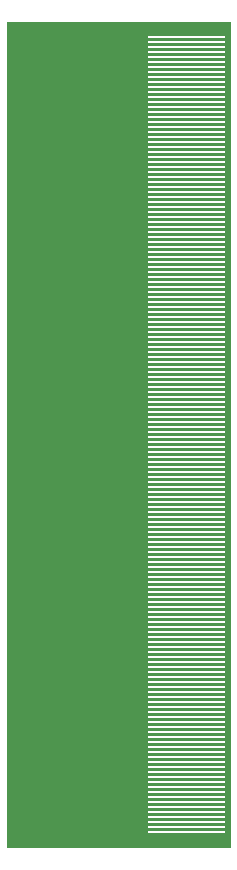
<source format=gtp>
G04 #@! TF.FileFunction,Paste,Top*
%FSLAX46Y46*%
G04 Gerber Fmt 4.6, Leading zero omitted, Abs format (unit mm)*
G04 Created by KiCad (PCBNEW 4.0.6) date Sun Jul  9 19:46:19 2017*
%MOMM*%
%LPD*%
G01*
G04 APERTURE LIST*
%ADD10C,0.150000*%
G04 APERTURE END LIST*
D10*
G36*
X12000000Y-70000000D02*
X0Y-70000000D01*
X0Y0D01*
X12000000Y0D01*
X12000000Y-70000000D01*
X12000000Y-70000000D01*
G37*
G36*
X18500000Y0D02*
X19000000Y0D01*
X19000000Y-70000000D01*
X18500000Y-70000000D01*
X18500000Y0D01*
X18500000Y0D01*
G37*
G36*
X12000000Y0D02*
X18500000Y0D01*
X18500000Y-1000000D01*
X12000000Y-1000000D01*
X12000000Y0D01*
X12000000Y0D01*
G37*
G36*
X12000000Y-68950000D02*
X18500000Y-68950000D01*
X18500000Y-70000000D01*
X12000000Y-70000000D01*
X12000000Y-68950000D01*
X12000000Y-68950000D01*
G37*
G36*
X12000000Y-1000000D02*
X18500000Y-1000000D01*
X18500000Y-1035000D01*
X12000000Y-1035000D01*
X12000000Y-1000000D01*
X12000000Y-1000000D01*
G37*
G36*
X12000000Y-1071000D02*
X18500000Y-1071000D01*
X18500000Y-1106000D01*
X12000000Y-1106000D01*
X12000000Y-1071000D01*
X12000000Y-1071000D01*
G37*
G36*
X12000000Y-1141000D02*
X18500000Y-1141000D01*
X18500000Y-1176000D01*
X12000000Y-1176000D01*
X12000000Y-1141000D01*
X12000000Y-1141000D01*
G37*
G36*
X12000000Y-1212000D02*
X18500000Y-1212000D01*
X18500000Y-1247000D01*
X12000000Y-1247000D01*
X12000000Y-1212000D01*
X12000000Y-1212000D01*
G37*
G36*
X12000000Y-1282000D02*
X18500000Y-1282000D01*
X18500000Y-1317000D01*
X12000000Y-1317000D01*
X12000000Y-1282000D01*
X12000000Y-1282000D01*
G37*
G36*
X12000000Y-1353000D02*
X18500000Y-1353000D01*
X18500000Y-1388000D01*
X12000000Y-1388000D01*
X12000000Y-1353000D01*
X12000000Y-1353000D01*
G37*
G36*
X12000000Y-1423000D02*
X18500000Y-1423000D01*
X18500000Y-1459000D01*
X12000000Y-1459000D01*
X12000000Y-1423000D01*
X12000000Y-1423000D01*
G37*
G36*
X12000000Y-1494000D02*
X18500000Y-1494000D01*
X18500000Y-1529000D01*
X12000000Y-1529000D01*
X12000000Y-1494000D01*
X12000000Y-1494000D01*
G37*
G36*
X12000000Y-1564000D02*
X18500000Y-1564000D01*
X18500000Y-1600000D01*
X12000000Y-1600000D01*
X12000000Y-1564000D01*
X12000000Y-1564000D01*
G37*
G36*
X12000000Y-1635000D02*
X18500000Y-1635000D01*
X18500000Y-1670000D01*
X12000000Y-1670000D01*
X12000000Y-1635000D01*
X12000000Y-1635000D01*
G37*
G36*
X12000000Y-1706000D02*
X18500000Y-1706000D01*
X18500000Y-1741000D01*
X12000000Y-1741000D01*
X12000000Y-1706000D01*
X12000000Y-1706000D01*
G37*
G36*
X12000000Y-1776000D02*
X18500000Y-1776000D01*
X18500000Y-1811000D01*
X12000000Y-1811000D01*
X12000000Y-1776000D01*
X12000000Y-1776000D01*
G37*
G36*
X12000000Y-1847000D02*
X18500000Y-1847000D01*
X18500000Y-1882000D01*
X12000000Y-1882000D01*
X12000000Y-1847000D01*
X12000000Y-1847000D01*
G37*
G36*
X12000000Y-1917000D02*
X18500000Y-1917000D01*
X18500000Y-1952000D01*
X12000000Y-1952000D01*
X12000000Y-1917000D01*
X12000000Y-1917000D01*
G37*
G36*
X12000000Y-1988000D02*
X18500000Y-1988000D01*
X18500000Y-2023000D01*
X12000000Y-2023000D01*
X12000000Y-1988000D01*
X12000000Y-1988000D01*
G37*
G36*
X12000000Y-2058000D02*
X18500000Y-2058000D01*
X18500000Y-2094000D01*
X12000000Y-2094000D01*
X12000000Y-2058000D01*
X12000000Y-2058000D01*
G37*
G36*
X12000000Y-2129000D02*
X18500000Y-2129000D01*
X18500000Y-2164000D01*
X12000000Y-2164000D01*
X12000000Y-2129000D01*
X12000000Y-2129000D01*
G37*
G36*
X12000000Y-2199000D02*
X18500000Y-2199000D01*
X18500000Y-2235000D01*
X12000000Y-2235000D01*
X12000000Y-2199000D01*
X12000000Y-2199000D01*
G37*
G36*
X12000000Y-2270000D02*
X18500000Y-2270000D01*
X18500000Y-2305000D01*
X12000000Y-2305000D01*
X12000000Y-2270000D01*
X12000000Y-2270000D01*
G37*
G36*
X12000000Y-2341000D02*
X18500000Y-2341000D01*
X18500000Y-2376000D01*
X12000000Y-2376000D01*
X12000000Y-2341000D01*
X12000000Y-2341000D01*
G37*
G36*
X12000000Y-2411000D02*
X18500000Y-2411000D01*
X18500000Y-2446000D01*
X12000000Y-2446000D01*
X12000000Y-2411000D01*
X12000000Y-2411000D01*
G37*
G36*
X12000000Y-2482000D02*
X18500000Y-2482000D01*
X18500000Y-2517000D01*
X12000000Y-2517000D01*
X12000000Y-2482000D01*
X12000000Y-2482000D01*
G37*
G36*
X12000000Y-2552000D02*
X18500000Y-2552000D01*
X18500000Y-2587000D01*
X12000000Y-2587000D01*
X12000000Y-2552000D01*
X12000000Y-2552000D01*
G37*
G36*
X12000000Y-2623000D02*
X18500000Y-2623000D01*
X18500000Y-2658000D01*
X12000000Y-2658000D01*
X12000000Y-2623000D01*
X12000000Y-2623000D01*
G37*
G36*
X12000000Y-2693000D02*
X18500000Y-2693000D01*
X18500000Y-2729000D01*
X12000000Y-2729000D01*
X12000000Y-2693000D01*
X12000000Y-2693000D01*
G37*
G36*
X12000000Y-2764000D02*
X18500000Y-2764000D01*
X18500000Y-2799000D01*
X12000000Y-2799000D01*
X12000000Y-2764000D01*
X12000000Y-2764000D01*
G37*
G36*
X12000000Y-2834000D02*
X18500000Y-2834000D01*
X18500000Y-2870000D01*
X12000000Y-2870000D01*
X12000000Y-2834000D01*
X12000000Y-2834000D01*
G37*
G36*
X12000000Y-2905000D02*
X18500000Y-2905000D01*
X18500000Y-2940000D01*
X12000000Y-2940000D01*
X12000000Y-2905000D01*
X12000000Y-2905000D01*
G37*
G36*
X12000000Y-2976000D02*
X18500000Y-2976000D01*
X18500000Y-3011000D01*
X12000000Y-3011000D01*
X12000000Y-2976000D01*
X12000000Y-2976000D01*
G37*
G36*
X12000000Y-3046000D02*
X18500000Y-3046000D01*
X18500000Y-3081000D01*
X12000000Y-3081000D01*
X12000000Y-3046000D01*
X12000000Y-3046000D01*
G37*
G36*
X12000000Y-3117000D02*
X18500000Y-3117000D01*
X18500000Y-3152000D01*
X12000000Y-3152000D01*
X12000000Y-3117000D01*
X12000000Y-3117000D01*
G37*
G36*
X12000000Y-3187000D02*
X18500000Y-3187000D01*
X18500000Y-3222000D01*
X12000000Y-3222000D01*
X12000000Y-3187000D01*
X12000000Y-3187000D01*
G37*
G36*
X12000000Y-3258000D02*
X18500000Y-3258000D01*
X18500000Y-3293000D01*
X12000000Y-3293000D01*
X12000000Y-3258000D01*
X12000000Y-3258000D01*
G37*
G36*
X12000000Y-3328000D02*
X18500000Y-3328000D01*
X18500000Y-3364000D01*
X12000000Y-3364000D01*
X12000000Y-3328000D01*
X12000000Y-3328000D01*
G37*
G36*
X12000000Y-3399000D02*
X18500000Y-3399000D01*
X18500000Y-3434000D01*
X12000000Y-3434000D01*
X12000000Y-3399000D01*
X12000000Y-3399000D01*
G37*
G36*
X12000000Y-3469000D02*
X18500000Y-3469000D01*
X18500000Y-3505000D01*
X12000000Y-3505000D01*
X12000000Y-3469000D01*
X12000000Y-3469000D01*
G37*
G36*
X12000000Y-3540000D02*
X18500000Y-3540000D01*
X18500000Y-3575000D01*
X12000000Y-3575000D01*
X12000000Y-3540000D01*
X12000000Y-3540000D01*
G37*
G36*
X12000000Y-3611000D02*
X18500000Y-3611000D01*
X18500000Y-3646000D01*
X12000000Y-3646000D01*
X12000000Y-3611000D01*
X12000000Y-3611000D01*
G37*
G36*
X12000000Y-3681000D02*
X18500000Y-3681000D01*
X18500000Y-3716000D01*
X12000000Y-3716000D01*
X12000000Y-3681000D01*
X12000000Y-3681000D01*
G37*
G36*
X12000000Y-3752000D02*
X18500000Y-3752000D01*
X18500000Y-3787000D01*
X12000000Y-3787000D01*
X12000000Y-3752000D01*
X12000000Y-3752000D01*
G37*
G36*
X12000000Y-3822000D02*
X18500000Y-3822000D01*
X18500000Y-3857000D01*
X12000000Y-3857000D01*
X12000000Y-3822000D01*
X12000000Y-3822000D01*
G37*
G36*
X12000000Y-3893000D02*
X18500000Y-3893000D01*
X18500000Y-3928000D01*
X12000000Y-3928000D01*
X12000000Y-3893000D01*
X12000000Y-3893000D01*
G37*
G36*
X12000000Y-3963000D02*
X18500000Y-3963000D01*
X18500000Y-3999000D01*
X12000000Y-3999000D01*
X12000000Y-3963000D01*
X12000000Y-3963000D01*
G37*
G36*
X12000000Y-4034000D02*
X18500000Y-4034000D01*
X18500000Y-4069000D01*
X12000000Y-4069000D01*
X12000000Y-4034000D01*
X12000000Y-4034000D01*
G37*
G36*
X12000000Y-4104000D02*
X18500000Y-4104000D01*
X18500000Y-4140000D01*
X12000000Y-4140000D01*
X12000000Y-4104000D01*
X12000000Y-4104000D01*
G37*
G36*
X12000000Y-4175000D02*
X18500000Y-4175000D01*
X18500000Y-4210000D01*
X12000000Y-4210000D01*
X12000000Y-4175000D01*
X12000000Y-4175000D01*
G37*
G36*
X12000000Y-4246000D02*
X18500000Y-4246000D01*
X18500000Y-4281000D01*
X12000000Y-4281000D01*
X12000000Y-4246000D01*
X12000000Y-4246000D01*
G37*
G36*
X12000000Y-4316000D02*
X18500000Y-4316000D01*
X18500000Y-4351000D01*
X12000000Y-4351000D01*
X12000000Y-4316000D01*
X12000000Y-4316000D01*
G37*
G36*
X12000000Y-4387000D02*
X18500000Y-4387000D01*
X18500000Y-4422000D01*
X12000000Y-4422000D01*
X12000000Y-4387000D01*
X12000000Y-4387000D01*
G37*
G36*
X12000000Y-4457000D02*
X18500000Y-4457000D01*
X18500000Y-4492000D01*
X12000000Y-4492000D01*
X12000000Y-4457000D01*
X12000000Y-4457000D01*
G37*
G36*
X12000000Y-4528000D02*
X18500000Y-4528000D01*
X18500000Y-4563000D01*
X12000000Y-4563000D01*
X12000000Y-4528000D01*
X12000000Y-4528000D01*
G37*
G36*
X12000000Y-4598000D02*
X18500000Y-4598000D01*
X18500000Y-4634000D01*
X12000000Y-4634000D01*
X12000000Y-4598000D01*
X12000000Y-4598000D01*
G37*
G36*
X12000000Y-4669000D02*
X18500000Y-4669000D01*
X18500000Y-4704000D01*
X12000000Y-4704000D01*
X12000000Y-4669000D01*
X12000000Y-4669000D01*
G37*
G36*
X12000000Y-4739000D02*
X18500000Y-4739000D01*
X18500000Y-4775000D01*
X12000000Y-4775000D01*
X12000000Y-4739000D01*
X12000000Y-4739000D01*
G37*
G36*
X12000000Y-4810000D02*
X18500000Y-4810000D01*
X18500000Y-4845000D01*
X12000000Y-4845000D01*
X12000000Y-4810000D01*
X12000000Y-4810000D01*
G37*
G36*
X12000000Y-4881000D02*
X18500000Y-4881000D01*
X18500000Y-4916000D01*
X12000000Y-4916000D01*
X12000000Y-4881000D01*
X12000000Y-4881000D01*
G37*
G36*
X12000000Y-4951000D02*
X18500000Y-4951000D01*
X18500000Y-4986000D01*
X12000000Y-4986000D01*
X12000000Y-4951000D01*
X12000000Y-4951000D01*
G37*
G36*
X12000000Y-5022000D02*
X18500000Y-5022000D01*
X18500000Y-5057000D01*
X12000000Y-5057000D01*
X12000000Y-5022000D01*
X12000000Y-5022000D01*
G37*
G36*
X12000000Y-5092000D02*
X18500000Y-5092000D01*
X18500000Y-5128000D01*
X12000000Y-5128000D01*
X12000000Y-5092000D01*
X12000000Y-5092000D01*
G37*
G36*
X12000000Y-5163000D02*
X18500000Y-5163000D01*
X18500000Y-5198000D01*
X12000000Y-5198000D01*
X12000000Y-5163000D01*
X12000000Y-5163000D01*
G37*
G36*
X12000000Y-5233000D02*
X18500000Y-5233000D01*
X18500000Y-5269000D01*
X12000000Y-5269000D01*
X12000000Y-5233000D01*
X12000000Y-5233000D01*
G37*
G36*
X12000000Y-5304000D02*
X18500000Y-5304000D01*
X18500000Y-5339000D01*
X12000000Y-5339000D01*
X12000000Y-5304000D01*
X12000000Y-5304000D01*
G37*
G36*
X12000000Y-5374000D02*
X18500000Y-5374000D01*
X18500000Y-5410000D01*
X12000000Y-5410000D01*
X12000000Y-5374000D01*
X12000000Y-5374000D01*
G37*
G36*
X12000000Y-5445000D02*
X18500000Y-5445000D01*
X18500000Y-5480000D01*
X12000000Y-5480000D01*
X12000000Y-5445000D01*
X12000000Y-5445000D01*
G37*
G36*
X12000000Y-5516000D02*
X18500000Y-5516000D01*
X18500000Y-5551000D01*
X12000000Y-5551000D01*
X12000000Y-5516000D01*
X12000000Y-5516000D01*
G37*
G36*
X12000000Y-5586000D02*
X18500000Y-5586000D01*
X18500000Y-5621000D01*
X12000000Y-5621000D01*
X12000000Y-5586000D01*
X12000000Y-5586000D01*
G37*
G36*
X12000000Y-5657000D02*
X18500000Y-5657000D01*
X18500000Y-5692000D01*
X12000000Y-5692000D01*
X12000000Y-5657000D01*
X12000000Y-5657000D01*
G37*
G36*
X12000000Y-5727000D02*
X18500000Y-5727000D01*
X18500000Y-5763000D01*
X12000000Y-5763000D01*
X12000000Y-5727000D01*
X12000000Y-5727000D01*
G37*
G36*
X12000000Y-5798000D02*
X18500000Y-5798000D01*
X18500000Y-5833000D01*
X12000000Y-5833000D01*
X12000000Y-5798000D01*
X12000000Y-5798000D01*
G37*
G36*
X12000000Y-5868000D02*
X18500000Y-5868000D01*
X18500000Y-5904000D01*
X12000000Y-5904000D01*
X12000000Y-5868000D01*
X12000000Y-5868000D01*
G37*
G36*
X12000000Y-5939000D02*
X18500000Y-5939000D01*
X18500000Y-5974000D01*
X12000000Y-5974000D01*
X12000000Y-5939000D01*
X12000000Y-5939000D01*
G37*
G36*
X12000000Y-6009000D02*
X18500000Y-6009000D01*
X18500000Y-6045000D01*
X12000000Y-6045000D01*
X12000000Y-6009000D01*
X12000000Y-6009000D01*
G37*
G36*
X12000000Y-6080000D02*
X18500000Y-6080000D01*
X18500000Y-6115000D01*
X12000000Y-6115000D01*
X12000000Y-6080000D01*
X12000000Y-6080000D01*
G37*
G36*
X12000000Y-6151000D02*
X18500000Y-6151000D01*
X18500000Y-6186000D01*
X12000000Y-6186000D01*
X12000000Y-6151000D01*
X12000000Y-6151000D01*
G37*
G36*
X12000000Y-6221000D02*
X18500000Y-6221000D01*
X18500000Y-6256000D01*
X12000000Y-6256000D01*
X12000000Y-6221000D01*
X12000000Y-6221000D01*
G37*
G36*
X12000000Y-6292000D02*
X18500000Y-6292000D01*
X18500000Y-6327000D01*
X12000000Y-6327000D01*
X12000000Y-6292000D01*
X12000000Y-6292000D01*
G37*
G36*
X12000000Y-6362000D02*
X18500000Y-6362000D01*
X18500000Y-6398000D01*
X12000000Y-6398000D01*
X12000000Y-6362000D01*
X12000000Y-6362000D01*
G37*
G36*
X12000000Y-6433000D02*
X18500000Y-6433000D01*
X18500000Y-6468000D01*
X12000000Y-6468000D01*
X12000000Y-6433000D01*
X12000000Y-6433000D01*
G37*
G36*
X12000000Y-6503000D02*
X18500000Y-6503000D01*
X18500000Y-6539000D01*
X12000000Y-6539000D01*
X12000000Y-6503000D01*
X12000000Y-6503000D01*
G37*
G36*
X12000000Y-6574000D02*
X18500000Y-6574000D01*
X18500000Y-6609000D01*
X12000000Y-6609000D01*
X12000000Y-6574000D01*
X12000000Y-6574000D01*
G37*
G36*
X12000000Y-6644000D02*
X18500000Y-6644000D01*
X18500000Y-6680000D01*
X12000000Y-6680000D01*
X12000000Y-6644000D01*
X12000000Y-6644000D01*
G37*
G36*
X12000000Y-6715000D02*
X18500000Y-6715000D01*
X18500000Y-6750000D01*
X12000000Y-6750000D01*
X12000000Y-6715000D01*
X12000000Y-6715000D01*
G37*
G36*
X12000000Y-6786000D02*
X18500000Y-6786000D01*
X18500000Y-6821000D01*
X12000000Y-6821000D01*
X12000000Y-6786000D01*
X12000000Y-6786000D01*
G37*
G36*
X12000000Y-6856000D02*
X18500000Y-6856000D01*
X18500000Y-6891000D01*
X12000000Y-6891000D01*
X12000000Y-6856000D01*
X12000000Y-6856000D01*
G37*
G36*
X12000000Y-6927000D02*
X18500000Y-6927000D01*
X18500000Y-6962000D01*
X12000000Y-6962000D01*
X12000000Y-6927000D01*
X12000000Y-6927000D01*
G37*
G36*
X12000000Y-6997000D02*
X18500000Y-6997000D01*
X18500000Y-7033000D01*
X12000000Y-7033000D01*
X12000000Y-6997000D01*
X12000000Y-6997000D01*
G37*
G36*
X12000000Y-7068000D02*
X18500000Y-7068000D01*
X18500000Y-7103000D01*
X12000000Y-7103000D01*
X12000000Y-7068000D01*
X12000000Y-7068000D01*
G37*
G36*
X12000000Y-7138000D02*
X18500000Y-7138000D01*
X18500000Y-7174000D01*
X12000000Y-7174000D01*
X12000000Y-7138000D01*
X12000000Y-7138000D01*
G37*
G36*
X12000000Y-7209000D02*
X18500000Y-7209000D01*
X18500000Y-7244000D01*
X12000000Y-7244000D01*
X12000000Y-7209000D01*
X12000000Y-7209000D01*
G37*
G36*
X12000000Y-7279000D02*
X18500000Y-7279000D01*
X18500000Y-7315000D01*
X12000000Y-7315000D01*
X12000000Y-7279000D01*
X12000000Y-7279000D01*
G37*
G36*
X12000000Y-7350000D02*
X18500000Y-7350000D01*
X18500000Y-7385000D01*
X12000000Y-7385000D01*
X12000000Y-7350000D01*
X12000000Y-7350000D01*
G37*
G36*
X12000000Y-7421000D02*
X18500000Y-7421000D01*
X18500000Y-7456000D01*
X12000000Y-7456000D01*
X12000000Y-7421000D01*
X12000000Y-7421000D01*
G37*
G36*
X12000000Y-7491000D02*
X18500000Y-7491000D01*
X18500000Y-7526000D01*
X12000000Y-7526000D01*
X12000000Y-7491000D01*
X12000000Y-7491000D01*
G37*
G36*
X12000000Y-7562000D02*
X18500000Y-7562000D01*
X18500000Y-7597000D01*
X12000000Y-7597000D01*
X12000000Y-7562000D01*
X12000000Y-7562000D01*
G37*
G36*
X12000000Y-7632000D02*
X18500000Y-7632000D01*
X18500000Y-7668000D01*
X12000000Y-7668000D01*
X12000000Y-7632000D01*
X12000000Y-7632000D01*
G37*
G36*
X12000000Y-7703000D02*
X18500000Y-7703000D01*
X18500000Y-7738000D01*
X12000000Y-7738000D01*
X12000000Y-7703000D01*
X12000000Y-7703000D01*
G37*
G36*
X12000000Y-7773000D02*
X18500000Y-7773000D01*
X18500000Y-7809000D01*
X12000000Y-7809000D01*
X12000000Y-7773000D01*
X12000000Y-7773000D01*
G37*
G36*
X12000000Y-7844000D02*
X18500000Y-7844000D01*
X18500000Y-7879000D01*
X12000000Y-7879000D01*
X12000000Y-7844000D01*
X12000000Y-7844000D01*
G37*
G36*
X12000000Y-7914000D02*
X18500000Y-7914000D01*
X18500000Y-7950000D01*
X12000000Y-7950000D01*
X12000000Y-7914000D01*
X12000000Y-7914000D01*
G37*
G36*
X12000000Y-7985000D02*
X18500000Y-7985000D01*
X18500000Y-8020000D01*
X12000000Y-8020000D01*
X12000000Y-7985000D01*
X12000000Y-7985000D01*
G37*
G36*
X12000000Y-8056000D02*
X18500000Y-8056000D01*
X18500000Y-8091000D01*
X12000000Y-8091000D01*
X12000000Y-8056000D01*
X12000000Y-8056000D01*
G37*
G36*
X12000000Y-8126000D02*
X18500000Y-8126000D01*
X18500000Y-8161000D01*
X12000000Y-8161000D01*
X12000000Y-8126000D01*
X12000000Y-8126000D01*
G37*
G36*
X12000000Y-8197000D02*
X18500000Y-8197000D01*
X18500000Y-8232000D01*
X12000000Y-8232000D01*
X12000000Y-8197000D01*
X12000000Y-8197000D01*
G37*
G36*
X12000000Y-8267000D02*
X18500000Y-8267000D01*
X18500000Y-8303000D01*
X12000000Y-8303000D01*
X12000000Y-8267000D01*
X12000000Y-8267000D01*
G37*
G36*
X12000000Y-8338000D02*
X18500000Y-8338000D01*
X18500000Y-8373000D01*
X12000000Y-8373000D01*
X12000000Y-8338000D01*
X12000000Y-8338000D01*
G37*
G36*
X12000000Y-8408000D02*
X18500000Y-8408000D01*
X18500000Y-8444000D01*
X12000000Y-8444000D01*
X12000000Y-8408000D01*
X12000000Y-8408000D01*
G37*
G36*
X12000000Y-8479000D02*
X18500000Y-8479000D01*
X18500000Y-8514000D01*
X12000000Y-8514000D01*
X12000000Y-8479000D01*
X12000000Y-8479000D01*
G37*
G36*
X12000000Y-8549000D02*
X18500000Y-8549000D01*
X18500000Y-8585000D01*
X12000000Y-8585000D01*
X12000000Y-8549000D01*
X12000000Y-8549000D01*
G37*
G36*
X12000000Y-8620000D02*
X18500000Y-8620000D01*
X18500000Y-8655000D01*
X12000000Y-8655000D01*
X12000000Y-8620000D01*
X12000000Y-8620000D01*
G37*
G36*
X12000000Y-8691000D02*
X18500000Y-8691000D01*
X18500000Y-8726000D01*
X12000000Y-8726000D01*
X12000000Y-8691000D01*
X12000000Y-8691000D01*
G37*
G36*
X12000000Y-8761000D02*
X18500000Y-8761000D01*
X18500000Y-8796000D01*
X12000000Y-8796000D01*
X12000000Y-8761000D01*
X12000000Y-8761000D01*
G37*
G36*
X12000000Y-8832000D02*
X18500000Y-8832000D01*
X18500000Y-8867000D01*
X12000000Y-8867000D01*
X12000000Y-8832000D01*
X12000000Y-8832000D01*
G37*
G36*
X12000000Y-8902000D02*
X18500000Y-8902000D01*
X18500000Y-8938000D01*
X12000000Y-8938000D01*
X12000000Y-8902000D01*
X12000000Y-8902000D01*
G37*
G36*
X12000000Y-8973000D02*
X18500000Y-8973000D01*
X18500000Y-9008000D01*
X12000000Y-9008000D01*
X12000000Y-8973000D01*
X12000000Y-8973000D01*
G37*
G36*
X12000000Y-9043000D02*
X18500000Y-9043000D01*
X18500000Y-9079000D01*
X12000000Y-9079000D01*
X12000000Y-9043000D01*
X12000000Y-9043000D01*
G37*
G36*
X12000000Y-9114000D02*
X18500000Y-9114000D01*
X18500000Y-9149000D01*
X12000000Y-9149000D01*
X12000000Y-9114000D01*
X12000000Y-9114000D01*
G37*
G36*
X12000000Y-9184000D02*
X18500000Y-9184000D01*
X18500000Y-9220000D01*
X12000000Y-9220000D01*
X12000000Y-9184000D01*
X12000000Y-9184000D01*
G37*
G36*
X12000000Y-9255000D02*
X18500000Y-9255000D01*
X18500000Y-9290000D01*
X12000000Y-9290000D01*
X12000000Y-9255000D01*
X12000000Y-9255000D01*
G37*
G36*
X12000000Y-9326000D02*
X18500000Y-9326000D01*
X18500000Y-9361000D01*
X12000000Y-9361000D01*
X12000000Y-9326000D01*
X12000000Y-9326000D01*
G37*
G36*
X12000000Y-9396000D02*
X18500000Y-9396000D01*
X18500000Y-9431000D01*
X12000000Y-9431000D01*
X12000000Y-9396000D01*
X12000000Y-9396000D01*
G37*
G36*
X12000000Y-9467000D02*
X18500000Y-9467000D01*
X18500000Y-9502000D01*
X12000000Y-9502000D01*
X12000000Y-9467000D01*
X12000000Y-9467000D01*
G37*
G36*
X12000000Y-9537000D02*
X18500000Y-9537000D01*
X18500000Y-9573000D01*
X12000000Y-9573000D01*
X12000000Y-9537000D01*
X12000000Y-9537000D01*
G37*
G36*
X12000000Y-9608000D02*
X18500000Y-9608000D01*
X18500000Y-9643000D01*
X12000000Y-9643000D01*
X12000000Y-9608000D01*
X12000000Y-9608000D01*
G37*
G36*
X12000000Y-9678000D02*
X18500000Y-9678000D01*
X18500000Y-9714000D01*
X12000000Y-9714000D01*
X12000000Y-9678000D01*
X12000000Y-9678000D01*
G37*
G36*
X12000000Y-9749000D02*
X18500000Y-9749000D01*
X18500000Y-9784000D01*
X12000000Y-9784000D01*
X12000000Y-9749000D01*
X12000000Y-9749000D01*
G37*
G36*
X12000000Y-9819000D02*
X18500000Y-9819000D01*
X18500000Y-9855000D01*
X12000000Y-9855000D01*
X12000000Y-9819000D01*
X12000000Y-9819000D01*
G37*
G36*
X12000000Y-9890000D02*
X18500000Y-9890000D01*
X18500000Y-9925000D01*
X12000000Y-9925000D01*
X12000000Y-9890000D01*
X12000000Y-9890000D01*
G37*
G36*
X12000000Y-9961000D02*
X18500000Y-9961000D01*
X18500000Y-9996000D01*
X12000000Y-9996000D01*
X12000000Y-9961000D01*
X12000000Y-9961000D01*
G37*
G36*
X12000000Y-10031000D02*
X18500000Y-10031000D01*
X18500000Y-10066000D01*
X12000000Y-10066000D01*
X12000000Y-10031000D01*
X12000000Y-10031000D01*
G37*
G36*
X12000000Y-10102000D02*
X18500000Y-10102000D01*
X18500000Y-10137000D01*
X12000000Y-10137000D01*
X12000000Y-10102000D01*
X12000000Y-10102000D01*
G37*
G36*
X12000000Y-10172000D02*
X18500000Y-10172000D01*
X18500000Y-10208000D01*
X12000000Y-10208000D01*
X12000000Y-10172000D01*
X12000000Y-10172000D01*
G37*
G36*
X12000000Y-10243000D02*
X18500000Y-10243000D01*
X18500000Y-10278000D01*
X12000000Y-10278000D01*
X12000000Y-10243000D01*
X12000000Y-10243000D01*
G37*
G36*
X12000000Y-10313000D02*
X18500000Y-10313000D01*
X18500000Y-10349000D01*
X12000000Y-10349000D01*
X12000000Y-10313000D01*
X12000000Y-10313000D01*
G37*
G36*
X12000000Y-10384000D02*
X18500000Y-10384000D01*
X18500000Y-10419000D01*
X12000000Y-10419000D01*
X12000000Y-10384000D01*
X12000000Y-10384000D01*
G37*
G36*
X12000000Y-10454000D02*
X18500000Y-10454000D01*
X18500000Y-10490000D01*
X12000000Y-10490000D01*
X12000000Y-10454000D01*
X12000000Y-10454000D01*
G37*
G36*
X12000000Y-10525000D02*
X18500000Y-10525000D01*
X18500000Y-10560000D01*
X12000000Y-10560000D01*
X12000000Y-10525000D01*
X12000000Y-10525000D01*
G37*
G36*
X12000000Y-10596000D02*
X18500000Y-10596000D01*
X18500000Y-10631000D01*
X12000000Y-10631000D01*
X12000000Y-10596000D01*
X12000000Y-10596000D01*
G37*
G36*
X12000000Y-10666000D02*
X18500000Y-10666000D01*
X18500000Y-10701000D01*
X12000000Y-10701000D01*
X12000000Y-10666000D01*
X12000000Y-10666000D01*
G37*
G36*
X12000000Y-10737000D02*
X18500000Y-10737000D01*
X18500000Y-10772000D01*
X12000000Y-10772000D01*
X12000000Y-10737000D01*
X12000000Y-10737000D01*
G37*
G36*
X12000000Y-10807000D02*
X18500000Y-10807000D01*
X18500000Y-10843000D01*
X12000000Y-10843000D01*
X12000000Y-10807000D01*
X12000000Y-10807000D01*
G37*
G36*
X12000000Y-10878000D02*
X18500000Y-10878000D01*
X18500000Y-10913000D01*
X12000000Y-10913000D01*
X12000000Y-10878000D01*
X12000000Y-10878000D01*
G37*
G36*
X12000000Y-10948000D02*
X18500000Y-10948000D01*
X18500000Y-10984000D01*
X12000000Y-10984000D01*
X12000000Y-10948000D01*
X12000000Y-10948000D01*
G37*
G36*
X12000000Y-11019000D02*
X18500000Y-11019000D01*
X18500000Y-11054000D01*
X12000000Y-11054000D01*
X12000000Y-11019000D01*
X12000000Y-11019000D01*
G37*
G36*
X12000000Y-11089000D02*
X18500000Y-11089000D01*
X18500000Y-11125000D01*
X12000000Y-11125000D01*
X12000000Y-11089000D01*
X12000000Y-11089000D01*
G37*
G36*
X12000000Y-11160000D02*
X18500000Y-11160000D01*
X18500000Y-11195000D01*
X12000000Y-11195000D01*
X12000000Y-11160000D01*
X12000000Y-11160000D01*
G37*
G36*
X12000000Y-11231000D02*
X18500000Y-11231000D01*
X18500000Y-11266000D01*
X12000000Y-11266000D01*
X12000000Y-11231000D01*
X12000000Y-11231000D01*
G37*
G36*
X12000000Y-11301000D02*
X18500000Y-11301000D01*
X18500000Y-11336000D01*
X12000000Y-11336000D01*
X12000000Y-11301000D01*
X12000000Y-11301000D01*
G37*
G36*
X12000000Y-11372000D02*
X18500000Y-11372000D01*
X18500000Y-11407000D01*
X12000000Y-11407000D01*
X12000000Y-11372000D01*
X12000000Y-11372000D01*
G37*
G36*
X12000000Y-11442000D02*
X18500000Y-11442000D01*
X18500000Y-11478000D01*
X12000000Y-11478000D01*
X12000000Y-11442000D01*
X12000000Y-11442000D01*
G37*
G36*
X12000000Y-11513000D02*
X18500000Y-11513000D01*
X18500000Y-11548000D01*
X12000000Y-11548000D01*
X12000000Y-11513000D01*
X12000000Y-11513000D01*
G37*
G36*
X12000000Y-11583000D02*
X18500000Y-11583000D01*
X18500000Y-11619000D01*
X12000000Y-11619000D01*
X12000000Y-11583000D01*
X12000000Y-11583000D01*
G37*
G36*
X12000000Y-11654000D02*
X18500000Y-11654000D01*
X18500000Y-11689000D01*
X12000000Y-11689000D01*
X12000000Y-11654000D01*
X12000000Y-11654000D01*
G37*
G36*
X12000000Y-11724000D02*
X18500000Y-11724000D01*
X18500000Y-11760000D01*
X12000000Y-11760000D01*
X12000000Y-11724000D01*
X12000000Y-11724000D01*
G37*
G36*
X12000000Y-11795000D02*
X18500000Y-11795000D01*
X18500000Y-11830000D01*
X12000000Y-11830000D01*
X12000000Y-11795000D01*
X12000000Y-11795000D01*
G37*
G36*
X12000000Y-11866000D02*
X18500000Y-11866000D01*
X18500000Y-11901000D01*
X12000000Y-11901000D01*
X12000000Y-11866000D01*
X12000000Y-11866000D01*
G37*
G36*
X12000000Y-11936000D02*
X18500000Y-11936000D01*
X18500000Y-11971000D01*
X12000000Y-11971000D01*
X12000000Y-11936000D01*
X12000000Y-11936000D01*
G37*
G36*
X12000000Y-12007000D02*
X18500000Y-12007000D01*
X18500000Y-12042000D01*
X12000000Y-12042000D01*
X12000000Y-12007000D01*
X12000000Y-12007000D01*
G37*
G36*
X12000000Y-12077000D02*
X18500000Y-12077000D01*
X18500000Y-12113000D01*
X12000000Y-12113000D01*
X12000000Y-12077000D01*
X12000000Y-12077000D01*
G37*
G36*
X12000000Y-12148000D02*
X18500000Y-12148000D01*
X18500000Y-12183000D01*
X12000000Y-12183000D01*
X12000000Y-12148000D01*
X12000000Y-12148000D01*
G37*
G36*
X12000000Y-12218000D02*
X18500000Y-12218000D01*
X18500000Y-12254000D01*
X12000000Y-12254000D01*
X12000000Y-12218000D01*
X12000000Y-12218000D01*
G37*
G36*
X12000000Y-12289000D02*
X18500000Y-12289000D01*
X18500000Y-12324000D01*
X12000000Y-12324000D01*
X12000000Y-12289000D01*
X12000000Y-12289000D01*
G37*
G36*
X12000000Y-12359000D02*
X18500000Y-12359000D01*
X18500000Y-12395000D01*
X12000000Y-12395000D01*
X12000000Y-12359000D01*
X12000000Y-12359000D01*
G37*
G36*
X12000000Y-12430000D02*
X18500000Y-12430000D01*
X18500000Y-12465000D01*
X12000000Y-12465000D01*
X12000000Y-12430000D01*
X12000000Y-12430000D01*
G37*
G36*
X12000000Y-12501000D02*
X18500000Y-12501000D01*
X18500000Y-12536000D01*
X12000000Y-12536000D01*
X12000000Y-12501000D01*
X12000000Y-12501000D01*
G37*
G36*
X12000000Y-12571000D02*
X18500000Y-12571000D01*
X18500000Y-12606000D01*
X12000000Y-12606000D01*
X12000000Y-12571000D01*
X12000000Y-12571000D01*
G37*
G36*
X12000000Y-12642000D02*
X18500000Y-12642000D01*
X18500000Y-12677000D01*
X12000000Y-12677000D01*
X12000000Y-12642000D01*
X12000000Y-12642000D01*
G37*
G36*
X12000000Y-12712000D02*
X18500000Y-12712000D01*
X18500000Y-12748000D01*
X12000000Y-12748000D01*
X12000000Y-12712000D01*
X12000000Y-12712000D01*
G37*
G36*
X12000000Y-12783000D02*
X18500000Y-12783000D01*
X18500000Y-12818000D01*
X12000000Y-12818000D01*
X12000000Y-12783000D01*
X12000000Y-12783000D01*
G37*
G36*
X12000000Y-12853000D02*
X18500000Y-12853000D01*
X18500000Y-12889000D01*
X12000000Y-12889000D01*
X12000000Y-12853000D01*
X12000000Y-12853000D01*
G37*
G36*
X12000000Y-12924000D02*
X18500000Y-12924000D01*
X18500000Y-12959000D01*
X12000000Y-12959000D01*
X12000000Y-12924000D01*
X12000000Y-12924000D01*
G37*
G36*
X12000000Y-12994000D02*
X18500000Y-12994000D01*
X18500000Y-13030000D01*
X12000000Y-13030000D01*
X12000000Y-12994000D01*
X12000000Y-12994000D01*
G37*
G36*
X12000000Y-13065000D02*
X18500000Y-13065000D01*
X18500000Y-13100000D01*
X12000000Y-13100000D01*
X12000000Y-13065000D01*
X12000000Y-13065000D01*
G37*
G36*
X12000000Y-13136000D02*
X18500000Y-13136000D01*
X18500000Y-13171000D01*
X12000000Y-13171000D01*
X12000000Y-13136000D01*
X12000000Y-13136000D01*
G37*
G36*
X12000000Y-13206000D02*
X18500000Y-13206000D01*
X18500000Y-13241000D01*
X12000000Y-13241000D01*
X12000000Y-13206000D01*
X12000000Y-13206000D01*
G37*
G36*
X12000000Y-13277000D02*
X18500000Y-13277000D01*
X18500000Y-13312000D01*
X12000000Y-13312000D01*
X12000000Y-13277000D01*
X12000000Y-13277000D01*
G37*
G36*
X12000000Y-13347000D02*
X18500000Y-13347000D01*
X18500000Y-13383000D01*
X12000000Y-13383000D01*
X12000000Y-13347000D01*
X12000000Y-13347000D01*
G37*
G36*
X12000000Y-13418000D02*
X18500000Y-13418000D01*
X18500000Y-13453000D01*
X12000000Y-13453000D01*
X12000000Y-13418000D01*
X12000000Y-13418000D01*
G37*
G36*
X12000000Y-13488000D02*
X18500000Y-13488000D01*
X18500000Y-13524000D01*
X12000000Y-13524000D01*
X12000000Y-13488000D01*
X12000000Y-13488000D01*
G37*
G36*
X12000000Y-13559000D02*
X18500000Y-13559000D01*
X18500000Y-13594000D01*
X12000000Y-13594000D01*
X12000000Y-13559000D01*
X12000000Y-13559000D01*
G37*
G36*
X12000000Y-13629000D02*
X18500000Y-13629000D01*
X18500000Y-13665000D01*
X12000000Y-13665000D01*
X12000000Y-13629000D01*
X12000000Y-13629000D01*
G37*
G36*
X12000000Y-13700000D02*
X18500000Y-13700000D01*
X18500000Y-13735000D01*
X12000000Y-13735000D01*
X12000000Y-13700000D01*
X12000000Y-13700000D01*
G37*
G36*
X12000000Y-13771000D02*
X18500000Y-13771000D01*
X18500000Y-13806000D01*
X12000000Y-13806000D01*
X12000000Y-13771000D01*
X12000000Y-13771000D01*
G37*
G36*
X12000000Y-13841000D02*
X18500000Y-13841000D01*
X18500000Y-13876000D01*
X12000000Y-13876000D01*
X12000000Y-13841000D01*
X12000000Y-13841000D01*
G37*
G36*
X12000000Y-13912000D02*
X18500000Y-13912000D01*
X18500000Y-13947000D01*
X12000000Y-13947000D01*
X12000000Y-13912000D01*
X12000000Y-13912000D01*
G37*
G36*
X12000000Y-13982000D02*
X18500000Y-13982000D01*
X18500000Y-14018000D01*
X12000000Y-14018000D01*
X12000000Y-13982000D01*
X12000000Y-13982000D01*
G37*
G36*
X12000000Y-14053000D02*
X18500000Y-14053000D01*
X18500000Y-14088000D01*
X12000000Y-14088000D01*
X12000000Y-14053000D01*
X12000000Y-14053000D01*
G37*
G36*
X12000000Y-14123000D02*
X18500000Y-14123000D01*
X18500000Y-14159000D01*
X12000000Y-14159000D01*
X12000000Y-14123000D01*
X12000000Y-14123000D01*
G37*
G36*
X12000000Y-14194000D02*
X18500000Y-14194000D01*
X18500000Y-14229000D01*
X12000000Y-14229000D01*
X12000000Y-14194000D01*
X12000000Y-14194000D01*
G37*
G36*
X12000000Y-14264000D02*
X18500000Y-14264000D01*
X18500000Y-14300000D01*
X12000000Y-14300000D01*
X12000000Y-14264000D01*
X12000000Y-14264000D01*
G37*
G36*
X12000000Y-14335000D02*
X18500000Y-14335000D01*
X18500000Y-14370000D01*
X12000000Y-14370000D01*
X12000000Y-14335000D01*
X12000000Y-14335000D01*
G37*
G36*
X12000000Y-14406000D02*
X18500000Y-14406000D01*
X18500000Y-14441000D01*
X12000000Y-14441000D01*
X12000000Y-14406000D01*
X12000000Y-14406000D01*
G37*
G36*
X12000000Y-14476000D02*
X18500000Y-14476000D01*
X18500000Y-14511000D01*
X12000000Y-14511000D01*
X12000000Y-14476000D01*
X12000000Y-14476000D01*
G37*
G36*
X12000000Y-14547000D02*
X18500000Y-14547000D01*
X18500000Y-14582000D01*
X12000000Y-14582000D01*
X12000000Y-14547000D01*
X12000000Y-14547000D01*
G37*
G36*
X12000000Y-14617000D02*
X18500000Y-14617000D01*
X18500000Y-14653000D01*
X12000000Y-14653000D01*
X12000000Y-14617000D01*
X12000000Y-14617000D01*
G37*
G36*
X12000000Y-14688000D02*
X18500000Y-14688000D01*
X18500000Y-14723000D01*
X12000000Y-14723000D01*
X12000000Y-14688000D01*
X12000000Y-14688000D01*
G37*
G36*
X12000000Y-14758000D02*
X18500000Y-14758000D01*
X18500000Y-14794000D01*
X12000000Y-14794000D01*
X12000000Y-14758000D01*
X12000000Y-14758000D01*
G37*
G36*
X12000000Y-14829000D02*
X18500000Y-14829000D01*
X18500000Y-14864000D01*
X12000000Y-14864000D01*
X12000000Y-14829000D01*
X12000000Y-14829000D01*
G37*
G36*
X12000000Y-14899000D02*
X18500000Y-14899000D01*
X18500000Y-14935000D01*
X12000000Y-14935000D01*
X12000000Y-14899000D01*
X12000000Y-14899000D01*
G37*
G36*
X12000000Y-14970000D02*
X18500000Y-14970000D01*
X18500000Y-15005000D01*
X12000000Y-15005000D01*
X12000000Y-14970000D01*
X12000000Y-14970000D01*
G37*
G36*
X12000000Y-15041000D02*
X18500000Y-15041000D01*
X18500000Y-15076000D01*
X12000000Y-15076000D01*
X12000000Y-15041000D01*
X12000000Y-15041000D01*
G37*
G36*
X12000000Y-15111000D02*
X18500000Y-15111000D01*
X18500000Y-15146000D01*
X12000000Y-15146000D01*
X12000000Y-15111000D01*
X12000000Y-15111000D01*
G37*
G36*
X12000000Y-15182000D02*
X18500000Y-15182000D01*
X18500000Y-15217000D01*
X12000000Y-15217000D01*
X12000000Y-15182000D01*
X12000000Y-15182000D01*
G37*
G36*
X12000000Y-15252000D02*
X18500000Y-15252000D01*
X18500000Y-15288000D01*
X12000000Y-15288000D01*
X12000000Y-15252000D01*
X12000000Y-15252000D01*
G37*
G36*
X12000000Y-15323000D02*
X18500000Y-15323000D01*
X18500000Y-15358000D01*
X12000000Y-15358000D01*
X12000000Y-15323000D01*
X12000000Y-15323000D01*
G37*
G36*
X12000000Y-15393000D02*
X18500000Y-15393000D01*
X18500000Y-15429000D01*
X12000000Y-15429000D01*
X12000000Y-15393000D01*
X12000000Y-15393000D01*
G37*
G36*
X12000000Y-15464000D02*
X18500000Y-15464000D01*
X18500000Y-15499000D01*
X12000000Y-15499000D01*
X12000000Y-15464000D01*
X12000000Y-15464000D01*
G37*
G36*
X12000000Y-15534000D02*
X18500000Y-15534000D01*
X18500000Y-15570000D01*
X12000000Y-15570000D01*
X12000000Y-15534000D01*
X12000000Y-15534000D01*
G37*
G36*
X12000000Y-15605000D02*
X18500000Y-15605000D01*
X18500000Y-15640000D01*
X12000000Y-15640000D01*
X12000000Y-15605000D01*
X12000000Y-15605000D01*
G37*
G36*
X12000000Y-15676000D02*
X18500000Y-15676000D01*
X18500000Y-15711000D01*
X12000000Y-15711000D01*
X12000000Y-15676000D01*
X12000000Y-15676000D01*
G37*
G36*
X12000000Y-15746000D02*
X18500000Y-15746000D01*
X18500000Y-15781000D01*
X12000000Y-15781000D01*
X12000000Y-15746000D01*
X12000000Y-15746000D01*
G37*
G36*
X12000000Y-15817000D02*
X18500000Y-15817000D01*
X18500000Y-15852000D01*
X12000000Y-15852000D01*
X12000000Y-15817000D01*
X12000000Y-15817000D01*
G37*
G36*
X12000000Y-15887000D02*
X18500000Y-15887000D01*
X18500000Y-15923000D01*
X12000000Y-15923000D01*
X12000000Y-15887000D01*
X12000000Y-15887000D01*
G37*
G36*
X12000000Y-15958000D02*
X18500000Y-15958000D01*
X18500000Y-15993000D01*
X12000000Y-15993000D01*
X12000000Y-15958000D01*
X12000000Y-15958000D01*
G37*
G36*
X12000000Y-16028000D02*
X18500000Y-16028000D01*
X18500000Y-16064000D01*
X12000000Y-16064000D01*
X12000000Y-16028000D01*
X12000000Y-16028000D01*
G37*
G36*
X12000000Y-16099000D02*
X18500000Y-16099000D01*
X18500000Y-16134000D01*
X12000000Y-16134000D01*
X12000000Y-16099000D01*
X12000000Y-16099000D01*
G37*
G36*
X12000000Y-16169000D02*
X18500000Y-16169000D01*
X18500000Y-16205000D01*
X12000000Y-16205000D01*
X12000000Y-16169000D01*
X12000000Y-16169000D01*
G37*
G36*
X12000000Y-16240000D02*
X18500000Y-16240000D01*
X18500000Y-16275000D01*
X12000000Y-16275000D01*
X12000000Y-16240000D01*
X12000000Y-16240000D01*
G37*
G36*
X12000000Y-16311000D02*
X18500000Y-16311000D01*
X18500000Y-16346000D01*
X12000000Y-16346000D01*
X12000000Y-16311000D01*
X12000000Y-16311000D01*
G37*
G36*
X12000000Y-16381000D02*
X18500000Y-16381000D01*
X18500000Y-16416000D01*
X12000000Y-16416000D01*
X12000000Y-16381000D01*
X12000000Y-16381000D01*
G37*
G36*
X12000000Y-16452000D02*
X18500000Y-16452000D01*
X18500000Y-16487000D01*
X12000000Y-16487000D01*
X12000000Y-16452000D01*
X12000000Y-16452000D01*
G37*
G36*
X12000000Y-16522000D02*
X18500000Y-16522000D01*
X18500000Y-16558000D01*
X12000000Y-16558000D01*
X12000000Y-16522000D01*
X12000000Y-16522000D01*
G37*
G36*
X12000000Y-16593000D02*
X18500000Y-16593000D01*
X18500000Y-16628000D01*
X12000000Y-16628000D01*
X12000000Y-16593000D01*
X12000000Y-16593000D01*
G37*
G36*
X12000000Y-16663000D02*
X18500000Y-16663000D01*
X18500000Y-16699000D01*
X12000000Y-16699000D01*
X12000000Y-16663000D01*
X12000000Y-16663000D01*
G37*
G36*
X12000000Y-16734000D02*
X18500000Y-16734000D01*
X18500000Y-16769000D01*
X12000000Y-16769000D01*
X12000000Y-16734000D01*
X12000000Y-16734000D01*
G37*
G36*
X12000000Y-16804000D02*
X18500000Y-16804000D01*
X18500000Y-16840000D01*
X12000000Y-16840000D01*
X12000000Y-16804000D01*
X12000000Y-16804000D01*
G37*
G36*
X12000000Y-16875000D02*
X18500000Y-16875000D01*
X18500000Y-16910000D01*
X12000000Y-16910000D01*
X12000000Y-16875000D01*
X12000000Y-16875000D01*
G37*
G36*
X12000000Y-16946000D02*
X18500000Y-16946000D01*
X18500000Y-16981000D01*
X12000000Y-16981000D01*
X12000000Y-16946000D01*
X12000000Y-16946000D01*
G37*
G36*
X12000000Y-17016000D02*
X18500000Y-17016000D01*
X18500000Y-17051000D01*
X12000000Y-17051000D01*
X12000000Y-17016000D01*
X12000000Y-17016000D01*
G37*
G36*
X12000000Y-17087000D02*
X18500000Y-17087000D01*
X18500000Y-17122000D01*
X12000000Y-17122000D01*
X12000000Y-17087000D01*
X12000000Y-17087000D01*
G37*
G36*
X12000000Y-17157000D02*
X18500000Y-17157000D01*
X18500000Y-17193000D01*
X12000000Y-17193000D01*
X12000000Y-17157000D01*
X12000000Y-17157000D01*
G37*
G36*
X12000000Y-17228000D02*
X18500000Y-17228000D01*
X18500000Y-17263000D01*
X12000000Y-17263000D01*
X12000000Y-17228000D01*
X12000000Y-17228000D01*
G37*
G36*
X12000000Y-17298000D02*
X18500000Y-17298000D01*
X18500000Y-17334000D01*
X12000000Y-17334000D01*
X12000000Y-17298000D01*
X12000000Y-17298000D01*
G37*
G36*
X12000000Y-17369000D02*
X18500000Y-17369000D01*
X18500000Y-17404000D01*
X12000000Y-17404000D01*
X12000000Y-17369000D01*
X12000000Y-17369000D01*
G37*
G36*
X12000000Y-17439000D02*
X18500000Y-17439000D01*
X18500000Y-17475000D01*
X12000000Y-17475000D01*
X12000000Y-17439000D01*
X12000000Y-17439000D01*
G37*
G36*
X12000000Y-17510000D02*
X18500000Y-17510000D01*
X18500000Y-17545000D01*
X12000000Y-17545000D01*
X12000000Y-17510000D01*
X12000000Y-17510000D01*
G37*
G36*
X12000000Y-17581000D02*
X18500000Y-17581000D01*
X18500000Y-17616000D01*
X12000000Y-17616000D01*
X12000000Y-17581000D01*
X12000000Y-17581000D01*
G37*
G36*
X12000000Y-17651000D02*
X18500000Y-17651000D01*
X18500000Y-17686000D01*
X12000000Y-17686000D01*
X12000000Y-17651000D01*
X12000000Y-17651000D01*
G37*
G36*
X12000000Y-17722000D02*
X18500000Y-17722000D01*
X18500000Y-17757000D01*
X12000000Y-17757000D01*
X12000000Y-17722000D01*
X12000000Y-17722000D01*
G37*
G36*
X12000000Y-17792000D02*
X18500000Y-17792000D01*
X18500000Y-17828000D01*
X12000000Y-17828000D01*
X12000000Y-17792000D01*
X12000000Y-17792000D01*
G37*
G36*
X12000000Y-17863000D02*
X18500000Y-17863000D01*
X18500000Y-17898000D01*
X12000000Y-17898000D01*
X12000000Y-17863000D01*
X12000000Y-17863000D01*
G37*
G36*
X12000000Y-17933000D02*
X18500000Y-17933000D01*
X18500000Y-17969000D01*
X12000000Y-17969000D01*
X12000000Y-17933000D01*
X12000000Y-17933000D01*
G37*
G36*
X12000000Y-18004000D02*
X18500000Y-18004000D01*
X18500000Y-18039000D01*
X12000000Y-18039000D01*
X12000000Y-18004000D01*
X12000000Y-18004000D01*
G37*
G36*
X12000000Y-18074000D02*
X18500000Y-18074000D01*
X18500000Y-18110000D01*
X12000000Y-18110000D01*
X12000000Y-18074000D01*
X12000000Y-18074000D01*
G37*
G36*
X12000000Y-18145000D02*
X18500000Y-18145000D01*
X18500000Y-18180000D01*
X12000000Y-18180000D01*
X12000000Y-18145000D01*
X12000000Y-18145000D01*
G37*
G36*
X12000000Y-18216000D02*
X18500000Y-18216000D01*
X18500000Y-18251000D01*
X12000000Y-18251000D01*
X12000000Y-18216000D01*
X12000000Y-18216000D01*
G37*
G36*
X12000000Y-18286000D02*
X18500000Y-18286000D01*
X18500000Y-18321000D01*
X12000000Y-18321000D01*
X12000000Y-18286000D01*
X12000000Y-18286000D01*
G37*
G36*
X12000000Y-18357000D02*
X18500000Y-18357000D01*
X18500000Y-18392000D01*
X12000000Y-18392000D01*
X12000000Y-18357000D01*
X12000000Y-18357000D01*
G37*
G36*
X12000000Y-18427000D02*
X18500000Y-18427000D01*
X18500000Y-18463000D01*
X12000000Y-18463000D01*
X12000000Y-18427000D01*
X12000000Y-18427000D01*
G37*
G36*
X12000000Y-18498000D02*
X18500000Y-18498000D01*
X18500000Y-18533000D01*
X12000000Y-18533000D01*
X12000000Y-18498000D01*
X12000000Y-18498000D01*
G37*
G36*
X12000000Y-18568000D02*
X18500000Y-18568000D01*
X18500000Y-18604000D01*
X12000000Y-18604000D01*
X12000000Y-18568000D01*
X12000000Y-18568000D01*
G37*
G36*
X12000000Y-18639000D02*
X18500000Y-18639000D01*
X18500000Y-18674000D01*
X12000000Y-18674000D01*
X12000000Y-18639000D01*
X12000000Y-18639000D01*
G37*
G36*
X12000000Y-18709000D02*
X18500000Y-18709000D01*
X18500000Y-18745000D01*
X12000000Y-18745000D01*
X12000000Y-18709000D01*
X12000000Y-18709000D01*
G37*
G36*
X12000000Y-18780000D02*
X18500000Y-18780000D01*
X18500000Y-18815000D01*
X12000000Y-18815000D01*
X12000000Y-18780000D01*
X12000000Y-18780000D01*
G37*
G36*
X12000000Y-18851000D02*
X18500000Y-18851000D01*
X18500000Y-18886000D01*
X12000000Y-18886000D01*
X12000000Y-18851000D01*
X12000000Y-18851000D01*
G37*
G36*
X12000000Y-18921000D02*
X18500000Y-18921000D01*
X18500000Y-18956000D01*
X12000000Y-18956000D01*
X12000000Y-18921000D01*
X12000000Y-18921000D01*
G37*
G36*
X12000000Y-18992000D02*
X18500000Y-18992000D01*
X18500000Y-19027000D01*
X12000000Y-19027000D01*
X12000000Y-18992000D01*
X12000000Y-18992000D01*
G37*
G36*
X12000000Y-19062000D02*
X18500000Y-19062000D01*
X18500000Y-19098000D01*
X12000000Y-19098000D01*
X12000000Y-19062000D01*
X12000000Y-19062000D01*
G37*
G36*
X12000000Y-19133000D02*
X18500000Y-19133000D01*
X18500000Y-19168000D01*
X12000000Y-19168000D01*
X12000000Y-19133000D01*
X12000000Y-19133000D01*
G37*
G36*
X12000000Y-19203000D02*
X18500000Y-19203000D01*
X18500000Y-19239000D01*
X12000000Y-19239000D01*
X12000000Y-19203000D01*
X12000000Y-19203000D01*
G37*
G36*
X12000000Y-19274000D02*
X18500000Y-19274000D01*
X18500000Y-19309000D01*
X12000000Y-19309000D01*
X12000000Y-19274000D01*
X12000000Y-19274000D01*
G37*
G36*
X12000000Y-19344000D02*
X18500000Y-19344000D01*
X18500000Y-19380000D01*
X12000000Y-19380000D01*
X12000000Y-19344000D01*
X12000000Y-19344000D01*
G37*
G36*
X12000000Y-19415000D02*
X18500000Y-19415000D01*
X18500000Y-19450000D01*
X12000000Y-19450000D01*
X12000000Y-19415000D01*
X12000000Y-19415000D01*
G37*
G36*
X12000000Y-19486000D02*
X18500000Y-19486000D01*
X18500000Y-19521000D01*
X12000000Y-19521000D01*
X12000000Y-19486000D01*
X12000000Y-19486000D01*
G37*
G36*
X12000000Y-19556000D02*
X18500000Y-19556000D01*
X18500000Y-19591000D01*
X12000000Y-19591000D01*
X12000000Y-19556000D01*
X12000000Y-19556000D01*
G37*
G36*
X12000000Y-19627000D02*
X18500000Y-19627000D01*
X18500000Y-19662000D01*
X12000000Y-19662000D01*
X12000000Y-19627000D01*
X12000000Y-19627000D01*
G37*
G36*
X12000000Y-19697000D02*
X18500000Y-19697000D01*
X18500000Y-19732000D01*
X12000000Y-19732000D01*
X12000000Y-19697000D01*
X12000000Y-19697000D01*
G37*
G36*
X12000000Y-19768000D02*
X18500000Y-19768000D01*
X18500000Y-19803000D01*
X12000000Y-19803000D01*
X12000000Y-19768000D01*
X12000000Y-19768000D01*
G37*
G36*
X12000000Y-19838000D02*
X18500000Y-19838000D01*
X18500000Y-19874000D01*
X12000000Y-19874000D01*
X12000000Y-19838000D01*
X12000000Y-19838000D01*
G37*
G36*
X12000000Y-19909000D02*
X18500000Y-19909000D01*
X18500000Y-19944000D01*
X12000000Y-19944000D01*
X12000000Y-19909000D01*
X12000000Y-19909000D01*
G37*
G36*
X12000000Y-19979000D02*
X18500000Y-19979000D01*
X18500000Y-20015000D01*
X12000000Y-20015000D01*
X12000000Y-19979000D01*
X12000000Y-19979000D01*
G37*
G36*
X12000000Y-20050000D02*
X18500000Y-20050000D01*
X18500000Y-20085000D01*
X12000000Y-20085000D01*
X12000000Y-20050000D01*
X12000000Y-20050000D01*
G37*
G36*
X12000000Y-20121000D02*
X18500000Y-20121000D01*
X18500000Y-20156000D01*
X12000000Y-20156000D01*
X12000000Y-20121000D01*
X12000000Y-20121000D01*
G37*
G36*
X12000000Y-20191000D02*
X18500000Y-20191000D01*
X18500000Y-20226000D01*
X12000000Y-20226000D01*
X12000000Y-20191000D01*
X12000000Y-20191000D01*
G37*
G36*
X12000000Y-20262000D02*
X18500000Y-20262000D01*
X18500000Y-20297000D01*
X12000000Y-20297000D01*
X12000000Y-20262000D01*
X12000000Y-20262000D01*
G37*
G36*
X12000000Y-20332000D02*
X18500000Y-20332000D01*
X18500000Y-20367000D01*
X12000000Y-20367000D01*
X12000000Y-20332000D01*
X12000000Y-20332000D01*
G37*
G36*
X12000000Y-20403000D02*
X18500000Y-20403000D01*
X18500000Y-20438000D01*
X12000000Y-20438000D01*
X12000000Y-20403000D01*
X12000000Y-20403000D01*
G37*
G36*
X12000000Y-20473000D02*
X18500000Y-20473000D01*
X18500000Y-20509000D01*
X12000000Y-20509000D01*
X12000000Y-20473000D01*
X12000000Y-20473000D01*
G37*
G36*
X12000000Y-20544000D02*
X18500000Y-20544000D01*
X18500000Y-20579000D01*
X12000000Y-20579000D01*
X12000000Y-20544000D01*
X12000000Y-20544000D01*
G37*
G36*
X12000000Y-20614000D02*
X18500000Y-20614000D01*
X18500000Y-20650000D01*
X12000000Y-20650000D01*
X12000000Y-20614000D01*
X12000000Y-20614000D01*
G37*
G36*
X12000000Y-20685000D02*
X18500000Y-20685000D01*
X18500000Y-20720000D01*
X12000000Y-20720000D01*
X12000000Y-20685000D01*
X12000000Y-20685000D01*
G37*
G36*
X12000000Y-20756000D02*
X18500000Y-20756000D01*
X18500000Y-20791000D01*
X12000000Y-20791000D01*
X12000000Y-20756000D01*
X12000000Y-20756000D01*
G37*
G36*
X12000000Y-20826000D02*
X18500000Y-20826000D01*
X18500000Y-20861000D01*
X12000000Y-20861000D01*
X12000000Y-20826000D01*
X12000000Y-20826000D01*
G37*
G36*
X12000000Y-20897000D02*
X18500000Y-20897000D01*
X18500000Y-20932000D01*
X12000000Y-20932000D01*
X12000000Y-20897000D01*
X12000000Y-20897000D01*
G37*
G36*
X12000000Y-20967000D02*
X18500000Y-20967000D01*
X18500000Y-21002000D01*
X12000000Y-21002000D01*
X12000000Y-20967000D01*
X12000000Y-20967000D01*
G37*
G36*
X12000000Y-21038000D02*
X18500000Y-21038000D01*
X18500000Y-21073000D01*
X12000000Y-21073000D01*
X12000000Y-21038000D01*
X12000000Y-21038000D01*
G37*
G36*
X12000000Y-21108000D02*
X18500000Y-21108000D01*
X18500000Y-21144000D01*
X12000000Y-21144000D01*
X12000000Y-21108000D01*
X12000000Y-21108000D01*
G37*
G36*
X12000000Y-21179000D02*
X18500000Y-21179000D01*
X18500000Y-21214000D01*
X12000000Y-21214000D01*
X12000000Y-21179000D01*
X12000000Y-21179000D01*
G37*
G36*
X12000000Y-21249000D02*
X18500000Y-21249000D01*
X18500000Y-21285000D01*
X12000000Y-21285000D01*
X12000000Y-21249000D01*
X12000000Y-21249000D01*
G37*
G36*
X12000000Y-21320000D02*
X18500000Y-21320000D01*
X18500000Y-21355000D01*
X12000000Y-21355000D01*
X12000000Y-21320000D01*
X12000000Y-21320000D01*
G37*
G36*
X12000000Y-21391000D02*
X18500000Y-21391000D01*
X18500000Y-21426000D01*
X12000000Y-21426000D01*
X12000000Y-21391000D01*
X12000000Y-21391000D01*
G37*
G36*
X12000000Y-21461000D02*
X18500000Y-21461000D01*
X18500000Y-21496000D01*
X12000000Y-21496000D01*
X12000000Y-21461000D01*
X12000000Y-21461000D01*
G37*
G36*
X12000000Y-21532000D02*
X18500000Y-21532000D01*
X18500000Y-21567000D01*
X12000000Y-21567000D01*
X12000000Y-21532000D01*
X12000000Y-21532000D01*
G37*
G36*
X12000000Y-21602000D02*
X18500000Y-21602000D01*
X18500000Y-21637000D01*
X12000000Y-21637000D01*
X12000000Y-21602000D01*
X12000000Y-21602000D01*
G37*
G36*
X12000000Y-21673000D02*
X18500000Y-21673000D01*
X18500000Y-21708000D01*
X12000000Y-21708000D01*
X12000000Y-21673000D01*
X12000000Y-21673000D01*
G37*
G36*
X12000000Y-21743000D02*
X18500000Y-21743000D01*
X18500000Y-21779000D01*
X12000000Y-21779000D01*
X12000000Y-21743000D01*
X12000000Y-21743000D01*
G37*
G36*
X12000000Y-21814000D02*
X18500000Y-21814000D01*
X18500000Y-21849000D01*
X12000000Y-21849000D01*
X12000000Y-21814000D01*
X12000000Y-21814000D01*
G37*
G36*
X12000000Y-21884000D02*
X18500000Y-21884000D01*
X18500000Y-21920000D01*
X12000000Y-21920000D01*
X12000000Y-21884000D01*
X12000000Y-21884000D01*
G37*
G36*
X12000000Y-21955000D02*
X18500000Y-21955000D01*
X18500000Y-21990000D01*
X12000000Y-21990000D01*
X12000000Y-21955000D01*
X12000000Y-21955000D01*
G37*
G36*
X12000000Y-22026000D02*
X18500000Y-22026000D01*
X18500000Y-22061000D01*
X12000000Y-22061000D01*
X12000000Y-22026000D01*
X12000000Y-22026000D01*
G37*
G36*
X12000000Y-22096000D02*
X18500000Y-22096000D01*
X18500000Y-22131000D01*
X12000000Y-22131000D01*
X12000000Y-22096000D01*
X12000000Y-22096000D01*
G37*
G36*
X12000000Y-22167000D02*
X18500000Y-22167000D01*
X18500000Y-22202000D01*
X12000000Y-22202000D01*
X12000000Y-22167000D01*
X12000000Y-22167000D01*
G37*
G36*
X12000000Y-22237000D02*
X18500000Y-22237000D01*
X18500000Y-22272000D01*
X12000000Y-22272000D01*
X12000000Y-22237000D01*
X12000000Y-22237000D01*
G37*
G36*
X12000000Y-22308000D02*
X18500000Y-22308000D01*
X18500000Y-22343000D01*
X12000000Y-22343000D01*
X12000000Y-22308000D01*
X12000000Y-22308000D01*
G37*
G36*
X12000000Y-22378000D02*
X18500000Y-22378000D01*
X18500000Y-22414000D01*
X12000000Y-22414000D01*
X12000000Y-22378000D01*
X12000000Y-22378000D01*
G37*
G36*
X12000000Y-22449000D02*
X18500000Y-22449000D01*
X18500000Y-22484000D01*
X12000000Y-22484000D01*
X12000000Y-22449000D01*
X12000000Y-22449000D01*
G37*
G36*
X12000000Y-22519000D02*
X18500000Y-22519000D01*
X18500000Y-22555000D01*
X12000000Y-22555000D01*
X12000000Y-22519000D01*
X12000000Y-22519000D01*
G37*
G36*
X12000000Y-22590000D02*
X18500000Y-22590000D01*
X18500000Y-22625000D01*
X12000000Y-22625000D01*
X12000000Y-22590000D01*
X12000000Y-22590000D01*
G37*
G36*
X12000000Y-22661000D02*
X18500000Y-22661000D01*
X18500000Y-22696000D01*
X12000000Y-22696000D01*
X12000000Y-22661000D01*
X12000000Y-22661000D01*
G37*
G36*
X12000000Y-22731000D02*
X18500000Y-22731000D01*
X18500000Y-22766000D01*
X12000000Y-22766000D01*
X12000000Y-22731000D01*
X12000000Y-22731000D01*
G37*
G36*
X12000000Y-22802000D02*
X18500000Y-22802000D01*
X18500000Y-22837000D01*
X12000000Y-22837000D01*
X12000000Y-22802000D01*
X12000000Y-22802000D01*
G37*
G36*
X12000000Y-22872000D02*
X18500000Y-22872000D01*
X18500000Y-22907000D01*
X12000000Y-22907000D01*
X12000000Y-22872000D01*
X12000000Y-22872000D01*
G37*
G36*
X12000000Y-22943000D02*
X18500000Y-22943000D01*
X18500000Y-22978000D01*
X12000000Y-22978000D01*
X12000000Y-22943000D01*
X12000000Y-22943000D01*
G37*
G36*
X12000000Y-23013000D02*
X18500000Y-23013000D01*
X18500000Y-23049000D01*
X12000000Y-23049000D01*
X12000000Y-23013000D01*
X12000000Y-23013000D01*
G37*
G36*
X12000000Y-23084000D02*
X18500000Y-23084000D01*
X18500000Y-23119000D01*
X12000000Y-23119000D01*
X12000000Y-23084000D01*
X12000000Y-23084000D01*
G37*
G36*
X12000000Y-23154000D02*
X18500000Y-23154000D01*
X18500000Y-23190000D01*
X12000000Y-23190000D01*
X12000000Y-23154000D01*
X12000000Y-23154000D01*
G37*
G36*
X12000000Y-23225000D02*
X18500000Y-23225000D01*
X18500000Y-23260000D01*
X12000000Y-23260000D01*
X12000000Y-23225000D01*
X12000000Y-23225000D01*
G37*
G36*
X12000000Y-23296000D02*
X18500000Y-23296000D01*
X18500000Y-23331000D01*
X12000000Y-23331000D01*
X12000000Y-23296000D01*
X12000000Y-23296000D01*
G37*
G36*
X12000000Y-23366000D02*
X18500000Y-23366000D01*
X18500000Y-23401000D01*
X12000000Y-23401000D01*
X12000000Y-23366000D01*
X12000000Y-23366000D01*
G37*
G36*
X12000000Y-23437000D02*
X18500000Y-23437000D01*
X18500000Y-23472000D01*
X12000000Y-23472000D01*
X12000000Y-23437000D01*
X12000000Y-23437000D01*
G37*
G36*
X12000000Y-23507000D02*
X18500000Y-23507000D01*
X18500000Y-23542000D01*
X12000000Y-23542000D01*
X12000000Y-23507000D01*
X12000000Y-23507000D01*
G37*
G36*
X12000000Y-23578000D02*
X18500000Y-23578000D01*
X18500000Y-23613000D01*
X12000000Y-23613000D01*
X12000000Y-23578000D01*
X12000000Y-23578000D01*
G37*
G36*
X12000000Y-23648000D02*
X18500000Y-23648000D01*
X18500000Y-23684000D01*
X12000000Y-23684000D01*
X12000000Y-23648000D01*
X12000000Y-23648000D01*
G37*
G36*
X12000000Y-23719000D02*
X18500000Y-23719000D01*
X18500000Y-23754000D01*
X12000000Y-23754000D01*
X12000000Y-23719000D01*
X12000000Y-23719000D01*
G37*
G36*
X12000000Y-23789000D02*
X18500000Y-23789000D01*
X18500000Y-23825000D01*
X12000000Y-23825000D01*
X12000000Y-23789000D01*
X12000000Y-23789000D01*
G37*
G36*
X12000000Y-23860000D02*
X18500000Y-23860000D01*
X18500000Y-23895000D01*
X12000000Y-23895000D01*
X12000000Y-23860000D01*
X12000000Y-23860000D01*
G37*
G36*
X12000000Y-23931000D02*
X18500000Y-23931000D01*
X18500000Y-23966000D01*
X12000000Y-23966000D01*
X12000000Y-23931000D01*
X12000000Y-23931000D01*
G37*
G36*
X12000000Y-24001000D02*
X18500000Y-24001000D01*
X18500000Y-24036000D01*
X12000000Y-24036000D01*
X12000000Y-24001000D01*
X12000000Y-24001000D01*
G37*
G36*
X12000000Y-24072000D02*
X18500000Y-24072000D01*
X18500000Y-24107000D01*
X12000000Y-24107000D01*
X12000000Y-24072000D01*
X12000000Y-24072000D01*
G37*
G36*
X12000000Y-24142000D02*
X18500000Y-24142000D01*
X18500000Y-24177000D01*
X12000000Y-24177000D01*
X12000000Y-24142000D01*
X12000000Y-24142000D01*
G37*
G36*
X12000000Y-24213000D02*
X18500000Y-24213000D01*
X18500000Y-24248000D01*
X12000000Y-24248000D01*
X12000000Y-24213000D01*
X12000000Y-24213000D01*
G37*
G36*
X12000000Y-24283000D02*
X18500000Y-24283000D01*
X18500000Y-24319000D01*
X12000000Y-24319000D01*
X12000000Y-24283000D01*
X12000000Y-24283000D01*
G37*
G36*
X12000000Y-24354000D02*
X18500000Y-24354000D01*
X18500000Y-24389000D01*
X12000000Y-24389000D01*
X12000000Y-24354000D01*
X12000000Y-24354000D01*
G37*
G36*
X12000000Y-24424000D02*
X18500000Y-24424000D01*
X18500000Y-24460000D01*
X12000000Y-24460000D01*
X12000000Y-24424000D01*
X12000000Y-24424000D01*
G37*
G36*
X12000000Y-24495000D02*
X18500000Y-24495000D01*
X18500000Y-24530000D01*
X12000000Y-24530000D01*
X12000000Y-24495000D01*
X12000000Y-24495000D01*
G37*
G36*
X12000000Y-24566000D02*
X18500000Y-24566000D01*
X18500000Y-24601000D01*
X12000000Y-24601000D01*
X12000000Y-24566000D01*
X12000000Y-24566000D01*
G37*
G36*
X12000000Y-24636000D02*
X18500000Y-24636000D01*
X18500000Y-24671000D01*
X12000000Y-24671000D01*
X12000000Y-24636000D01*
X12000000Y-24636000D01*
G37*
G36*
X12000000Y-24707000D02*
X18500000Y-24707000D01*
X18500000Y-24742000D01*
X12000000Y-24742000D01*
X12000000Y-24707000D01*
X12000000Y-24707000D01*
G37*
G36*
X12000000Y-24777000D02*
X18500000Y-24777000D01*
X18500000Y-24812000D01*
X12000000Y-24812000D01*
X12000000Y-24777000D01*
X12000000Y-24777000D01*
G37*
G36*
X12000000Y-24848000D02*
X18500000Y-24848000D01*
X18500000Y-24883000D01*
X12000000Y-24883000D01*
X12000000Y-24848000D01*
X12000000Y-24848000D01*
G37*
G36*
X12000000Y-24918000D02*
X18500000Y-24918000D01*
X18500000Y-24954000D01*
X12000000Y-24954000D01*
X12000000Y-24918000D01*
X12000000Y-24918000D01*
G37*
G36*
X12000000Y-24989000D02*
X18500000Y-24989000D01*
X18500000Y-25024000D01*
X12000000Y-25024000D01*
X12000000Y-24989000D01*
X12000000Y-24989000D01*
G37*
G36*
X12000000Y-25059000D02*
X18500000Y-25059000D01*
X18500000Y-25095000D01*
X12000000Y-25095000D01*
X12000000Y-25059000D01*
X12000000Y-25059000D01*
G37*
G36*
X12000000Y-25130000D02*
X18500000Y-25130000D01*
X18500000Y-25165000D01*
X12000000Y-25165000D01*
X12000000Y-25130000D01*
X12000000Y-25130000D01*
G37*
G36*
X12000000Y-25201000D02*
X18500000Y-25201000D01*
X18500000Y-25236000D01*
X12000000Y-25236000D01*
X12000000Y-25201000D01*
X12000000Y-25201000D01*
G37*
G36*
X12000000Y-25271000D02*
X18500000Y-25271000D01*
X18500000Y-25306000D01*
X12000000Y-25306000D01*
X12000000Y-25271000D01*
X12000000Y-25271000D01*
G37*
G36*
X12000000Y-25342000D02*
X18500000Y-25342000D01*
X18500000Y-25377000D01*
X12000000Y-25377000D01*
X12000000Y-25342000D01*
X12000000Y-25342000D01*
G37*
G36*
X12000000Y-25412000D02*
X18500000Y-25412000D01*
X18500000Y-25447000D01*
X12000000Y-25447000D01*
X12000000Y-25412000D01*
X12000000Y-25412000D01*
G37*
G36*
X12000000Y-25483000D02*
X18500000Y-25483000D01*
X18500000Y-25518000D01*
X12000000Y-25518000D01*
X12000000Y-25483000D01*
X12000000Y-25483000D01*
G37*
G36*
X12000000Y-25553000D02*
X18500000Y-25553000D01*
X18500000Y-25589000D01*
X12000000Y-25589000D01*
X12000000Y-25553000D01*
X12000000Y-25553000D01*
G37*
G36*
X12000000Y-25624000D02*
X18500000Y-25624000D01*
X18500000Y-25659000D01*
X12000000Y-25659000D01*
X12000000Y-25624000D01*
X12000000Y-25624000D01*
G37*
G36*
X12000000Y-25694000D02*
X18500000Y-25694000D01*
X18500000Y-25730000D01*
X12000000Y-25730000D01*
X12000000Y-25694000D01*
X12000000Y-25694000D01*
G37*
G36*
X12000000Y-25765000D02*
X18500000Y-25765000D01*
X18500000Y-25800000D01*
X12000000Y-25800000D01*
X12000000Y-25765000D01*
X12000000Y-25765000D01*
G37*
G36*
X12000000Y-25836000D02*
X18500000Y-25836000D01*
X18500000Y-25871000D01*
X12000000Y-25871000D01*
X12000000Y-25836000D01*
X12000000Y-25836000D01*
G37*
G36*
X12000000Y-25906000D02*
X18500000Y-25906000D01*
X18500000Y-25941000D01*
X12000000Y-25941000D01*
X12000000Y-25906000D01*
X12000000Y-25906000D01*
G37*
G36*
X12000000Y-25977000D02*
X18500000Y-25977000D01*
X18500000Y-26012000D01*
X12000000Y-26012000D01*
X12000000Y-25977000D01*
X12000000Y-25977000D01*
G37*
G36*
X12000000Y-26047000D02*
X18500000Y-26047000D01*
X18500000Y-26082000D01*
X12000000Y-26082000D01*
X12000000Y-26047000D01*
X12000000Y-26047000D01*
G37*
G36*
X12000000Y-26118000D02*
X18500000Y-26118000D01*
X18500000Y-26153000D01*
X12000000Y-26153000D01*
X12000000Y-26118000D01*
X12000000Y-26118000D01*
G37*
G36*
X12000000Y-26188000D02*
X18500000Y-26188000D01*
X18500000Y-26224000D01*
X12000000Y-26224000D01*
X12000000Y-26188000D01*
X12000000Y-26188000D01*
G37*
G36*
X12000000Y-26259000D02*
X18500000Y-26259000D01*
X18500000Y-26294000D01*
X12000000Y-26294000D01*
X12000000Y-26259000D01*
X12000000Y-26259000D01*
G37*
G36*
X12000000Y-26329000D02*
X18500000Y-26329000D01*
X18500000Y-26365000D01*
X12000000Y-26365000D01*
X12000000Y-26329000D01*
X12000000Y-26329000D01*
G37*
G36*
X12000000Y-26400000D02*
X18500000Y-26400000D01*
X18500000Y-26435000D01*
X12000000Y-26435000D01*
X12000000Y-26400000D01*
X12000000Y-26400000D01*
G37*
G36*
X12000000Y-26471000D02*
X18500000Y-26471000D01*
X18500000Y-26506000D01*
X12000000Y-26506000D01*
X12000000Y-26471000D01*
X12000000Y-26471000D01*
G37*
G36*
X12000000Y-26541000D02*
X18500000Y-26541000D01*
X18500000Y-26576000D01*
X12000000Y-26576000D01*
X12000000Y-26541000D01*
X12000000Y-26541000D01*
G37*
G36*
X12000000Y-26612000D02*
X18500000Y-26612000D01*
X18500000Y-26647000D01*
X12000000Y-26647000D01*
X12000000Y-26612000D01*
X12000000Y-26612000D01*
G37*
G36*
X12000000Y-26682000D02*
X18500000Y-26682000D01*
X18500000Y-26717000D01*
X12000000Y-26717000D01*
X12000000Y-26682000D01*
X12000000Y-26682000D01*
G37*
G36*
X12000000Y-26753000D02*
X18500000Y-26753000D01*
X18500000Y-26788000D01*
X12000000Y-26788000D01*
X12000000Y-26753000D01*
X12000000Y-26753000D01*
G37*
G36*
X12000000Y-26823000D02*
X18500000Y-26823000D01*
X18500000Y-26859000D01*
X12000000Y-26859000D01*
X12000000Y-26823000D01*
X12000000Y-26823000D01*
G37*
G36*
X12000000Y-26894000D02*
X18500000Y-26894000D01*
X18500000Y-26929000D01*
X12000000Y-26929000D01*
X12000000Y-26894000D01*
X12000000Y-26894000D01*
G37*
G36*
X12000000Y-26964000D02*
X18500000Y-26964000D01*
X18500000Y-27000000D01*
X12000000Y-27000000D01*
X12000000Y-26964000D01*
X12000000Y-26964000D01*
G37*
G36*
X12000000Y-27035000D02*
X18500000Y-27035000D01*
X18500000Y-27070000D01*
X12000000Y-27070000D01*
X12000000Y-27035000D01*
X12000000Y-27035000D01*
G37*
G36*
X12000000Y-27106000D02*
X18500000Y-27106000D01*
X18500000Y-27141000D01*
X12000000Y-27141000D01*
X12000000Y-27106000D01*
X12000000Y-27106000D01*
G37*
G36*
X12000000Y-27176000D02*
X18500000Y-27176000D01*
X18500000Y-27211000D01*
X12000000Y-27211000D01*
X12000000Y-27176000D01*
X12000000Y-27176000D01*
G37*
G36*
X12000000Y-27247000D02*
X18500000Y-27247000D01*
X18500000Y-27282000D01*
X12000000Y-27282000D01*
X12000000Y-27247000D01*
X12000000Y-27247000D01*
G37*
G36*
X12000000Y-27317000D02*
X18500000Y-27317000D01*
X18500000Y-27352000D01*
X12000000Y-27352000D01*
X12000000Y-27317000D01*
X12000000Y-27317000D01*
G37*
G36*
X12000000Y-27388000D02*
X18500000Y-27388000D01*
X18500000Y-27423000D01*
X12000000Y-27423000D01*
X12000000Y-27388000D01*
X12000000Y-27388000D01*
G37*
G36*
X12000000Y-27458000D02*
X18500000Y-27458000D01*
X18500000Y-27494000D01*
X12000000Y-27494000D01*
X12000000Y-27458000D01*
X12000000Y-27458000D01*
G37*
G36*
X12000000Y-27529000D02*
X18500000Y-27529000D01*
X18500000Y-27564000D01*
X12000000Y-27564000D01*
X12000000Y-27529000D01*
X12000000Y-27529000D01*
G37*
G36*
X12000000Y-27599000D02*
X18500000Y-27599000D01*
X18500000Y-27635000D01*
X12000000Y-27635000D01*
X12000000Y-27599000D01*
X12000000Y-27599000D01*
G37*
G36*
X12000000Y-27670000D02*
X18500000Y-27670000D01*
X18500000Y-27705000D01*
X12000000Y-27705000D01*
X12000000Y-27670000D01*
X12000000Y-27670000D01*
G37*
G36*
X12000000Y-27741000D02*
X18500000Y-27741000D01*
X18500000Y-27776000D01*
X12000000Y-27776000D01*
X12000000Y-27741000D01*
X12000000Y-27741000D01*
G37*
G36*
X12000000Y-27811000D02*
X18500000Y-27811000D01*
X18500000Y-27846000D01*
X12000000Y-27846000D01*
X12000000Y-27811000D01*
X12000000Y-27811000D01*
G37*
G36*
X12000000Y-27882000D02*
X18500000Y-27882000D01*
X18500000Y-27917000D01*
X12000000Y-27917000D01*
X12000000Y-27882000D01*
X12000000Y-27882000D01*
G37*
G36*
X12000000Y-27952000D02*
X18500000Y-27952000D01*
X18500000Y-27987000D01*
X12000000Y-27987000D01*
X12000000Y-27952000D01*
X12000000Y-27952000D01*
G37*
G36*
X12000000Y-28023000D02*
X18500000Y-28023000D01*
X18500000Y-28058000D01*
X12000000Y-28058000D01*
X12000000Y-28023000D01*
X12000000Y-28023000D01*
G37*
G36*
X12000000Y-28093000D02*
X18500000Y-28093000D01*
X18500000Y-28129000D01*
X12000000Y-28129000D01*
X12000000Y-28093000D01*
X12000000Y-28093000D01*
G37*
G36*
X12000000Y-28164000D02*
X18500000Y-28164000D01*
X18500000Y-28199000D01*
X12000000Y-28199000D01*
X12000000Y-28164000D01*
X12000000Y-28164000D01*
G37*
G36*
X12000000Y-28234000D02*
X18500000Y-28234000D01*
X18500000Y-28270000D01*
X12000000Y-28270000D01*
X12000000Y-28234000D01*
X12000000Y-28234000D01*
G37*
G36*
X12000000Y-28305000D02*
X18500000Y-28305000D01*
X18500000Y-28340000D01*
X12000000Y-28340000D01*
X12000000Y-28305000D01*
X12000000Y-28305000D01*
G37*
G36*
X12000000Y-28376000D02*
X18500000Y-28376000D01*
X18500000Y-28411000D01*
X12000000Y-28411000D01*
X12000000Y-28376000D01*
X12000000Y-28376000D01*
G37*
G36*
X12000000Y-28446000D02*
X18500000Y-28446000D01*
X18500000Y-28481000D01*
X12000000Y-28481000D01*
X12000000Y-28446000D01*
X12000000Y-28446000D01*
G37*
G36*
X12000000Y-28517000D02*
X18500000Y-28517000D01*
X18500000Y-28552000D01*
X12000000Y-28552000D01*
X12000000Y-28517000D01*
X12000000Y-28517000D01*
G37*
G36*
X12000000Y-28587000D02*
X18500000Y-28587000D01*
X18500000Y-28622000D01*
X12000000Y-28622000D01*
X12000000Y-28587000D01*
X12000000Y-28587000D01*
G37*
G36*
X12000000Y-28658000D02*
X18500000Y-28658000D01*
X18500000Y-28693000D01*
X12000000Y-28693000D01*
X12000000Y-28658000D01*
X12000000Y-28658000D01*
G37*
G36*
X12000000Y-28728000D02*
X18500000Y-28728000D01*
X18500000Y-28764000D01*
X12000000Y-28764000D01*
X12000000Y-28728000D01*
X12000000Y-28728000D01*
G37*
G36*
X12000000Y-28799000D02*
X18500000Y-28799000D01*
X18500000Y-28834000D01*
X12000000Y-28834000D01*
X12000000Y-28799000D01*
X12000000Y-28799000D01*
G37*
G36*
X12000000Y-28869000D02*
X18500000Y-28869000D01*
X18500000Y-28905000D01*
X12000000Y-28905000D01*
X12000000Y-28869000D01*
X12000000Y-28869000D01*
G37*
G36*
X12000000Y-28940000D02*
X18500000Y-28940000D01*
X18500000Y-28975000D01*
X12000000Y-28975000D01*
X12000000Y-28940000D01*
X12000000Y-28940000D01*
G37*
G36*
X12000000Y-29011000D02*
X18500000Y-29011000D01*
X18500000Y-29046000D01*
X12000000Y-29046000D01*
X12000000Y-29011000D01*
X12000000Y-29011000D01*
G37*
G36*
X12000000Y-29081000D02*
X18500000Y-29081000D01*
X18500000Y-29116000D01*
X12000000Y-29116000D01*
X12000000Y-29081000D01*
X12000000Y-29081000D01*
G37*
G36*
X12000000Y-29152000D02*
X18500000Y-29152000D01*
X18500000Y-29187000D01*
X12000000Y-29187000D01*
X12000000Y-29152000D01*
X12000000Y-29152000D01*
G37*
G36*
X12000000Y-29222000D02*
X18500000Y-29222000D01*
X18500000Y-29257000D01*
X12000000Y-29257000D01*
X12000000Y-29222000D01*
X12000000Y-29222000D01*
G37*
G36*
X12000000Y-29293000D02*
X18500000Y-29293000D01*
X18500000Y-29328000D01*
X12000000Y-29328000D01*
X12000000Y-29293000D01*
X12000000Y-29293000D01*
G37*
G36*
X12000000Y-29363000D02*
X18500000Y-29363000D01*
X18500000Y-29399000D01*
X12000000Y-29399000D01*
X12000000Y-29363000D01*
X12000000Y-29363000D01*
G37*
G36*
X12000000Y-29434000D02*
X18500000Y-29434000D01*
X18500000Y-29469000D01*
X12000000Y-29469000D01*
X12000000Y-29434000D01*
X12000000Y-29434000D01*
G37*
G36*
X12000000Y-29504000D02*
X18500000Y-29504000D01*
X18500000Y-29540000D01*
X12000000Y-29540000D01*
X12000000Y-29504000D01*
X12000000Y-29504000D01*
G37*
G36*
X12000000Y-29575000D02*
X18500000Y-29575000D01*
X18500000Y-29610000D01*
X12000000Y-29610000D01*
X12000000Y-29575000D01*
X12000000Y-29575000D01*
G37*
G36*
X12000000Y-29646000D02*
X18500000Y-29646000D01*
X18500000Y-29681000D01*
X12000000Y-29681000D01*
X12000000Y-29646000D01*
X12000000Y-29646000D01*
G37*
G36*
X12000000Y-29716000D02*
X18500000Y-29716000D01*
X18500000Y-29751000D01*
X12000000Y-29751000D01*
X12000000Y-29716000D01*
X12000000Y-29716000D01*
G37*
G36*
X12000000Y-29787000D02*
X18500000Y-29787000D01*
X18500000Y-29822000D01*
X12000000Y-29822000D01*
X12000000Y-29787000D01*
X12000000Y-29787000D01*
G37*
G36*
X12000000Y-29857000D02*
X18500000Y-29857000D01*
X18500000Y-29892000D01*
X12000000Y-29892000D01*
X12000000Y-29857000D01*
X12000000Y-29857000D01*
G37*
G36*
X12000000Y-29928000D02*
X18500000Y-29928000D01*
X18500000Y-29963000D01*
X12000000Y-29963000D01*
X12000000Y-29928000D01*
X12000000Y-29928000D01*
G37*
G36*
X12000000Y-29998000D02*
X18500000Y-29998000D01*
X18500000Y-30034000D01*
X12000000Y-30034000D01*
X12000000Y-29998000D01*
X12000000Y-29998000D01*
G37*
G36*
X12000000Y-30069000D02*
X18500000Y-30069000D01*
X18500000Y-30104000D01*
X12000000Y-30104000D01*
X12000000Y-30069000D01*
X12000000Y-30069000D01*
G37*
G36*
X12000000Y-30139000D02*
X18500000Y-30139000D01*
X18500000Y-30175000D01*
X12000000Y-30175000D01*
X12000000Y-30139000D01*
X12000000Y-30139000D01*
G37*
G36*
X12000000Y-30210000D02*
X18500000Y-30210000D01*
X18500000Y-30245000D01*
X12000000Y-30245000D01*
X12000000Y-30210000D01*
X12000000Y-30210000D01*
G37*
G36*
X12000000Y-30281000D02*
X18500000Y-30281000D01*
X18500000Y-30316000D01*
X12000000Y-30316000D01*
X12000000Y-30281000D01*
X12000000Y-30281000D01*
G37*
G36*
X12000000Y-30351000D02*
X18500000Y-30351000D01*
X18500000Y-30386000D01*
X12000000Y-30386000D01*
X12000000Y-30351000D01*
X12000000Y-30351000D01*
G37*
G36*
X12000000Y-30422000D02*
X18500000Y-30422000D01*
X18500000Y-30457000D01*
X12000000Y-30457000D01*
X12000000Y-30422000D01*
X12000000Y-30422000D01*
G37*
G36*
X12000000Y-30492000D02*
X18500000Y-30492000D01*
X18500000Y-30527000D01*
X12000000Y-30527000D01*
X12000000Y-30492000D01*
X12000000Y-30492000D01*
G37*
G36*
X12000000Y-30563000D02*
X18500000Y-30563000D01*
X18500000Y-30598000D01*
X12000000Y-30598000D01*
X12000000Y-30563000D01*
X12000000Y-30563000D01*
G37*
G36*
X12000000Y-30633000D02*
X18500000Y-30633000D01*
X18500000Y-30669000D01*
X12000000Y-30669000D01*
X12000000Y-30633000D01*
X12000000Y-30633000D01*
G37*
G36*
X12000000Y-30704000D02*
X18500000Y-30704000D01*
X18500000Y-30739000D01*
X12000000Y-30739000D01*
X12000000Y-30704000D01*
X12000000Y-30704000D01*
G37*
G36*
X12000000Y-30774000D02*
X18500000Y-30774000D01*
X18500000Y-30810000D01*
X12000000Y-30810000D01*
X12000000Y-30774000D01*
X12000000Y-30774000D01*
G37*
G36*
X12000000Y-30845000D02*
X18500000Y-30845000D01*
X18500000Y-30880000D01*
X12000000Y-30880000D01*
X12000000Y-30845000D01*
X12000000Y-30845000D01*
G37*
G36*
X12000000Y-30916000D02*
X18500000Y-30916000D01*
X18500000Y-30951000D01*
X12000000Y-30951000D01*
X12000000Y-30916000D01*
X12000000Y-30916000D01*
G37*
G36*
X12000000Y-30986000D02*
X18500000Y-30986000D01*
X18500000Y-31021000D01*
X12000000Y-31021000D01*
X12000000Y-30986000D01*
X12000000Y-30986000D01*
G37*
G36*
X12000000Y-31057000D02*
X18500000Y-31057000D01*
X18500000Y-31092000D01*
X12000000Y-31092000D01*
X12000000Y-31057000D01*
X12000000Y-31057000D01*
G37*
G36*
X12000000Y-31127000D02*
X18500000Y-31127000D01*
X18500000Y-31162000D01*
X12000000Y-31162000D01*
X12000000Y-31127000D01*
X12000000Y-31127000D01*
G37*
G36*
X12000000Y-31198000D02*
X18500000Y-31198000D01*
X18500000Y-31233000D01*
X12000000Y-31233000D01*
X12000000Y-31198000D01*
X12000000Y-31198000D01*
G37*
G36*
X12000000Y-31268000D02*
X18500000Y-31268000D01*
X18500000Y-31304000D01*
X12000000Y-31304000D01*
X12000000Y-31268000D01*
X12000000Y-31268000D01*
G37*
G36*
X12000000Y-31339000D02*
X18500000Y-31339000D01*
X18500000Y-31374000D01*
X12000000Y-31374000D01*
X12000000Y-31339000D01*
X12000000Y-31339000D01*
G37*
G36*
X12000000Y-31409000D02*
X18500000Y-31409000D01*
X18500000Y-31445000D01*
X12000000Y-31445000D01*
X12000000Y-31409000D01*
X12000000Y-31409000D01*
G37*
G36*
X12000000Y-31480000D02*
X18500000Y-31480000D01*
X18500000Y-31515000D01*
X12000000Y-31515000D01*
X12000000Y-31480000D01*
X12000000Y-31480000D01*
G37*
G36*
X12000000Y-31551000D02*
X18500000Y-31551000D01*
X18500000Y-31586000D01*
X12000000Y-31586000D01*
X12000000Y-31551000D01*
X12000000Y-31551000D01*
G37*
G36*
X12000000Y-31621000D02*
X18500000Y-31621000D01*
X18500000Y-31656000D01*
X12000000Y-31656000D01*
X12000000Y-31621000D01*
X12000000Y-31621000D01*
G37*
G36*
X12000000Y-31692000D02*
X18500000Y-31692000D01*
X18500000Y-31727000D01*
X12000000Y-31727000D01*
X12000000Y-31692000D01*
X12000000Y-31692000D01*
G37*
G36*
X12000000Y-31762000D02*
X18500000Y-31762000D01*
X18500000Y-31797000D01*
X12000000Y-31797000D01*
X12000000Y-31762000D01*
X12000000Y-31762000D01*
G37*
G36*
X12000000Y-31833000D02*
X18500000Y-31833000D01*
X18500000Y-31868000D01*
X12000000Y-31868000D01*
X12000000Y-31833000D01*
X12000000Y-31833000D01*
G37*
G36*
X12000000Y-31903000D02*
X18500000Y-31903000D01*
X18500000Y-31939000D01*
X12000000Y-31939000D01*
X12000000Y-31903000D01*
X12000000Y-31903000D01*
G37*
G36*
X12000000Y-31974000D02*
X18500000Y-31974000D01*
X18500000Y-32009000D01*
X12000000Y-32009000D01*
X12000000Y-31974000D01*
X12000000Y-31974000D01*
G37*
G36*
X12000000Y-32044000D02*
X18500000Y-32044000D01*
X18500000Y-32080000D01*
X12000000Y-32080000D01*
X12000000Y-32044000D01*
X12000000Y-32044000D01*
G37*
G36*
X12000000Y-32115000D02*
X18500000Y-32115000D01*
X18500000Y-32150000D01*
X12000000Y-32150000D01*
X12000000Y-32115000D01*
X12000000Y-32115000D01*
G37*
G36*
X12000000Y-32186000D02*
X18500000Y-32186000D01*
X18500000Y-32221000D01*
X12000000Y-32221000D01*
X12000000Y-32186000D01*
X12000000Y-32186000D01*
G37*
G36*
X12000000Y-32256000D02*
X18500000Y-32256000D01*
X18500000Y-32291000D01*
X12000000Y-32291000D01*
X12000000Y-32256000D01*
X12000000Y-32256000D01*
G37*
G36*
X12000000Y-32327000D02*
X18500000Y-32327000D01*
X18500000Y-32362000D01*
X12000000Y-32362000D01*
X12000000Y-32327000D01*
X12000000Y-32327000D01*
G37*
G36*
X12000000Y-32397000D02*
X18500000Y-32397000D01*
X18500000Y-32432000D01*
X12000000Y-32432000D01*
X12000000Y-32397000D01*
X12000000Y-32397000D01*
G37*
G36*
X12000000Y-32468000D02*
X18500000Y-32468000D01*
X18500000Y-32503000D01*
X12000000Y-32503000D01*
X12000000Y-32468000D01*
X12000000Y-32468000D01*
G37*
G36*
X12000000Y-32538000D02*
X18500000Y-32538000D01*
X18500000Y-32574000D01*
X12000000Y-32574000D01*
X12000000Y-32538000D01*
X12000000Y-32538000D01*
G37*
G36*
X12000000Y-32609000D02*
X18500000Y-32609000D01*
X18500000Y-32644000D01*
X12000000Y-32644000D01*
X12000000Y-32609000D01*
X12000000Y-32609000D01*
G37*
G36*
X12000000Y-32679000D02*
X18500000Y-32679000D01*
X18500000Y-32715000D01*
X12000000Y-32715000D01*
X12000000Y-32679000D01*
X12000000Y-32679000D01*
G37*
G36*
X12000000Y-32750000D02*
X18500000Y-32750000D01*
X18500000Y-32785000D01*
X12000000Y-32785000D01*
X12000000Y-32750000D01*
X12000000Y-32750000D01*
G37*
G36*
X12000000Y-32821000D02*
X18500000Y-32821000D01*
X18500000Y-32856000D01*
X12000000Y-32856000D01*
X12000000Y-32821000D01*
X12000000Y-32821000D01*
G37*
G36*
X12000000Y-32891000D02*
X18500000Y-32891000D01*
X18500000Y-32926000D01*
X12000000Y-32926000D01*
X12000000Y-32891000D01*
X12000000Y-32891000D01*
G37*
G36*
X12000000Y-32962000D02*
X18500000Y-32962000D01*
X18500000Y-32997000D01*
X12000000Y-32997000D01*
X12000000Y-32962000D01*
X12000000Y-32962000D01*
G37*
G36*
X12000000Y-33032000D02*
X18500000Y-33032000D01*
X18500000Y-33067000D01*
X12000000Y-33067000D01*
X12000000Y-33032000D01*
X12000000Y-33032000D01*
G37*
G36*
X12000000Y-33103000D02*
X18500000Y-33103000D01*
X18500000Y-33138000D01*
X12000000Y-33138000D01*
X12000000Y-33103000D01*
X12000000Y-33103000D01*
G37*
G36*
X12000000Y-33173000D02*
X18500000Y-33173000D01*
X18500000Y-33209000D01*
X12000000Y-33209000D01*
X12000000Y-33173000D01*
X12000000Y-33173000D01*
G37*
G36*
X12000000Y-33244000D02*
X18500000Y-33244000D01*
X18500000Y-33279000D01*
X12000000Y-33279000D01*
X12000000Y-33244000D01*
X12000000Y-33244000D01*
G37*
G36*
X12000000Y-33314000D02*
X18500000Y-33314000D01*
X18500000Y-33350000D01*
X12000000Y-33350000D01*
X12000000Y-33314000D01*
X12000000Y-33314000D01*
G37*
G36*
X12000000Y-33385000D02*
X18500000Y-33385000D01*
X18500000Y-33420000D01*
X12000000Y-33420000D01*
X12000000Y-33385000D01*
X12000000Y-33385000D01*
G37*
G36*
X12000000Y-33456000D02*
X18500000Y-33456000D01*
X18500000Y-33491000D01*
X12000000Y-33491000D01*
X12000000Y-33456000D01*
X12000000Y-33456000D01*
G37*
G36*
X12000000Y-33526000D02*
X18500000Y-33526000D01*
X18500000Y-33561000D01*
X12000000Y-33561000D01*
X12000000Y-33526000D01*
X12000000Y-33526000D01*
G37*
G36*
X12000000Y-33597000D02*
X18500000Y-33597000D01*
X18500000Y-33632000D01*
X12000000Y-33632000D01*
X12000000Y-33597000D01*
X12000000Y-33597000D01*
G37*
G36*
X12000000Y-33667000D02*
X18500000Y-33667000D01*
X18500000Y-33702000D01*
X12000000Y-33702000D01*
X12000000Y-33667000D01*
X12000000Y-33667000D01*
G37*
G36*
X12000000Y-33738000D02*
X18500000Y-33738000D01*
X18500000Y-33773000D01*
X12000000Y-33773000D01*
X12000000Y-33738000D01*
X12000000Y-33738000D01*
G37*
G36*
X12000000Y-33808000D02*
X18500000Y-33808000D01*
X18500000Y-33844000D01*
X12000000Y-33844000D01*
X12000000Y-33808000D01*
X12000000Y-33808000D01*
G37*
G36*
X12000000Y-33879000D02*
X18500000Y-33879000D01*
X18500000Y-33914000D01*
X12000000Y-33914000D01*
X12000000Y-33879000D01*
X12000000Y-33879000D01*
G37*
G36*
X12000000Y-33949000D02*
X18500000Y-33949000D01*
X18500000Y-33985000D01*
X12000000Y-33985000D01*
X12000000Y-33949000D01*
X12000000Y-33949000D01*
G37*
G36*
X12000000Y-34020000D02*
X18500000Y-34020000D01*
X18500000Y-34055000D01*
X12000000Y-34055000D01*
X12000000Y-34020000D01*
X12000000Y-34020000D01*
G37*
G36*
X12000000Y-34091000D02*
X18500000Y-34091000D01*
X18500000Y-34126000D01*
X12000000Y-34126000D01*
X12000000Y-34091000D01*
X12000000Y-34091000D01*
G37*
G36*
X12000000Y-34161000D02*
X18500000Y-34161000D01*
X18500000Y-34196000D01*
X12000000Y-34196000D01*
X12000000Y-34161000D01*
X12000000Y-34161000D01*
G37*
G36*
X12000000Y-34232000D02*
X18500000Y-34232000D01*
X18500000Y-34267000D01*
X12000000Y-34267000D01*
X12000000Y-34232000D01*
X12000000Y-34232000D01*
G37*
G36*
X12000000Y-34302000D02*
X18500000Y-34302000D01*
X18500000Y-34337000D01*
X12000000Y-34337000D01*
X12000000Y-34302000D01*
X12000000Y-34302000D01*
G37*
G36*
X12000000Y-34373000D02*
X18500000Y-34373000D01*
X18500000Y-34408000D01*
X12000000Y-34408000D01*
X12000000Y-34373000D01*
X12000000Y-34373000D01*
G37*
G36*
X12000000Y-34443000D02*
X18500000Y-34443000D01*
X18500000Y-34479000D01*
X12000000Y-34479000D01*
X12000000Y-34443000D01*
X12000000Y-34443000D01*
G37*
G36*
X12000000Y-34514000D02*
X18500000Y-34514000D01*
X18500000Y-34549000D01*
X12000000Y-34549000D01*
X12000000Y-34514000D01*
X12000000Y-34514000D01*
G37*
G36*
X12000000Y-34584000D02*
X18500000Y-34584000D01*
X18500000Y-34620000D01*
X12000000Y-34620000D01*
X12000000Y-34584000D01*
X12000000Y-34584000D01*
G37*
G36*
X12000000Y-34655000D02*
X18500000Y-34655000D01*
X18500000Y-34690000D01*
X12000000Y-34690000D01*
X12000000Y-34655000D01*
X12000000Y-34655000D01*
G37*
G36*
X12000000Y-34726000D02*
X18500000Y-34726000D01*
X18500000Y-34761000D01*
X12000000Y-34761000D01*
X12000000Y-34726000D01*
X12000000Y-34726000D01*
G37*
G36*
X12000000Y-34796000D02*
X18500000Y-34796000D01*
X18500000Y-34831000D01*
X12000000Y-34831000D01*
X12000000Y-34796000D01*
X12000000Y-34796000D01*
G37*
G36*
X12000000Y-34867000D02*
X18500000Y-34867000D01*
X18500000Y-34902000D01*
X12000000Y-34902000D01*
X12000000Y-34867000D01*
X12000000Y-34867000D01*
G37*
G36*
X12000000Y-34937000D02*
X18500000Y-34937000D01*
X18500000Y-34972000D01*
X12000000Y-34972000D01*
X12000000Y-34937000D01*
X12000000Y-34937000D01*
G37*
G36*
X12000000Y-35008000D02*
X18500000Y-35008000D01*
X18500000Y-35043000D01*
X12000000Y-35043000D01*
X12000000Y-35008000D01*
X12000000Y-35008000D01*
G37*
G36*
X12000000Y-35078000D02*
X18500000Y-35078000D01*
X18500000Y-35114000D01*
X12000000Y-35114000D01*
X12000000Y-35078000D01*
X12000000Y-35078000D01*
G37*
G36*
X12000000Y-35149000D02*
X18500000Y-35149000D01*
X18500000Y-35184000D01*
X12000000Y-35184000D01*
X12000000Y-35149000D01*
X12000000Y-35149000D01*
G37*
G36*
X12000000Y-35219000D02*
X18500000Y-35219000D01*
X18500000Y-35255000D01*
X12000000Y-35255000D01*
X12000000Y-35219000D01*
X12000000Y-35219000D01*
G37*
G36*
X12000000Y-35290000D02*
X18500000Y-35290000D01*
X18500000Y-35325000D01*
X12000000Y-35325000D01*
X12000000Y-35290000D01*
X12000000Y-35290000D01*
G37*
G36*
X12000000Y-35361000D02*
X18500000Y-35361000D01*
X18500000Y-35396000D01*
X12000000Y-35396000D01*
X12000000Y-35361000D01*
X12000000Y-35361000D01*
G37*
G36*
X12000000Y-35431000D02*
X18500000Y-35431000D01*
X18500000Y-35466000D01*
X12000000Y-35466000D01*
X12000000Y-35431000D01*
X12000000Y-35431000D01*
G37*
G36*
X12000000Y-35502000D02*
X18500000Y-35502000D01*
X18500000Y-35537000D01*
X12000000Y-35537000D01*
X12000000Y-35502000D01*
X12000000Y-35502000D01*
G37*
G36*
X12000000Y-35572000D02*
X18500000Y-35572000D01*
X18500000Y-35607000D01*
X12000000Y-35607000D01*
X12000000Y-35572000D01*
X12000000Y-35572000D01*
G37*
G36*
X12000000Y-35643000D02*
X18500000Y-35643000D01*
X18500000Y-35678000D01*
X12000000Y-35678000D01*
X12000000Y-35643000D01*
X12000000Y-35643000D01*
G37*
G36*
X12000000Y-35713000D02*
X18500000Y-35713000D01*
X18500000Y-35749000D01*
X12000000Y-35749000D01*
X12000000Y-35713000D01*
X12000000Y-35713000D01*
G37*
G36*
X12000000Y-35784000D02*
X18500000Y-35784000D01*
X18500000Y-35819000D01*
X12000000Y-35819000D01*
X12000000Y-35784000D01*
X12000000Y-35784000D01*
G37*
G36*
X12000000Y-35854000D02*
X18500000Y-35854000D01*
X18500000Y-35890000D01*
X12000000Y-35890000D01*
X12000000Y-35854000D01*
X12000000Y-35854000D01*
G37*
G36*
X12000000Y-35925000D02*
X18500000Y-35925000D01*
X18500000Y-35960000D01*
X12000000Y-35960000D01*
X12000000Y-35925000D01*
X12000000Y-35925000D01*
G37*
G36*
X12000000Y-35996000D02*
X18500000Y-35996000D01*
X18500000Y-36031000D01*
X12000000Y-36031000D01*
X12000000Y-35996000D01*
X12000000Y-35996000D01*
G37*
G36*
X12000000Y-36066000D02*
X18500000Y-36066000D01*
X18500000Y-36101000D01*
X12000000Y-36101000D01*
X12000000Y-36066000D01*
X12000000Y-36066000D01*
G37*
G36*
X12000000Y-36137000D02*
X18500000Y-36137000D01*
X18500000Y-36172000D01*
X12000000Y-36172000D01*
X12000000Y-36137000D01*
X12000000Y-36137000D01*
G37*
G36*
X12000000Y-36207000D02*
X18500000Y-36207000D01*
X18500000Y-36242000D01*
X12000000Y-36242000D01*
X12000000Y-36207000D01*
X12000000Y-36207000D01*
G37*
G36*
X12000000Y-36278000D02*
X18500000Y-36278000D01*
X18500000Y-36313000D01*
X12000000Y-36313000D01*
X12000000Y-36278000D01*
X12000000Y-36278000D01*
G37*
G36*
X12000000Y-36348000D02*
X18500000Y-36348000D01*
X18500000Y-36384000D01*
X12000000Y-36384000D01*
X12000000Y-36348000D01*
X12000000Y-36348000D01*
G37*
G36*
X12000000Y-36419000D02*
X18500000Y-36419000D01*
X18500000Y-36454000D01*
X12000000Y-36454000D01*
X12000000Y-36419000D01*
X12000000Y-36419000D01*
G37*
G36*
X12000000Y-36489000D02*
X18500000Y-36489000D01*
X18500000Y-36525000D01*
X12000000Y-36525000D01*
X12000000Y-36489000D01*
X12000000Y-36489000D01*
G37*
G36*
X12000000Y-36560000D02*
X18500000Y-36560000D01*
X18500000Y-36595000D01*
X12000000Y-36595000D01*
X12000000Y-36560000D01*
X12000000Y-36560000D01*
G37*
G36*
X12000000Y-36631000D02*
X18500000Y-36631000D01*
X18500000Y-36666000D01*
X12000000Y-36666000D01*
X12000000Y-36631000D01*
X12000000Y-36631000D01*
G37*
G36*
X12000000Y-36701000D02*
X18500000Y-36701000D01*
X18500000Y-36736000D01*
X12000000Y-36736000D01*
X12000000Y-36701000D01*
X12000000Y-36701000D01*
G37*
G36*
X12000000Y-36772000D02*
X18500000Y-36772000D01*
X18500000Y-36807000D01*
X12000000Y-36807000D01*
X12000000Y-36772000D01*
X12000000Y-36772000D01*
G37*
G36*
X12000000Y-36842000D02*
X18500000Y-36842000D01*
X18500000Y-36877000D01*
X12000000Y-36877000D01*
X12000000Y-36842000D01*
X12000000Y-36842000D01*
G37*
G36*
X12000000Y-36913000D02*
X18500000Y-36913000D01*
X18500000Y-36948000D01*
X12000000Y-36948000D01*
X12000000Y-36913000D01*
X12000000Y-36913000D01*
G37*
G36*
X12000000Y-36983000D02*
X18500000Y-36983000D01*
X18500000Y-37019000D01*
X12000000Y-37019000D01*
X12000000Y-36983000D01*
X12000000Y-36983000D01*
G37*
G36*
X12000000Y-37054000D02*
X18500000Y-37054000D01*
X18500000Y-37089000D01*
X12000000Y-37089000D01*
X12000000Y-37054000D01*
X12000000Y-37054000D01*
G37*
G36*
X12000000Y-37124000D02*
X18500000Y-37124000D01*
X18500000Y-37160000D01*
X12000000Y-37160000D01*
X12000000Y-37124000D01*
X12000000Y-37124000D01*
G37*
G36*
X12000000Y-37195000D02*
X18500000Y-37195000D01*
X18500000Y-37230000D01*
X12000000Y-37230000D01*
X12000000Y-37195000D01*
X12000000Y-37195000D01*
G37*
G36*
X12000000Y-37266000D02*
X18500000Y-37266000D01*
X18500000Y-37301000D01*
X12000000Y-37301000D01*
X12000000Y-37266000D01*
X12000000Y-37266000D01*
G37*
G36*
X12000000Y-37336000D02*
X18500000Y-37336000D01*
X18500000Y-37371000D01*
X12000000Y-37371000D01*
X12000000Y-37336000D01*
X12000000Y-37336000D01*
G37*
G36*
X12000000Y-37407000D02*
X18500000Y-37407000D01*
X18500000Y-37442000D01*
X12000000Y-37442000D01*
X12000000Y-37407000D01*
X12000000Y-37407000D01*
G37*
G36*
X12000000Y-37477000D02*
X18500000Y-37477000D01*
X18500000Y-37512000D01*
X12000000Y-37512000D01*
X12000000Y-37477000D01*
X12000000Y-37477000D01*
G37*
G36*
X12000000Y-37548000D02*
X18500000Y-37548000D01*
X18500000Y-37583000D01*
X12000000Y-37583000D01*
X12000000Y-37548000D01*
X12000000Y-37548000D01*
G37*
G36*
X12000000Y-37618000D02*
X18500000Y-37618000D01*
X18500000Y-37654000D01*
X12000000Y-37654000D01*
X12000000Y-37618000D01*
X12000000Y-37618000D01*
G37*
G36*
X12000000Y-37689000D02*
X18500000Y-37689000D01*
X18500000Y-37724000D01*
X12000000Y-37724000D01*
X12000000Y-37689000D01*
X12000000Y-37689000D01*
G37*
G36*
X12000000Y-37759000D02*
X18500000Y-37759000D01*
X18500000Y-37795000D01*
X12000000Y-37795000D01*
X12000000Y-37759000D01*
X12000000Y-37759000D01*
G37*
G36*
X12000000Y-37830000D02*
X18500000Y-37830000D01*
X18500000Y-37865000D01*
X12000000Y-37865000D01*
X12000000Y-37830000D01*
X12000000Y-37830000D01*
G37*
G36*
X12000000Y-37901000D02*
X18500000Y-37901000D01*
X18500000Y-37936000D01*
X12000000Y-37936000D01*
X12000000Y-37901000D01*
X12000000Y-37901000D01*
G37*
G36*
X12000000Y-37971000D02*
X18500000Y-37971000D01*
X18500000Y-38006000D01*
X12000000Y-38006000D01*
X12000000Y-37971000D01*
X12000000Y-37971000D01*
G37*
G36*
X12000000Y-38042000D02*
X18500000Y-38042000D01*
X18500000Y-38077000D01*
X12000000Y-38077000D01*
X12000000Y-38042000D01*
X12000000Y-38042000D01*
G37*
G36*
X12000000Y-38112000D02*
X18500000Y-38112000D01*
X18500000Y-38147000D01*
X12000000Y-38147000D01*
X12000000Y-38112000D01*
X12000000Y-38112000D01*
G37*
G36*
X12000000Y-38183000D02*
X18500000Y-38183000D01*
X18500000Y-38218000D01*
X12000000Y-38218000D01*
X12000000Y-38183000D01*
X12000000Y-38183000D01*
G37*
G36*
X12000000Y-38253000D02*
X18500000Y-38253000D01*
X18500000Y-38289000D01*
X12000000Y-38289000D01*
X12000000Y-38253000D01*
X12000000Y-38253000D01*
G37*
G36*
X12000000Y-38324000D02*
X18500000Y-38324000D01*
X18500000Y-38359000D01*
X12000000Y-38359000D01*
X12000000Y-38324000D01*
X12000000Y-38324000D01*
G37*
G36*
X12000000Y-38394000D02*
X18500000Y-38394000D01*
X18500000Y-38430000D01*
X12000000Y-38430000D01*
X12000000Y-38394000D01*
X12000000Y-38394000D01*
G37*
G36*
X12000000Y-38465000D02*
X18500000Y-38465000D01*
X18500000Y-38500000D01*
X12000000Y-38500000D01*
X12000000Y-38465000D01*
X12000000Y-38465000D01*
G37*
G36*
X12000000Y-38536000D02*
X18500000Y-38536000D01*
X18500000Y-38571000D01*
X12000000Y-38571000D01*
X12000000Y-38536000D01*
X12000000Y-38536000D01*
G37*
G36*
X12000000Y-38606000D02*
X18500000Y-38606000D01*
X18500000Y-38641000D01*
X12000000Y-38641000D01*
X12000000Y-38606000D01*
X12000000Y-38606000D01*
G37*
G36*
X12000000Y-38677000D02*
X18500000Y-38677000D01*
X18500000Y-38712000D01*
X12000000Y-38712000D01*
X12000000Y-38677000D01*
X12000000Y-38677000D01*
G37*
G36*
X12000000Y-38747000D02*
X18500000Y-38747000D01*
X18500000Y-38782000D01*
X12000000Y-38782000D01*
X12000000Y-38747000D01*
X12000000Y-38747000D01*
G37*
G36*
X12000000Y-38818000D02*
X18500000Y-38818000D01*
X18500000Y-38853000D01*
X12000000Y-38853000D01*
X12000000Y-38818000D01*
X12000000Y-38818000D01*
G37*
G36*
X12000000Y-38888000D02*
X18500000Y-38888000D01*
X18500000Y-38924000D01*
X12000000Y-38924000D01*
X12000000Y-38888000D01*
X12000000Y-38888000D01*
G37*
G36*
X12000000Y-38959000D02*
X18500000Y-38959000D01*
X18500000Y-38994000D01*
X12000000Y-38994000D01*
X12000000Y-38959000D01*
X12000000Y-38959000D01*
G37*
G36*
X12000000Y-39029000D02*
X18500000Y-39029000D01*
X18500000Y-39065000D01*
X12000000Y-39065000D01*
X12000000Y-39029000D01*
X12000000Y-39029000D01*
G37*
G36*
X12000000Y-39100000D02*
X18500000Y-39100000D01*
X18500000Y-39135000D01*
X12000000Y-39135000D01*
X12000000Y-39100000D01*
X12000000Y-39100000D01*
G37*
G36*
X12000000Y-39171000D02*
X18500000Y-39171000D01*
X18500000Y-39206000D01*
X12000000Y-39206000D01*
X12000000Y-39171000D01*
X12000000Y-39171000D01*
G37*
G36*
X12000000Y-39241000D02*
X18500000Y-39241000D01*
X18500000Y-39276000D01*
X12000000Y-39276000D01*
X12000000Y-39241000D01*
X12000000Y-39241000D01*
G37*
G36*
X12000000Y-39312000D02*
X18500000Y-39312000D01*
X18500000Y-39347000D01*
X12000000Y-39347000D01*
X12000000Y-39312000D01*
X12000000Y-39312000D01*
G37*
G36*
X12000000Y-39382000D02*
X18500000Y-39382000D01*
X18500000Y-39417000D01*
X12000000Y-39417000D01*
X12000000Y-39382000D01*
X12000000Y-39382000D01*
G37*
G36*
X12000000Y-39453000D02*
X18500000Y-39453000D01*
X18500000Y-39488000D01*
X12000000Y-39488000D01*
X12000000Y-39453000D01*
X12000000Y-39453000D01*
G37*
G36*
X12000000Y-39523000D02*
X18500000Y-39523000D01*
X18500000Y-39559000D01*
X12000000Y-39559000D01*
X12000000Y-39523000D01*
X12000000Y-39523000D01*
G37*
G36*
X12000000Y-39594000D02*
X18500000Y-39594000D01*
X18500000Y-39629000D01*
X12000000Y-39629000D01*
X12000000Y-39594000D01*
X12000000Y-39594000D01*
G37*
G36*
X12000000Y-39664000D02*
X18500000Y-39664000D01*
X18500000Y-39700000D01*
X12000000Y-39700000D01*
X12000000Y-39664000D01*
X12000000Y-39664000D01*
G37*
G36*
X12000000Y-39735000D02*
X18500000Y-39735000D01*
X18500000Y-39770000D01*
X12000000Y-39770000D01*
X12000000Y-39735000D01*
X12000000Y-39735000D01*
G37*
G36*
X12000000Y-39806000D02*
X18500000Y-39806000D01*
X18500000Y-39841000D01*
X12000000Y-39841000D01*
X12000000Y-39806000D01*
X12000000Y-39806000D01*
G37*
G36*
X12000000Y-39876000D02*
X18500000Y-39876000D01*
X18500000Y-39911000D01*
X12000000Y-39911000D01*
X12000000Y-39876000D01*
X12000000Y-39876000D01*
G37*
G36*
X12000000Y-39947000D02*
X18500000Y-39947000D01*
X18500000Y-39982000D01*
X12000000Y-39982000D01*
X12000000Y-39947000D01*
X12000000Y-39947000D01*
G37*
G36*
X12000000Y-40017000D02*
X18500000Y-40017000D01*
X18500000Y-40052000D01*
X12000000Y-40052000D01*
X12000000Y-40017000D01*
X12000000Y-40017000D01*
G37*
G36*
X12000000Y-40088000D02*
X18500000Y-40088000D01*
X18500000Y-40123000D01*
X12000000Y-40123000D01*
X12000000Y-40088000D01*
X12000000Y-40088000D01*
G37*
G36*
X12000000Y-40158000D02*
X18500000Y-40158000D01*
X18500000Y-40194000D01*
X12000000Y-40194000D01*
X12000000Y-40158000D01*
X12000000Y-40158000D01*
G37*
G36*
X12000000Y-40229000D02*
X18500000Y-40229000D01*
X18500000Y-40264000D01*
X12000000Y-40264000D01*
X12000000Y-40229000D01*
X12000000Y-40229000D01*
G37*
G36*
X12000000Y-40299000D02*
X18500000Y-40299000D01*
X18500000Y-40335000D01*
X12000000Y-40335000D01*
X12000000Y-40299000D01*
X12000000Y-40299000D01*
G37*
G36*
X12000000Y-40370000D02*
X18500000Y-40370000D01*
X18500000Y-40405000D01*
X12000000Y-40405000D01*
X12000000Y-40370000D01*
X12000000Y-40370000D01*
G37*
G36*
X12000000Y-40441000D02*
X18500000Y-40441000D01*
X18500000Y-40476000D01*
X12000000Y-40476000D01*
X12000000Y-40441000D01*
X12000000Y-40441000D01*
G37*
G36*
X12000000Y-40511000D02*
X18500000Y-40511000D01*
X18500000Y-40546000D01*
X12000000Y-40546000D01*
X12000000Y-40511000D01*
X12000000Y-40511000D01*
G37*
G36*
X12000000Y-40582000D02*
X18500000Y-40582000D01*
X18500000Y-40617000D01*
X12000000Y-40617000D01*
X12000000Y-40582000D01*
X12000000Y-40582000D01*
G37*
G36*
X12000000Y-40652000D02*
X18500000Y-40652000D01*
X18500000Y-40688000D01*
X12000000Y-40688000D01*
X12000000Y-40652000D01*
X12000000Y-40652000D01*
G37*
G36*
X12000000Y-40723000D02*
X18500000Y-40723000D01*
X18500000Y-40758000D01*
X12000000Y-40758000D01*
X12000000Y-40723000D01*
X12000000Y-40723000D01*
G37*
G36*
X12000000Y-40793000D02*
X18500000Y-40793000D01*
X18500000Y-40829000D01*
X12000000Y-40829000D01*
X12000000Y-40793000D01*
X12000000Y-40793000D01*
G37*
G36*
X12000000Y-40864000D02*
X18500000Y-40864000D01*
X18500000Y-40899000D01*
X12000000Y-40899000D01*
X12000000Y-40864000D01*
X12000000Y-40864000D01*
G37*
G36*
X12000000Y-40934000D02*
X18500000Y-40934000D01*
X18500000Y-40970000D01*
X12000000Y-40970000D01*
X12000000Y-40934000D01*
X12000000Y-40934000D01*
G37*
G36*
X12000000Y-41005000D02*
X18500000Y-41005000D01*
X18500000Y-41040000D01*
X12000000Y-41040000D01*
X12000000Y-41005000D01*
X12000000Y-41005000D01*
G37*
G36*
X12000000Y-41076000D02*
X18500000Y-41076000D01*
X18500000Y-41111000D01*
X12000000Y-41111000D01*
X12000000Y-41076000D01*
X12000000Y-41076000D01*
G37*
G36*
X12000000Y-41146000D02*
X18500000Y-41146000D01*
X18500000Y-41181000D01*
X12000000Y-41181000D01*
X12000000Y-41146000D01*
X12000000Y-41146000D01*
G37*
G36*
X12000000Y-41217000D02*
X18500000Y-41217000D01*
X18500000Y-41252000D01*
X12000000Y-41252000D01*
X12000000Y-41217000D01*
X12000000Y-41217000D01*
G37*
G36*
X12000000Y-41287000D02*
X18500000Y-41287000D01*
X18500000Y-41323000D01*
X12000000Y-41323000D01*
X12000000Y-41287000D01*
X12000000Y-41287000D01*
G37*
G36*
X12000000Y-41358000D02*
X18500000Y-41358000D01*
X18500000Y-41393000D01*
X12000000Y-41393000D01*
X12000000Y-41358000D01*
X12000000Y-41358000D01*
G37*
G36*
X12000000Y-41428000D02*
X18500000Y-41428000D01*
X18500000Y-41464000D01*
X12000000Y-41464000D01*
X12000000Y-41428000D01*
X12000000Y-41428000D01*
G37*
G36*
X12000000Y-41499000D02*
X18500000Y-41499000D01*
X18500000Y-41534000D01*
X12000000Y-41534000D01*
X12000000Y-41499000D01*
X12000000Y-41499000D01*
G37*
G36*
X12000000Y-41569000D02*
X18500000Y-41569000D01*
X18500000Y-41605000D01*
X12000000Y-41605000D01*
X12000000Y-41569000D01*
X12000000Y-41569000D01*
G37*
G36*
X12000000Y-41640000D02*
X18500000Y-41640000D01*
X18500000Y-41675000D01*
X12000000Y-41675000D01*
X12000000Y-41640000D01*
X12000000Y-41640000D01*
G37*
G36*
X12000000Y-41711000D02*
X18500000Y-41711000D01*
X18500000Y-41746000D01*
X12000000Y-41746000D01*
X12000000Y-41711000D01*
X12000000Y-41711000D01*
G37*
G36*
X12000000Y-41781000D02*
X18500000Y-41781000D01*
X18500000Y-41816000D01*
X12000000Y-41816000D01*
X12000000Y-41781000D01*
X12000000Y-41781000D01*
G37*
G36*
X12000000Y-41852000D02*
X18500000Y-41852000D01*
X18500000Y-41887000D01*
X12000000Y-41887000D01*
X12000000Y-41852000D01*
X12000000Y-41852000D01*
G37*
G36*
X12000000Y-41922000D02*
X18500000Y-41922000D01*
X18500000Y-41958000D01*
X12000000Y-41958000D01*
X12000000Y-41922000D01*
X12000000Y-41922000D01*
G37*
G36*
X12000000Y-41993000D02*
X18500000Y-41993000D01*
X18500000Y-42028000D01*
X12000000Y-42028000D01*
X12000000Y-41993000D01*
X12000000Y-41993000D01*
G37*
G36*
X12000000Y-42063000D02*
X18500000Y-42063000D01*
X18500000Y-42099000D01*
X12000000Y-42099000D01*
X12000000Y-42063000D01*
X12000000Y-42063000D01*
G37*
G36*
X12000000Y-42134000D02*
X18500000Y-42134000D01*
X18500000Y-42169000D01*
X12000000Y-42169000D01*
X12000000Y-42134000D01*
X12000000Y-42134000D01*
G37*
G36*
X12000000Y-42204000D02*
X18500000Y-42204000D01*
X18500000Y-42240000D01*
X12000000Y-42240000D01*
X12000000Y-42204000D01*
X12000000Y-42204000D01*
G37*
G36*
X12000000Y-42275000D02*
X18500000Y-42275000D01*
X18500000Y-42310000D01*
X12000000Y-42310000D01*
X12000000Y-42275000D01*
X12000000Y-42275000D01*
G37*
G36*
X12000000Y-42346000D02*
X18500000Y-42346000D01*
X18500000Y-42381000D01*
X12000000Y-42381000D01*
X12000000Y-42346000D01*
X12000000Y-42346000D01*
G37*
G36*
X12000000Y-42416000D02*
X18500000Y-42416000D01*
X18500000Y-42451000D01*
X12000000Y-42451000D01*
X12000000Y-42416000D01*
X12000000Y-42416000D01*
G37*
G36*
X12000000Y-42487000D02*
X18500000Y-42487000D01*
X18500000Y-42522000D01*
X12000000Y-42522000D01*
X12000000Y-42487000D01*
X12000000Y-42487000D01*
G37*
G36*
X12000000Y-42557000D02*
X18500000Y-42557000D01*
X18500000Y-42593000D01*
X12000000Y-42593000D01*
X12000000Y-42557000D01*
X12000000Y-42557000D01*
G37*
G36*
X12000000Y-42628000D02*
X18500000Y-42628000D01*
X18500000Y-42663000D01*
X12000000Y-42663000D01*
X12000000Y-42628000D01*
X12000000Y-42628000D01*
G37*
G36*
X12000000Y-42698000D02*
X18500000Y-42698000D01*
X18500000Y-42734000D01*
X12000000Y-42734000D01*
X12000000Y-42698000D01*
X12000000Y-42698000D01*
G37*
G36*
X12000000Y-42769000D02*
X18500000Y-42769000D01*
X18500000Y-42804000D01*
X12000000Y-42804000D01*
X12000000Y-42769000D01*
X12000000Y-42769000D01*
G37*
G36*
X12000000Y-42839000D02*
X18500000Y-42839000D01*
X18500000Y-42875000D01*
X12000000Y-42875000D01*
X12000000Y-42839000D01*
X12000000Y-42839000D01*
G37*
G36*
X12000000Y-42910000D02*
X18500000Y-42910000D01*
X18500000Y-42945000D01*
X12000000Y-42945000D01*
X12000000Y-42910000D01*
X12000000Y-42910000D01*
G37*
G36*
X12000000Y-42981000D02*
X18500000Y-42981000D01*
X18500000Y-43016000D01*
X12000000Y-43016000D01*
X12000000Y-42981000D01*
X12000000Y-42981000D01*
G37*
G36*
X12000000Y-43051000D02*
X18500000Y-43051000D01*
X18500000Y-43086000D01*
X12000000Y-43086000D01*
X12000000Y-43051000D01*
X12000000Y-43051000D01*
G37*
G36*
X12000000Y-43122000D02*
X18500000Y-43122000D01*
X18500000Y-43157000D01*
X12000000Y-43157000D01*
X12000000Y-43122000D01*
X12000000Y-43122000D01*
G37*
G36*
X12000000Y-43192000D02*
X18500000Y-43192000D01*
X18500000Y-43228000D01*
X12000000Y-43228000D01*
X12000000Y-43192000D01*
X12000000Y-43192000D01*
G37*
G36*
X12000000Y-43263000D02*
X18500000Y-43263000D01*
X18500000Y-43298000D01*
X12000000Y-43298000D01*
X12000000Y-43263000D01*
X12000000Y-43263000D01*
G37*
G36*
X12000000Y-43333000D02*
X18500000Y-43333000D01*
X18500000Y-43369000D01*
X12000000Y-43369000D01*
X12000000Y-43333000D01*
X12000000Y-43333000D01*
G37*
G36*
X12000000Y-43404000D02*
X18500000Y-43404000D01*
X18500000Y-43439000D01*
X12000000Y-43439000D01*
X12000000Y-43404000D01*
X12000000Y-43404000D01*
G37*
G36*
X12000000Y-43474000D02*
X18500000Y-43474000D01*
X18500000Y-43510000D01*
X12000000Y-43510000D01*
X12000000Y-43474000D01*
X12000000Y-43474000D01*
G37*
G36*
X12000000Y-43545000D02*
X18500000Y-43545000D01*
X18500000Y-43580000D01*
X12000000Y-43580000D01*
X12000000Y-43545000D01*
X12000000Y-43545000D01*
G37*
G36*
X12000000Y-43616000D02*
X18500000Y-43616000D01*
X18500000Y-43651000D01*
X12000000Y-43651000D01*
X12000000Y-43616000D01*
X12000000Y-43616000D01*
G37*
G36*
X12000000Y-43686000D02*
X18500000Y-43686000D01*
X18500000Y-43721000D01*
X12000000Y-43721000D01*
X12000000Y-43686000D01*
X12000000Y-43686000D01*
G37*
G36*
X12000000Y-43757000D02*
X18500000Y-43757000D01*
X18500000Y-43792000D01*
X12000000Y-43792000D01*
X12000000Y-43757000D01*
X12000000Y-43757000D01*
G37*
G36*
X12000000Y-43827000D02*
X18500000Y-43827000D01*
X18500000Y-43863000D01*
X12000000Y-43863000D01*
X12000000Y-43827000D01*
X12000000Y-43827000D01*
G37*
G36*
X12000000Y-43898000D02*
X18500000Y-43898000D01*
X18500000Y-43933000D01*
X12000000Y-43933000D01*
X12000000Y-43898000D01*
X12000000Y-43898000D01*
G37*
G36*
X12000000Y-43968000D02*
X18500000Y-43968000D01*
X18500000Y-44004000D01*
X12000000Y-44004000D01*
X12000000Y-43968000D01*
X12000000Y-43968000D01*
G37*
G36*
X12000000Y-44039000D02*
X18500000Y-44039000D01*
X18500000Y-44074000D01*
X12000000Y-44074000D01*
X12000000Y-44039000D01*
X12000000Y-44039000D01*
G37*
G36*
X12000000Y-44109000D02*
X18500000Y-44109000D01*
X18500000Y-44145000D01*
X12000000Y-44145000D01*
X12000000Y-44109000D01*
X12000000Y-44109000D01*
G37*
G36*
X12000000Y-44180000D02*
X18500000Y-44180000D01*
X18500000Y-44215000D01*
X12000000Y-44215000D01*
X12000000Y-44180000D01*
X12000000Y-44180000D01*
G37*
G36*
X12000000Y-44251000D02*
X18500000Y-44251000D01*
X18500000Y-44286000D01*
X12000000Y-44286000D01*
X12000000Y-44251000D01*
X12000000Y-44251000D01*
G37*
G36*
X12000000Y-44321000D02*
X18500000Y-44321000D01*
X18500000Y-44356000D01*
X12000000Y-44356000D01*
X12000000Y-44321000D01*
X12000000Y-44321000D01*
G37*
G36*
X12000000Y-44392000D02*
X18500000Y-44392000D01*
X18500000Y-44427000D01*
X12000000Y-44427000D01*
X12000000Y-44392000D01*
X12000000Y-44392000D01*
G37*
G36*
X12000000Y-44462000D02*
X18500000Y-44462000D01*
X18500000Y-44498000D01*
X12000000Y-44498000D01*
X12000000Y-44462000D01*
X12000000Y-44462000D01*
G37*
G36*
X12000000Y-44533000D02*
X18500000Y-44533000D01*
X18500000Y-44568000D01*
X12000000Y-44568000D01*
X12000000Y-44533000D01*
X12000000Y-44533000D01*
G37*
G36*
X12000000Y-44603000D02*
X18500000Y-44603000D01*
X18500000Y-44639000D01*
X12000000Y-44639000D01*
X12000000Y-44603000D01*
X12000000Y-44603000D01*
G37*
G36*
X12000000Y-44674000D02*
X18500000Y-44674000D01*
X18500000Y-44709000D01*
X12000000Y-44709000D01*
X12000000Y-44674000D01*
X12000000Y-44674000D01*
G37*
G36*
X12000000Y-44744000D02*
X18500000Y-44744000D01*
X18500000Y-44780000D01*
X12000000Y-44780000D01*
X12000000Y-44744000D01*
X12000000Y-44744000D01*
G37*
G36*
X12000000Y-44815000D02*
X18500000Y-44815000D01*
X18500000Y-44850000D01*
X12000000Y-44850000D01*
X12000000Y-44815000D01*
X12000000Y-44815000D01*
G37*
G36*
X12000000Y-44886000D02*
X18500000Y-44886000D01*
X18500000Y-44921000D01*
X12000000Y-44921000D01*
X12000000Y-44886000D01*
X12000000Y-44886000D01*
G37*
G36*
X12000000Y-44956000D02*
X18500000Y-44956000D01*
X18500000Y-44991000D01*
X12000000Y-44991000D01*
X12000000Y-44956000D01*
X12000000Y-44956000D01*
G37*
G36*
X12000000Y-45027000D02*
X18500000Y-45027000D01*
X18500000Y-45062000D01*
X12000000Y-45062000D01*
X12000000Y-45027000D01*
X12000000Y-45027000D01*
G37*
G36*
X12000000Y-45097000D02*
X18500000Y-45097000D01*
X18500000Y-45133000D01*
X12000000Y-45133000D01*
X12000000Y-45097000D01*
X12000000Y-45097000D01*
G37*
G36*
X12000000Y-45168000D02*
X18500000Y-45168000D01*
X18500000Y-45203000D01*
X12000000Y-45203000D01*
X12000000Y-45168000D01*
X12000000Y-45168000D01*
G37*
G36*
X12000000Y-45238000D02*
X18500000Y-45238000D01*
X18500000Y-45274000D01*
X12000000Y-45274000D01*
X12000000Y-45238000D01*
X12000000Y-45238000D01*
G37*
G36*
X12000000Y-45309000D02*
X18500000Y-45309000D01*
X18500000Y-45344000D01*
X12000000Y-45344000D01*
X12000000Y-45309000D01*
X12000000Y-45309000D01*
G37*
G36*
X12000000Y-45379000D02*
X18500000Y-45379000D01*
X18500000Y-45415000D01*
X12000000Y-45415000D01*
X12000000Y-45379000D01*
X12000000Y-45379000D01*
G37*
G36*
X12000000Y-45450000D02*
X18500000Y-45450000D01*
X18500000Y-45485000D01*
X12000000Y-45485000D01*
X12000000Y-45450000D01*
X12000000Y-45450000D01*
G37*
G36*
X12000000Y-45521000D02*
X18500000Y-45521000D01*
X18500000Y-45556000D01*
X12000000Y-45556000D01*
X12000000Y-45521000D01*
X12000000Y-45521000D01*
G37*
G36*
X12000000Y-45591000D02*
X18500000Y-45591000D01*
X18500000Y-45626000D01*
X12000000Y-45626000D01*
X12000000Y-45591000D01*
X12000000Y-45591000D01*
G37*
G36*
X12000000Y-45662000D02*
X18500000Y-45662000D01*
X18500000Y-45697000D01*
X12000000Y-45697000D01*
X12000000Y-45662000D01*
X12000000Y-45662000D01*
G37*
G36*
X12000000Y-45732000D02*
X18500000Y-45732000D01*
X18500000Y-45768000D01*
X12000000Y-45768000D01*
X12000000Y-45732000D01*
X12000000Y-45732000D01*
G37*
G36*
X12000000Y-45803000D02*
X18500000Y-45803000D01*
X18500000Y-45838000D01*
X12000000Y-45838000D01*
X12000000Y-45803000D01*
X12000000Y-45803000D01*
G37*
G36*
X12000000Y-45873000D02*
X18500000Y-45873000D01*
X18500000Y-45909000D01*
X12000000Y-45909000D01*
X12000000Y-45873000D01*
X12000000Y-45873000D01*
G37*
G36*
X12000000Y-45944000D02*
X18500000Y-45944000D01*
X18500000Y-45979000D01*
X12000000Y-45979000D01*
X12000000Y-45944000D01*
X12000000Y-45944000D01*
G37*
G36*
X12000000Y-46014000D02*
X18500000Y-46014000D01*
X18500000Y-46050000D01*
X12000000Y-46050000D01*
X12000000Y-46014000D01*
X12000000Y-46014000D01*
G37*
G36*
X12000000Y-46085000D02*
X18500000Y-46085000D01*
X18500000Y-46120000D01*
X12000000Y-46120000D01*
X12000000Y-46085000D01*
X12000000Y-46085000D01*
G37*
G36*
X12000000Y-46156000D02*
X18500000Y-46156000D01*
X18500000Y-46191000D01*
X12000000Y-46191000D01*
X12000000Y-46156000D01*
X12000000Y-46156000D01*
G37*
G36*
X12000000Y-46226000D02*
X18500000Y-46226000D01*
X18500000Y-46261000D01*
X12000000Y-46261000D01*
X12000000Y-46226000D01*
X12000000Y-46226000D01*
G37*
G36*
X12000000Y-46297000D02*
X18500000Y-46297000D01*
X18500000Y-46332000D01*
X12000000Y-46332000D01*
X12000000Y-46297000D01*
X12000000Y-46297000D01*
G37*
G36*
X12000000Y-46367000D02*
X18500000Y-46367000D01*
X18500000Y-46403000D01*
X12000000Y-46403000D01*
X12000000Y-46367000D01*
X12000000Y-46367000D01*
G37*
G36*
X12000000Y-46438000D02*
X18500000Y-46438000D01*
X18500000Y-46473000D01*
X12000000Y-46473000D01*
X12000000Y-46438000D01*
X12000000Y-46438000D01*
G37*
G36*
X12000000Y-46508000D02*
X18500000Y-46508000D01*
X18500000Y-46544000D01*
X12000000Y-46544000D01*
X12000000Y-46508000D01*
X12000000Y-46508000D01*
G37*
G36*
X12000000Y-46579000D02*
X18500000Y-46579000D01*
X18500000Y-46614000D01*
X12000000Y-46614000D01*
X12000000Y-46579000D01*
X12000000Y-46579000D01*
G37*
G36*
X12000000Y-46649000D02*
X18500000Y-46649000D01*
X18500000Y-46685000D01*
X12000000Y-46685000D01*
X12000000Y-46649000D01*
X12000000Y-46649000D01*
G37*
G36*
X12000000Y-46720000D02*
X18500000Y-46720000D01*
X18500000Y-46755000D01*
X12000000Y-46755000D01*
X12000000Y-46720000D01*
X12000000Y-46720000D01*
G37*
G36*
X12000000Y-46791000D02*
X18500000Y-46791000D01*
X18500000Y-46826000D01*
X12000000Y-46826000D01*
X12000000Y-46791000D01*
X12000000Y-46791000D01*
G37*
G36*
X12000000Y-46861000D02*
X18500000Y-46861000D01*
X18500000Y-46896000D01*
X12000000Y-46896000D01*
X12000000Y-46861000D01*
X12000000Y-46861000D01*
G37*
G36*
X12000000Y-46932000D02*
X18500000Y-46932000D01*
X18500000Y-46967000D01*
X12000000Y-46967000D01*
X12000000Y-46932000D01*
X12000000Y-46932000D01*
G37*
G36*
X12000000Y-47002000D02*
X18500000Y-47002000D01*
X18500000Y-47038000D01*
X12000000Y-47038000D01*
X12000000Y-47002000D01*
X12000000Y-47002000D01*
G37*
G36*
X12000000Y-47073000D02*
X18500000Y-47073000D01*
X18500000Y-47108000D01*
X12000000Y-47108000D01*
X12000000Y-47073000D01*
X12000000Y-47073000D01*
G37*
G36*
X12000000Y-47143000D02*
X18500000Y-47143000D01*
X18500000Y-47179000D01*
X12000000Y-47179000D01*
X12000000Y-47143000D01*
X12000000Y-47143000D01*
G37*
G36*
X12000000Y-47214000D02*
X18500000Y-47214000D01*
X18500000Y-47249000D01*
X12000000Y-47249000D01*
X12000000Y-47214000D01*
X12000000Y-47214000D01*
G37*
G36*
X12000000Y-47284000D02*
X18500000Y-47284000D01*
X18500000Y-47320000D01*
X12000000Y-47320000D01*
X12000000Y-47284000D01*
X12000000Y-47284000D01*
G37*
G36*
X12000000Y-47355000D02*
X18500000Y-47355000D01*
X18500000Y-47390000D01*
X12000000Y-47390000D01*
X12000000Y-47355000D01*
X12000000Y-47355000D01*
G37*
G36*
X12000000Y-47426000D02*
X18500000Y-47426000D01*
X18500000Y-47461000D01*
X12000000Y-47461000D01*
X12000000Y-47426000D01*
X12000000Y-47426000D01*
G37*
G36*
X12000000Y-47496000D02*
X18500000Y-47496000D01*
X18500000Y-47531000D01*
X12000000Y-47531000D01*
X12000000Y-47496000D01*
X12000000Y-47496000D01*
G37*
G36*
X12000000Y-47567000D02*
X18500000Y-47567000D01*
X18500000Y-47602000D01*
X12000000Y-47602000D01*
X12000000Y-47567000D01*
X12000000Y-47567000D01*
G37*
G36*
X12000000Y-47637000D02*
X18500000Y-47637000D01*
X18500000Y-47673000D01*
X12000000Y-47673000D01*
X12000000Y-47637000D01*
X12000000Y-47637000D01*
G37*
G36*
X12000000Y-47708000D02*
X18500000Y-47708000D01*
X18500000Y-47743000D01*
X12000000Y-47743000D01*
X12000000Y-47708000D01*
X12000000Y-47708000D01*
G37*
G36*
X12000000Y-47778000D02*
X18500000Y-47778000D01*
X18500000Y-47814000D01*
X12000000Y-47814000D01*
X12000000Y-47778000D01*
X12000000Y-47778000D01*
G37*
G36*
X12000000Y-47849000D02*
X18500000Y-47849000D01*
X18500000Y-47884000D01*
X12000000Y-47884000D01*
X12000000Y-47849000D01*
X12000000Y-47849000D01*
G37*
G36*
X12000000Y-47919000D02*
X18500000Y-47919000D01*
X18500000Y-47955000D01*
X12000000Y-47955000D01*
X12000000Y-47919000D01*
X12000000Y-47919000D01*
G37*
G36*
X12000000Y-47990000D02*
X18500000Y-47990000D01*
X18500000Y-48025000D01*
X12000000Y-48025000D01*
X12000000Y-47990000D01*
X12000000Y-47990000D01*
G37*
G36*
X12000000Y-48061000D02*
X18500000Y-48061000D01*
X18500000Y-48096000D01*
X12000000Y-48096000D01*
X12000000Y-48061000D01*
X12000000Y-48061000D01*
G37*
G36*
X12000000Y-48131000D02*
X18500000Y-48131000D01*
X18500000Y-48166000D01*
X12000000Y-48166000D01*
X12000000Y-48131000D01*
X12000000Y-48131000D01*
G37*
G36*
X12000000Y-48202000D02*
X18500000Y-48202000D01*
X18500000Y-48237000D01*
X12000000Y-48237000D01*
X12000000Y-48202000D01*
X12000000Y-48202000D01*
G37*
G36*
X12000000Y-48272000D02*
X18500000Y-48272000D01*
X18500000Y-48308000D01*
X12000000Y-48308000D01*
X12000000Y-48272000D01*
X12000000Y-48272000D01*
G37*
G36*
X12000000Y-48343000D02*
X18500000Y-48343000D01*
X18500000Y-48378000D01*
X12000000Y-48378000D01*
X12000000Y-48343000D01*
X12000000Y-48343000D01*
G37*
G36*
X12000000Y-48413000D02*
X18500000Y-48413000D01*
X18500000Y-48449000D01*
X12000000Y-48449000D01*
X12000000Y-48413000D01*
X12000000Y-48413000D01*
G37*
G36*
X12000000Y-48484000D02*
X18500000Y-48484000D01*
X18500000Y-48519000D01*
X12000000Y-48519000D01*
X12000000Y-48484000D01*
X12000000Y-48484000D01*
G37*
G36*
X12000000Y-48554000D02*
X18500000Y-48554000D01*
X18500000Y-48590000D01*
X12000000Y-48590000D01*
X12000000Y-48554000D01*
X12000000Y-48554000D01*
G37*
G36*
X12000000Y-48625000D02*
X18500000Y-48625000D01*
X18500000Y-48660000D01*
X12000000Y-48660000D01*
X12000000Y-48625000D01*
X12000000Y-48625000D01*
G37*
G36*
X12000000Y-48696000D02*
X18500000Y-48696000D01*
X18500000Y-48731000D01*
X12000000Y-48731000D01*
X12000000Y-48696000D01*
X12000000Y-48696000D01*
G37*
G36*
X12000000Y-48766000D02*
X18500000Y-48766000D01*
X18500000Y-48801000D01*
X12000000Y-48801000D01*
X12000000Y-48766000D01*
X12000000Y-48766000D01*
G37*
G36*
X12000000Y-48837000D02*
X18500000Y-48837000D01*
X18500000Y-48872000D01*
X12000000Y-48872000D01*
X12000000Y-48837000D01*
X12000000Y-48837000D01*
G37*
G36*
X12000000Y-48907000D02*
X18500000Y-48907000D01*
X18500000Y-48943000D01*
X12000000Y-48943000D01*
X12000000Y-48907000D01*
X12000000Y-48907000D01*
G37*
G36*
X12000000Y-48978000D02*
X18500000Y-48978000D01*
X18500000Y-49013000D01*
X12000000Y-49013000D01*
X12000000Y-48978000D01*
X12000000Y-48978000D01*
G37*
G36*
X12000000Y-49048000D02*
X18500000Y-49048000D01*
X18500000Y-49084000D01*
X12000000Y-49084000D01*
X12000000Y-49048000D01*
X12000000Y-49048000D01*
G37*
G36*
X12000000Y-49119000D02*
X18500000Y-49119000D01*
X18500000Y-49154000D01*
X12000000Y-49154000D01*
X12000000Y-49119000D01*
X12000000Y-49119000D01*
G37*
G36*
X12000000Y-49189000D02*
X18500000Y-49189000D01*
X18500000Y-49225000D01*
X12000000Y-49225000D01*
X12000000Y-49189000D01*
X12000000Y-49189000D01*
G37*
G36*
X12000000Y-49260000D02*
X18500000Y-49260000D01*
X18500000Y-49295000D01*
X12000000Y-49295000D01*
X12000000Y-49260000D01*
X12000000Y-49260000D01*
G37*
G36*
X12000000Y-49331000D02*
X18500000Y-49331000D01*
X18500000Y-49366000D01*
X12000000Y-49366000D01*
X12000000Y-49331000D01*
X12000000Y-49331000D01*
G37*
G36*
X12000000Y-49401000D02*
X18500000Y-49401000D01*
X18500000Y-49436000D01*
X12000000Y-49436000D01*
X12000000Y-49401000D01*
X12000000Y-49401000D01*
G37*
G36*
X12000000Y-49472000D02*
X18500000Y-49472000D01*
X18500000Y-49507000D01*
X12000000Y-49507000D01*
X12000000Y-49472000D01*
X12000000Y-49472000D01*
G37*
G36*
X12000000Y-49542000D02*
X18500000Y-49542000D01*
X18500000Y-49578000D01*
X12000000Y-49578000D01*
X12000000Y-49542000D01*
X12000000Y-49542000D01*
G37*
G36*
X12000000Y-49613000D02*
X18500000Y-49613000D01*
X18500000Y-49648000D01*
X12000000Y-49648000D01*
X12000000Y-49613000D01*
X12000000Y-49613000D01*
G37*
G36*
X12000000Y-49683000D02*
X18500000Y-49683000D01*
X18500000Y-49719000D01*
X12000000Y-49719000D01*
X12000000Y-49683000D01*
X12000000Y-49683000D01*
G37*
G36*
X12000000Y-49754000D02*
X18500000Y-49754000D01*
X18500000Y-49789000D01*
X12000000Y-49789000D01*
X12000000Y-49754000D01*
X12000000Y-49754000D01*
G37*
G36*
X12000000Y-49824000D02*
X18500000Y-49824000D01*
X18500000Y-49860000D01*
X12000000Y-49860000D01*
X12000000Y-49824000D01*
X12000000Y-49824000D01*
G37*
G36*
X12000000Y-49895000D02*
X18500000Y-49895000D01*
X18500000Y-49930000D01*
X12000000Y-49930000D01*
X12000000Y-49895000D01*
X12000000Y-49895000D01*
G37*
G36*
X12000000Y-49966000D02*
X18500000Y-49966000D01*
X18500000Y-50001000D01*
X12000000Y-50001000D01*
X12000000Y-49966000D01*
X12000000Y-49966000D01*
G37*
G36*
X12000000Y-50036000D02*
X18500000Y-50036000D01*
X18500000Y-50071000D01*
X12000000Y-50071000D01*
X12000000Y-50036000D01*
X12000000Y-50036000D01*
G37*
G36*
X12000000Y-50107000D02*
X18500000Y-50107000D01*
X18500000Y-50142000D01*
X12000000Y-50142000D01*
X12000000Y-50107000D01*
X12000000Y-50107000D01*
G37*
G36*
X12000000Y-50177000D02*
X18500000Y-50177000D01*
X18500000Y-50213000D01*
X12000000Y-50213000D01*
X12000000Y-50177000D01*
X12000000Y-50177000D01*
G37*
G36*
X12000000Y-50248000D02*
X18500000Y-50248000D01*
X18500000Y-50283000D01*
X12000000Y-50283000D01*
X12000000Y-50248000D01*
X12000000Y-50248000D01*
G37*
G36*
X12000000Y-50318000D02*
X18500000Y-50318000D01*
X18500000Y-50354000D01*
X12000000Y-50354000D01*
X12000000Y-50318000D01*
X12000000Y-50318000D01*
G37*
G36*
X12000000Y-50389000D02*
X18500000Y-50389000D01*
X18500000Y-50424000D01*
X12000000Y-50424000D01*
X12000000Y-50389000D01*
X12000000Y-50389000D01*
G37*
G36*
X12000000Y-50459000D02*
X18500000Y-50459000D01*
X18500000Y-50495000D01*
X12000000Y-50495000D01*
X12000000Y-50459000D01*
X12000000Y-50459000D01*
G37*
G36*
X12000000Y-50530000D02*
X18500000Y-50530000D01*
X18500000Y-50565000D01*
X12000000Y-50565000D01*
X12000000Y-50530000D01*
X12000000Y-50530000D01*
G37*
G36*
X12000000Y-50601000D02*
X18500000Y-50601000D01*
X18500000Y-50636000D01*
X12000000Y-50636000D01*
X12000000Y-50601000D01*
X12000000Y-50601000D01*
G37*
G36*
X12000000Y-50671000D02*
X18500000Y-50671000D01*
X18500000Y-50706000D01*
X12000000Y-50706000D01*
X12000000Y-50671000D01*
X12000000Y-50671000D01*
G37*
G36*
X12000000Y-50742000D02*
X18500000Y-50742000D01*
X18500000Y-50777000D01*
X12000000Y-50777000D01*
X12000000Y-50742000D01*
X12000000Y-50742000D01*
G37*
G36*
X12000000Y-50812000D02*
X18500000Y-50812000D01*
X18500000Y-50848000D01*
X12000000Y-50848000D01*
X12000000Y-50812000D01*
X12000000Y-50812000D01*
G37*
G36*
X12000000Y-50883000D02*
X18500000Y-50883000D01*
X18500000Y-50918000D01*
X12000000Y-50918000D01*
X12000000Y-50883000D01*
X12000000Y-50883000D01*
G37*
G36*
X12000000Y-50953000D02*
X18500000Y-50953000D01*
X18500000Y-50989000D01*
X12000000Y-50989000D01*
X12000000Y-50953000D01*
X12000000Y-50953000D01*
G37*
G36*
X12000000Y-51024000D02*
X18500000Y-51024000D01*
X18500000Y-51059000D01*
X12000000Y-51059000D01*
X12000000Y-51024000D01*
X12000000Y-51024000D01*
G37*
G36*
X12000000Y-51094000D02*
X18500000Y-51094000D01*
X18500000Y-51130000D01*
X12000000Y-51130000D01*
X12000000Y-51094000D01*
X12000000Y-51094000D01*
G37*
G36*
X12000000Y-51165000D02*
X18500000Y-51165000D01*
X18500000Y-51200000D01*
X12000000Y-51200000D01*
X12000000Y-51165000D01*
X12000000Y-51165000D01*
G37*
G36*
X12000000Y-51236000D02*
X18500000Y-51236000D01*
X18500000Y-51271000D01*
X12000000Y-51271000D01*
X12000000Y-51236000D01*
X12000000Y-51236000D01*
G37*
G36*
X12000000Y-51306000D02*
X18500000Y-51306000D01*
X18500000Y-51341000D01*
X12000000Y-51341000D01*
X12000000Y-51306000D01*
X12000000Y-51306000D01*
G37*
G36*
X12000000Y-51377000D02*
X18500000Y-51377000D01*
X18500000Y-51412000D01*
X12000000Y-51412000D01*
X12000000Y-51377000D01*
X12000000Y-51377000D01*
G37*
G36*
X12000000Y-51447000D02*
X18500000Y-51447000D01*
X18500000Y-51483000D01*
X12000000Y-51483000D01*
X12000000Y-51447000D01*
X12000000Y-51447000D01*
G37*
G36*
X12000000Y-51518000D02*
X18500000Y-51518000D01*
X18500000Y-51553000D01*
X12000000Y-51553000D01*
X12000000Y-51518000D01*
X12000000Y-51518000D01*
G37*
G36*
X12000000Y-51588000D02*
X18500000Y-51588000D01*
X18500000Y-51624000D01*
X12000000Y-51624000D01*
X12000000Y-51588000D01*
X12000000Y-51588000D01*
G37*
G36*
X12000000Y-51659000D02*
X18500000Y-51659000D01*
X18500000Y-51694000D01*
X12000000Y-51694000D01*
X12000000Y-51659000D01*
X12000000Y-51659000D01*
G37*
G36*
X12000000Y-51729000D02*
X18500000Y-51729000D01*
X18500000Y-51765000D01*
X12000000Y-51765000D01*
X12000000Y-51729000D01*
X12000000Y-51729000D01*
G37*
G36*
X12000000Y-51800000D02*
X18500000Y-51800000D01*
X18500000Y-51835000D01*
X12000000Y-51835000D01*
X12000000Y-51800000D01*
X12000000Y-51800000D01*
G37*
G36*
X12000000Y-51871000D02*
X18500000Y-51871000D01*
X18500000Y-51906000D01*
X12000000Y-51906000D01*
X12000000Y-51871000D01*
X12000000Y-51871000D01*
G37*
G36*
X12000000Y-51941000D02*
X18500000Y-51941000D01*
X18500000Y-51976000D01*
X12000000Y-51976000D01*
X12000000Y-51941000D01*
X12000000Y-51941000D01*
G37*
G36*
X12000000Y-52012000D02*
X18500000Y-52012000D01*
X18500000Y-52047000D01*
X12000000Y-52047000D01*
X12000000Y-52012000D01*
X12000000Y-52012000D01*
G37*
G36*
X12000000Y-52082000D02*
X18500000Y-52082000D01*
X18500000Y-52118000D01*
X12000000Y-52118000D01*
X12000000Y-52082000D01*
X12000000Y-52082000D01*
G37*
G36*
X12000000Y-52153000D02*
X18500000Y-52153000D01*
X18500000Y-52188000D01*
X12000000Y-52188000D01*
X12000000Y-52153000D01*
X12000000Y-52153000D01*
G37*
G36*
X12000000Y-52223000D02*
X18500000Y-52223000D01*
X18500000Y-52259000D01*
X12000000Y-52259000D01*
X12000000Y-52223000D01*
X12000000Y-52223000D01*
G37*
G36*
X12000000Y-52294000D02*
X18500000Y-52294000D01*
X18500000Y-52329000D01*
X12000000Y-52329000D01*
X12000000Y-52294000D01*
X12000000Y-52294000D01*
G37*
G36*
X12000000Y-52364000D02*
X18500000Y-52364000D01*
X18500000Y-52400000D01*
X12000000Y-52400000D01*
X12000000Y-52364000D01*
X12000000Y-52364000D01*
G37*
G36*
X12000000Y-52435000D02*
X18500000Y-52435000D01*
X18500000Y-52470000D01*
X12000000Y-52470000D01*
X12000000Y-52435000D01*
X12000000Y-52435000D01*
G37*
G36*
X12000000Y-52506000D02*
X18500000Y-52506000D01*
X18500000Y-52541000D01*
X12000000Y-52541000D01*
X12000000Y-52506000D01*
X12000000Y-52506000D01*
G37*
G36*
X12000000Y-52576000D02*
X18500000Y-52576000D01*
X18500000Y-52611000D01*
X12000000Y-52611000D01*
X12000000Y-52576000D01*
X12000000Y-52576000D01*
G37*
G36*
X12000000Y-52647000D02*
X18500000Y-52647000D01*
X18500000Y-52682000D01*
X12000000Y-52682000D01*
X12000000Y-52647000D01*
X12000000Y-52647000D01*
G37*
G36*
X12000000Y-52717000D02*
X18500000Y-52717000D01*
X18500000Y-52753000D01*
X12000000Y-52753000D01*
X12000000Y-52717000D01*
X12000000Y-52717000D01*
G37*
G36*
X12000000Y-52788000D02*
X18500000Y-52788000D01*
X18500000Y-52823000D01*
X12000000Y-52823000D01*
X12000000Y-52788000D01*
X12000000Y-52788000D01*
G37*
G36*
X12000000Y-52858000D02*
X18500000Y-52858000D01*
X18500000Y-52894000D01*
X12000000Y-52894000D01*
X12000000Y-52858000D01*
X12000000Y-52858000D01*
G37*
G36*
X12000000Y-52929000D02*
X18500000Y-52929000D01*
X18500000Y-52964000D01*
X12000000Y-52964000D01*
X12000000Y-52929000D01*
X12000000Y-52929000D01*
G37*
G36*
X12000000Y-52999000D02*
X18500000Y-52999000D01*
X18500000Y-53035000D01*
X12000000Y-53035000D01*
X12000000Y-52999000D01*
X12000000Y-52999000D01*
G37*
G36*
X12000000Y-53070000D02*
X18500000Y-53070000D01*
X18500000Y-53105000D01*
X12000000Y-53105000D01*
X12000000Y-53070000D01*
X12000000Y-53070000D01*
G37*
G36*
X12000000Y-53141000D02*
X18500000Y-53141000D01*
X18500000Y-53176000D01*
X12000000Y-53176000D01*
X12000000Y-53141000D01*
X12000000Y-53141000D01*
G37*
G36*
X12000000Y-53211000D02*
X18500000Y-53211000D01*
X18500000Y-53246000D01*
X12000000Y-53246000D01*
X12000000Y-53211000D01*
X12000000Y-53211000D01*
G37*
G36*
X12000000Y-53282000D02*
X18500000Y-53282000D01*
X18500000Y-53317000D01*
X12000000Y-53317000D01*
X12000000Y-53282000D01*
X12000000Y-53282000D01*
G37*
G36*
X12000000Y-53352000D02*
X18500000Y-53352000D01*
X18500000Y-53388000D01*
X12000000Y-53388000D01*
X12000000Y-53352000D01*
X12000000Y-53352000D01*
G37*
G36*
X12000000Y-53423000D02*
X18500000Y-53423000D01*
X18500000Y-53458000D01*
X12000000Y-53458000D01*
X12000000Y-53423000D01*
X12000000Y-53423000D01*
G37*
G36*
X12000000Y-53493000D02*
X18500000Y-53493000D01*
X18500000Y-53529000D01*
X12000000Y-53529000D01*
X12000000Y-53493000D01*
X12000000Y-53493000D01*
G37*
G36*
X12000000Y-53564000D02*
X18500000Y-53564000D01*
X18500000Y-53599000D01*
X12000000Y-53599000D01*
X12000000Y-53564000D01*
X12000000Y-53564000D01*
G37*
G36*
X12000000Y-53634000D02*
X18500000Y-53634000D01*
X18500000Y-53670000D01*
X12000000Y-53670000D01*
X12000000Y-53634000D01*
X12000000Y-53634000D01*
G37*
G36*
X12000000Y-53705000D02*
X18500000Y-53705000D01*
X18500000Y-53740000D01*
X12000000Y-53740000D01*
X12000000Y-53705000D01*
X12000000Y-53705000D01*
G37*
G36*
X12000000Y-53776000D02*
X18500000Y-53776000D01*
X18500000Y-53811000D01*
X12000000Y-53811000D01*
X12000000Y-53776000D01*
X12000000Y-53776000D01*
G37*
G36*
X12000000Y-53846000D02*
X18500000Y-53846000D01*
X18500000Y-53881000D01*
X12000000Y-53881000D01*
X12000000Y-53846000D01*
X12000000Y-53846000D01*
G37*
G36*
X12000000Y-53917000D02*
X18500000Y-53917000D01*
X18500000Y-53952000D01*
X12000000Y-53952000D01*
X12000000Y-53917000D01*
X12000000Y-53917000D01*
G37*
G36*
X12000000Y-53987000D02*
X18500000Y-53987000D01*
X18500000Y-54023000D01*
X12000000Y-54023000D01*
X12000000Y-53987000D01*
X12000000Y-53987000D01*
G37*
G36*
X12000000Y-54058000D02*
X18500000Y-54058000D01*
X18500000Y-54093000D01*
X12000000Y-54093000D01*
X12000000Y-54058000D01*
X12000000Y-54058000D01*
G37*
G36*
X12000000Y-54128000D02*
X18500000Y-54128000D01*
X18500000Y-54164000D01*
X12000000Y-54164000D01*
X12000000Y-54128000D01*
X12000000Y-54128000D01*
G37*
G36*
X12000000Y-54199000D02*
X18500000Y-54199000D01*
X18500000Y-54234000D01*
X12000000Y-54234000D01*
X12000000Y-54199000D01*
X12000000Y-54199000D01*
G37*
G36*
X12000000Y-54269000D02*
X18500000Y-54269000D01*
X18500000Y-54305000D01*
X12000000Y-54305000D01*
X12000000Y-54269000D01*
X12000000Y-54269000D01*
G37*
G36*
X12000000Y-54340000D02*
X18500000Y-54340000D01*
X18500000Y-54375000D01*
X12000000Y-54375000D01*
X12000000Y-54340000D01*
X12000000Y-54340000D01*
G37*
G36*
X12000000Y-54411000D02*
X18500000Y-54411000D01*
X18500000Y-54446000D01*
X12000000Y-54446000D01*
X12000000Y-54411000D01*
X12000000Y-54411000D01*
G37*
G36*
X12000000Y-54481000D02*
X18500000Y-54481000D01*
X18500000Y-54516000D01*
X12000000Y-54516000D01*
X12000000Y-54481000D01*
X12000000Y-54481000D01*
G37*
G36*
X12000000Y-54552000D02*
X18500000Y-54552000D01*
X18500000Y-54587000D01*
X12000000Y-54587000D01*
X12000000Y-54552000D01*
X12000000Y-54552000D01*
G37*
G36*
X12000000Y-54622000D02*
X18500000Y-54622000D01*
X18500000Y-54658000D01*
X12000000Y-54658000D01*
X12000000Y-54622000D01*
X12000000Y-54622000D01*
G37*
G36*
X12000000Y-54693000D02*
X18500000Y-54693000D01*
X18500000Y-54728000D01*
X12000000Y-54728000D01*
X12000000Y-54693000D01*
X12000000Y-54693000D01*
G37*
G36*
X12000000Y-54763000D02*
X18500000Y-54763000D01*
X18500000Y-54799000D01*
X12000000Y-54799000D01*
X12000000Y-54763000D01*
X12000000Y-54763000D01*
G37*
G36*
X12000000Y-54834000D02*
X18500000Y-54834000D01*
X18500000Y-54869000D01*
X12000000Y-54869000D01*
X12000000Y-54834000D01*
X12000000Y-54834000D01*
G37*
G36*
X12000000Y-54904000D02*
X18500000Y-54904000D01*
X18500000Y-54940000D01*
X12000000Y-54940000D01*
X12000000Y-54904000D01*
X12000000Y-54904000D01*
G37*
G36*
X12000000Y-54975000D02*
X18500000Y-54975000D01*
X18500000Y-55010000D01*
X12000000Y-55010000D01*
X12000000Y-54975000D01*
X12000000Y-54975000D01*
G37*
G36*
X12000000Y-55046000D02*
X18500000Y-55046000D01*
X18500000Y-55081000D01*
X12000000Y-55081000D01*
X12000000Y-55046000D01*
X12000000Y-55046000D01*
G37*
G36*
X12000000Y-55116000D02*
X18500000Y-55116000D01*
X18500000Y-55151000D01*
X12000000Y-55151000D01*
X12000000Y-55116000D01*
X12000000Y-55116000D01*
G37*
G36*
X12000000Y-55187000D02*
X18500000Y-55187000D01*
X18500000Y-55222000D01*
X12000000Y-55222000D01*
X12000000Y-55187000D01*
X12000000Y-55187000D01*
G37*
G36*
X12000000Y-55257000D02*
X18500000Y-55257000D01*
X18500000Y-55293000D01*
X12000000Y-55293000D01*
X12000000Y-55257000D01*
X12000000Y-55257000D01*
G37*
G36*
X12000000Y-55328000D02*
X18500000Y-55328000D01*
X18500000Y-55363000D01*
X12000000Y-55363000D01*
X12000000Y-55328000D01*
X12000000Y-55328000D01*
G37*
G36*
X12000000Y-55398000D02*
X18500000Y-55398000D01*
X18500000Y-55434000D01*
X12000000Y-55434000D01*
X12000000Y-55398000D01*
X12000000Y-55398000D01*
G37*
G36*
X12000000Y-55469000D02*
X18500000Y-55469000D01*
X18500000Y-55504000D01*
X12000000Y-55504000D01*
X12000000Y-55469000D01*
X12000000Y-55469000D01*
G37*
G36*
X12000000Y-55539000D02*
X18500000Y-55539000D01*
X18500000Y-55575000D01*
X12000000Y-55575000D01*
X12000000Y-55539000D01*
X12000000Y-55539000D01*
G37*
G36*
X12000000Y-55610000D02*
X18500000Y-55610000D01*
X18500000Y-55645000D01*
X12000000Y-55645000D01*
X12000000Y-55610000D01*
X12000000Y-55610000D01*
G37*
G36*
X12000000Y-55681000D02*
X18500000Y-55681000D01*
X18500000Y-55716000D01*
X12000000Y-55716000D01*
X12000000Y-55681000D01*
X12000000Y-55681000D01*
G37*
G36*
X12000000Y-55751000D02*
X18500000Y-55751000D01*
X18500000Y-55786000D01*
X12000000Y-55786000D01*
X12000000Y-55751000D01*
X12000000Y-55751000D01*
G37*
G36*
X12000000Y-55822000D02*
X18500000Y-55822000D01*
X18500000Y-55857000D01*
X12000000Y-55857000D01*
X12000000Y-55822000D01*
X12000000Y-55822000D01*
G37*
G36*
X12000000Y-55892000D02*
X18500000Y-55892000D01*
X18500000Y-55928000D01*
X12000000Y-55928000D01*
X12000000Y-55892000D01*
X12000000Y-55892000D01*
G37*
G36*
X12000000Y-55963000D02*
X18500000Y-55963000D01*
X18500000Y-55998000D01*
X12000000Y-55998000D01*
X12000000Y-55963000D01*
X12000000Y-55963000D01*
G37*
G36*
X12000000Y-56033000D02*
X18500000Y-56033000D01*
X18500000Y-56069000D01*
X12000000Y-56069000D01*
X12000000Y-56033000D01*
X12000000Y-56033000D01*
G37*
G36*
X12000000Y-56104000D02*
X18500000Y-56104000D01*
X18500000Y-56139000D01*
X12000000Y-56139000D01*
X12000000Y-56104000D01*
X12000000Y-56104000D01*
G37*
G36*
X12000000Y-56174000D02*
X18500000Y-56174000D01*
X18500000Y-56210000D01*
X12000000Y-56210000D01*
X12000000Y-56174000D01*
X12000000Y-56174000D01*
G37*
G36*
X12000000Y-56245000D02*
X18500000Y-56245000D01*
X18500000Y-56280000D01*
X12000000Y-56280000D01*
X12000000Y-56245000D01*
X12000000Y-56245000D01*
G37*
G36*
X12000000Y-56316000D02*
X18500000Y-56316000D01*
X18500000Y-56351000D01*
X12000000Y-56351000D01*
X12000000Y-56316000D01*
X12000000Y-56316000D01*
G37*
G36*
X12000000Y-56386000D02*
X18500000Y-56386000D01*
X18500000Y-56421000D01*
X12000000Y-56421000D01*
X12000000Y-56386000D01*
X12000000Y-56386000D01*
G37*
G36*
X12000000Y-56457000D02*
X18500000Y-56457000D01*
X18500000Y-56492000D01*
X12000000Y-56492000D01*
X12000000Y-56457000D01*
X12000000Y-56457000D01*
G37*
G36*
X12000000Y-56527000D02*
X18500000Y-56527000D01*
X18500000Y-56563000D01*
X12000000Y-56563000D01*
X12000000Y-56527000D01*
X12000000Y-56527000D01*
G37*
G36*
X12000000Y-56598000D02*
X18500000Y-56598000D01*
X18500000Y-56633000D01*
X12000000Y-56633000D01*
X12000000Y-56598000D01*
X12000000Y-56598000D01*
G37*
G36*
X12000000Y-56668000D02*
X18500000Y-56668000D01*
X18500000Y-56704000D01*
X12000000Y-56704000D01*
X12000000Y-56668000D01*
X12000000Y-56668000D01*
G37*
G36*
X12000000Y-56739000D02*
X18500000Y-56739000D01*
X18500000Y-56774000D01*
X12000000Y-56774000D01*
X12000000Y-56739000D01*
X12000000Y-56739000D01*
G37*
G36*
X12000000Y-56809000D02*
X18500000Y-56809000D01*
X18500000Y-56845000D01*
X12000000Y-56845000D01*
X12000000Y-56809000D01*
X12000000Y-56809000D01*
G37*
G36*
X12000000Y-56880000D02*
X18500000Y-56880000D01*
X18500000Y-56915000D01*
X12000000Y-56915000D01*
X12000000Y-56880000D01*
X12000000Y-56880000D01*
G37*
G36*
X12000000Y-56951000D02*
X18500000Y-56951000D01*
X18500000Y-56986000D01*
X12000000Y-56986000D01*
X12000000Y-56951000D01*
X12000000Y-56951000D01*
G37*
G36*
X12000000Y-57021000D02*
X18500000Y-57021000D01*
X18500000Y-57056000D01*
X12000000Y-57056000D01*
X12000000Y-57021000D01*
X12000000Y-57021000D01*
G37*
G36*
X12000000Y-57092000D02*
X18500000Y-57092000D01*
X18500000Y-57127000D01*
X12000000Y-57127000D01*
X12000000Y-57092000D01*
X12000000Y-57092000D01*
G37*
G36*
X12000000Y-57162000D02*
X18500000Y-57162000D01*
X18500000Y-57198000D01*
X12000000Y-57198000D01*
X12000000Y-57162000D01*
X12000000Y-57162000D01*
G37*
G36*
X12000000Y-57233000D02*
X18500000Y-57233000D01*
X18500000Y-57268000D01*
X12000000Y-57268000D01*
X12000000Y-57233000D01*
X12000000Y-57233000D01*
G37*
G36*
X12000000Y-57303000D02*
X18500000Y-57303000D01*
X18500000Y-57339000D01*
X12000000Y-57339000D01*
X12000000Y-57303000D01*
X12000000Y-57303000D01*
G37*
G36*
X12000000Y-57374000D02*
X18500000Y-57374000D01*
X18500000Y-57409000D01*
X12000000Y-57409000D01*
X12000000Y-57374000D01*
X12000000Y-57374000D01*
G37*
G36*
X12000000Y-57444000D02*
X18500000Y-57444000D01*
X18500000Y-57480000D01*
X12000000Y-57480000D01*
X12000000Y-57444000D01*
X12000000Y-57444000D01*
G37*
G36*
X12000000Y-57515000D02*
X18500000Y-57515000D01*
X18500000Y-57550000D01*
X12000000Y-57550000D01*
X12000000Y-57515000D01*
X12000000Y-57515000D01*
G37*
G36*
X12000000Y-57586000D02*
X18500000Y-57586000D01*
X18500000Y-57621000D01*
X12000000Y-57621000D01*
X12000000Y-57586000D01*
X12000000Y-57586000D01*
G37*
G36*
X12000000Y-57656000D02*
X18500000Y-57656000D01*
X18500000Y-57691000D01*
X12000000Y-57691000D01*
X12000000Y-57656000D01*
X12000000Y-57656000D01*
G37*
G36*
X12000000Y-57727000D02*
X18500000Y-57727000D01*
X18500000Y-57762000D01*
X12000000Y-57762000D01*
X12000000Y-57727000D01*
X12000000Y-57727000D01*
G37*
G36*
X12000000Y-57797000D02*
X18500000Y-57797000D01*
X18500000Y-57833000D01*
X12000000Y-57833000D01*
X12000000Y-57797000D01*
X12000000Y-57797000D01*
G37*
G36*
X12000000Y-57868000D02*
X18500000Y-57868000D01*
X18500000Y-57903000D01*
X12000000Y-57903000D01*
X12000000Y-57868000D01*
X12000000Y-57868000D01*
G37*
G36*
X12000000Y-57938000D02*
X18500000Y-57938000D01*
X18500000Y-57974000D01*
X12000000Y-57974000D01*
X12000000Y-57938000D01*
X12000000Y-57938000D01*
G37*
G36*
X12000000Y-58009000D02*
X18500000Y-58009000D01*
X18500000Y-58044000D01*
X12000000Y-58044000D01*
X12000000Y-58009000D01*
X12000000Y-58009000D01*
G37*
G36*
X12000000Y-58079000D02*
X18500000Y-58079000D01*
X18500000Y-58115000D01*
X12000000Y-58115000D01*
X12000000Y-58079000D01*
X12000000Y-58079000D01*
G37*
G36*
X12000000Y-58150000D02*
X18500000Y-58150000D01*
X18500000Y-58185000D01*
X12000000Y-58185000D01*
X12000000Y-58150000D01*
X12000000Y-58150000D01*
G37*
G36*
X12000000Y-58221000D02*
X18500000Y-58221000D01*
X18500000Y-58256000D01*
X12000000Y-58256000D01*
X12000000Y-58221000D01*
X12000000Y-58221000D01*
G37*
G36*
X12000000Y-58291000D02*
X18500000Y-58291000D01*
X18500000Y-58326000D01*
X12000000Y-58326000D01*
X12000000Y-58291000D01*
X12000000Y-58291000D01*
G37*
G36*
X12000000Y-58362000D02*
X18500000Y-58362000D01*
X18500000Y-58397000D01*
X12000000Y-58397000D01*
X12000000Y-58362000D01*
X12000000Y-58362000D01*
G37*
G36*
X12000000Y-58432000D02*
X18500000Y-58432000D01*
X18500000Y-58468000D01*
X12000000Y-58468000D01*
X12000000Y-58432000D01*
X12000000Y-58432000D01*
G37*
G36*
X12000000Y-58503000D02*
X18500000Y-58503000D01*
X18500000Y-58538000D01*
X12000000Y-58538000D01*
X12000000Y-58503000D01*
X12000000Y-58503000D01*
G37*
G36*
X12000000Y-58573000D02*
X18500000Y-58573000D01*
X18500000Y-58609000D01*
X12000000Y-58609000D01*
X12000000Y-58573000D01*
X12000000Y-58573000D01*
G37*
G36*
X12000000Y-58644000D02*
X18500000Y-58644000D01*
X18500000Y-58679000D01*
X12000000Y-58679000D01*
X12000000Y-58644000D01*
X12000000Y-58644000D01*
G37*
G36*
X12000000Y-58714000D02*
X18500000Y-58714000D01*
X18500000Y-58750000D01*
X12000000Y-58750000D01*
X12000000Y-58714000D01*
X12000000Y-58714000D01*
G37*
G36*
X12000000Y-58785000D02*
X18500000Y-58785000D01*
X18500000Y-58820000D01*
X12000000Y-58820000D01*
X12000000Y-58785000D01*
X12000000Y-58785000D01*
G37*
G36*
X12000000Y-58856000D02*
X18500000Y-58856000D01*
X18500000Y-58891000D01*
X12000000Y-58891000D01*
X12000000Y-58856000D01*
X12000000Y-58856000D01*
G37*
G36*
X12000000Y-58926000D02*
X18500000Y-58926000D01*
X18500000Y-58961000D01*
X12000000Y-58961000D01*
X12000000Y-58926000D01*
X12000000Y-58926000D01*
G37*
G36*
X12000000Y-58997000D02*
X18500000Y-58997000D01*
X18500000Y-59032000D01*
X12000000Y-59032000D01*
X12000000Y-58997000D01*
X12000000Y-58997000D01*
G37*
G36*
X12000000Y-59067000D02*
X18500000Y-59067000D01*
X18500000Y-59103000D01*
X12000000Y-59103000D01*
X12000000Y-59067000D01*
X12000000Y-59067000D01*
G37*
G36*
X12000000Y-59138000D02*
X18500000Y-59138000D01*
X18500000Y-59173000D01*
X12000000Y-59173000D01*
X12000000Y-59138000D01*
X12000000Y-59138000D01*
G37*
G36*
X12000000Y-59208000D02*
X18500000Y-59208000D01*
X18500000Y-59244000D01*
X12000000Y-59244000D01*
X12000000Y-59208000D01*
X12000000Y-59208000D01*
G37*
G36*
X12000000Y-59279000D02*
X18500000Y-59279000D01*
X18500000Y-59314000D01*
X12000000Y-59314000D01*
X12000000Y-59279000D01*
X12000000Y-59279000D01*
G37*
G36*
X12000000Y-59349000D02*
X18500000Y-59349000D01*
X18500000Y-59385000D01*
X12000000Y-59385000D01*
X12000000Y-59349000D01*
X12000000Y-59349000D01*
G37*
G36*
X12000000Y-59420000D02*
X18500000Y-59420000D01*
X18500000Y-59455000D01*
X12000000Y-59455000D01*
X12000000Y-59420000D01*
X12000000Y-59420000D01*
G37*
G36*
X12000000Y-59491000D02*
X18500000Y-59491000D01*
X18500000Y-59526000D01*
X12000000Y-59526000D01*
X12000000Y-59491000D01*
X12000000Y-59491000D01*
G37*
G36*
X12000000Y-59561000D02*
X18500000Y-59561000D01*
X18500000Y-59596000D01*
X12000000Y-59596000D01*
X12000000Y-59561000D01*
X12000000Y-59561000D01*
G37*
G36*
X12000000Y-59632000D02*
X18500000Y-59632000D01*
X18500000Y-59667000D01*
X12000000Y-59667000D01*
X12000000Y-59632000D01*
X12000000Y-59632000D01*
G37*
G36*
X12000000Y-59702000D02*
X18500000Y-59702000D01*
X18500000Y-59738000D01*
X12000000Y-59738000D01*
X12000000Y-59702000D01*
X12000000Y-59702000D01*
G37*
G36*
X12000000Y-59773000D02*
X18500000Y-59773000D01*
X18500000Y-59808000D01*
X12000000Y-59808000D01*
X12000000Y-59773000D01*
X12000000Y-59773000D01*
G37*
G36*
X12000000Y-59843000D02*
X18500000Y-59843000D01*
X18500000Y-59879000D01*
X12000000Y-59879000D01*
X12000000Y-59843000D01*
X12000000Y-59843000D01*
G37*
G36*
X12000000Y-59914000D02*
X18500000Y-59914000D01*
X18500000Y-59949000D01*
X12000000Y-59949000D01*
X12000000Y-59914000D01*
X12000000Y-59914000D01*
G37*
G36*
X12000000Y-59984000D02*
X18500000Y-59984000D01*
X18500000Y-60020000D01*
X12000000Y-60020000D01*
X12000000Y-59984000D01*
X12000000Y-59984000D01*
G37*
G36*
X12000000Y-60055000D02*
X18500000Y-60055000D01*
X18500000Y-60090000D01*
X12000000Y-60090000D01*
X12000000Y-60055000D01*
X12000000Y-60055000D01*
G37*
G36*
X12000000Y-60126000D02*
X18500000Y-60126000D01*
X18500000Y-60161000D01*
X12000000Y-60161000D01*
X12000000Y-60126000D01*
X12000000Y-60126000D01*
G37*
G36*
X12000000Y-60196000D02*
X18500000Y-60196000D01*
X18500000Y-60231000D01*
X12000000Y-60231000D01*
X12000000Y-60196000D01*
X12000000Y-60196000D01*
G37*
G36*
X12000000Y-60267000D02*
X18500000Y-60267000D01*
X18500000Y-60302000D01*
X12000000Y-60302000D01*
X12000000Y-60267000D01*
X12000000Y-60267000D01*
G37*
G36*
X12000000Y-60337000D02*
X18500000Y-60337000D01*
X18500000Y-60373000D01*
X12000000Y-60373000D01*
X12000000Y-60337000D01*
X12000000Y-60337000D01*
G37*
G36*
X12000000Y-60408000D02*
X18500000Y-60408000D01*
X18500000Y-60443000D01*
X12000000Y-60443000D01*
X12000000Y-60408000D01*
X12000000Y-60408000D01*
G37*
G36*
X12000000Y-60478000D02*
X18500000Y-60478000D01*
X18500000Y-60514000D01*
X12000000Y-60514000D01*
X12000000Y-60478000D01*
X12000000Y-60478000D01*
G37*
G36*
X12000000Y-60549000D02*
X18500000Y-60549000D01*
X18500000Y-60584000D01*
X12000000Y-60584000D01*
X12000000Y-60549000D01*
X12000000Y-60549000D01*
G37*
G36*
X12000000Y-60619000D02*
X18500000Y-60619000D01*
X18500000Y-60655000D01*
X12000000Y-60655000D01*
X12000000Y-60619000D01*
X12000000Y-60619000D01*
G37*
G36*
X12000000Y-60690000D02*
X18500000Y-60690000D01*
X18500000Y-60725000D01*
X12000000Y-60725000D01*
X12000000Y-60690000D01*
X12000000Y-60690000D01*
G37*
G36*
X12000000Y-60761000D02*
X18500000Y-60761000D01*
X18500000Y-60796000D01*
X12000000Y-60796000D01*
X12000000Y-60761000D01*
X12000000Y-60761000D01*
G37*
G36*
X12000000Y-60831000D02*
X18500000Y-60831000D01*
X18500000Y-60866000D01*
X12000000Y-60866000D01*
X12000000Y-60831000D01*
X12000000Y-60831000D01*
G37*
G36*
X12000000Y-60902000D02*
X18500000Y-60902000D01*
X18500000Y-60937000D01*
X12000000Y-60937000D01*
X12000000Y-60902000D01*
X12000000Y-60902000D01*
G37*
G36*
X12000000Y-60972000D02*
X18500000Y-60972000D01*
X18500000Y-61008000D01*
X12000000Y-61008000D01*
X12000000Y-60972000D01*
X12000000Y-60972000D01*
G37*
G36*
X12000000Y-61043000D02*
X18500000Y-61043000D01*
X18500000Y-61078000D01*
X12000000Y-61078000D01*
X12000000Y-61043000D01*
X12000000Y-61043000D01*
G37*
G36*
X12000000Y-61113000D02*
X18500000Y-61113000D01*
X18500000Y-61149000D01*
X12000000Y-61149000D01*
X12000000Y-61113000D01*
X12000000Y-61113000D01*
G37*
G36*
X12000000Y-61184000D02*
X18500000Y-61184000D01*
X18500000Y-61219000D01*
X12000000Y-61219000D01*
X12000000Y-61184000D01*
X12000000Y-61184000D01*
G37*
G36*
X12000000Y-61254000D02*
X18500000Y-61254000D01*
X18500000Y-61290000D01*
X12000000Y-61290000D01*
X12000000Y-61254000D01*
X12000000Y-61254000D01*
G37*
G36*
X12000000Y-61325000D02*
X18500000Y-61325000D01*
X18500000Y-61360000D01*
X12000000Y-61360000D01*
X12000000Y-61325000D01*
X12000000Y-61325000D01*
G37*
G36*
X12000000Y-61396000D02*
X18500000Y-61396000D01*
X18500000Y-61431000D01*
X12000000Y-61431000D01*
X12000000Y-61396000D01*
X12000000Y-61396000D01*
G37*
G36*
X12000000Y-61466000D02*
X18500000Y-61466000D01*
X18500000Y-61501000D01*
X12000000Y-61501000D01*
X12000000Y-61466000D01*
X12000000Y-61466000D01*
G37*
G36*
X12000000Y-61537000D02*
X18500000Y-61537000D01*
X18500000Y-61572000D01*
X12000000Y-61572000D01*
X12000000Y-61537000D01*
X12000000Y-61537000D01*
G37*
G36*
X12000000Y-61607000D02*
X18500000Y-61607000D01*
X18500000Y-61643000D01*
X12000000Y-61643000D01*
X12000000Y-61607000D01*
X12000000Y-61607000D01*
G37*
G36*
X12000000Y-61678000D02*
X18500000Y-61678000D01*
X18500000Y-61713000D01*
X12000000Y-61713000D01*
X12000000Y-61678000D01*
X12000000Y-61678000D01*
G37*
G36*
X12000000Y-61748000D02*
X18500000Y-61748000D01*
X18500000Y-61784000D01*
X12000000Y-61784000D01*
X12000000Y-61748000D01*
X12000000Y-61748000D01*
G37*
G36*
X12000000Y-61819000D02*
X18500000Y-61819000D01*
X18500000Y-61854000D01*
X12000000Y-61854000D01*
X12000000Y-61819000D01*
X12000000Y-61819000D01*
G37*
G36*
X12000000Y-61889000D02*
X18500000Y-61889000D01*
X18500000Y-61925000D01*
X12000000Y-61925000D01*
X12000000Y-61889000D01*
X12000000Y-61889000D01*
G37*
G36*
X12000000Y-61960000D02*
X18500000Y-61960000D01*
X18500000Y-61995000D01*
X12000000Y-61995000D01*
X12000000Y-61960000D01*
X12000000Y-61960000D01*
G37*
G36*
X12000000Y-62031000D02*
X18500000Y-62031000D01*
X18500000Y-62066000D01*
X12000000Y-62066000D01*
X12000000Y-62031000D01*
X12000000Y-62031000D01*
G37*
G36*
X12000000Y-62101000D02*
X18500000Y-62101000D01*
X18500000Y-62136000D01*
X12000000Y-62136000D01*
X12000000Y-62101000D01*
X12000000Y-62101000D01*
G37*
G36*
X12000000Y-62172000D02*
X18500000Y-62172000D01*
X18500000Y-62207000D01*
X12000000Y-62207000D01*
X12000000Y-62172000D01*
X12000000Y-62172000D01*
G37*
G36*
X12000000Y-62242000D02*
X18500000Y-62242000D01*
X18500000Y-62278000D01*
X12000000Y-62278000D01*
X12000000Y-62242000D01*
X12000000Y-62242000D01*
G37*
G36*
X12000000Y-62313000D02*
X18500000Y-62313000D01*
X18500000Y-62348000D01*
X12000000Y-62348000D01*
X12000000Y-62313000D01*
X12000000Y-62313000D01*
G37*
G36*
X12000000Y-62383000D02*
X18500000Y-62383000D01*
X18500000Y-62419000D01*
X12000000Y-62419000D01*
X12000000Y-62383000D01*
X12000000Y-62383000D01*
G37*
G36*
X12000000Y-62454000D02*
X18500000Y-62454000D01*
X18500000Y-62489000D01*
X12000000Y-62489000D01*
X12000000Y-62454000D01*
X12000000Y-62454000D01*
G37*
G36*
X12000000Y-62524000D02*
X18500000Y-62524000D01*
X18500000Y-62560000D01*
X12000000Y-62560000D01*
X12000000Y-62524000D01*
X12000000Y-62524000D01*
G37*
G36*
X12000000Y-62595000D02*
X18500000Y-62595000D01*
X18500000Y-62630000D01*
X12000000Y-62630000D01*
X12000000Y-62595000D01*
X12000000Y-62595000D01*
G37*
G36*
X12000000Y-62666000D02*
X18500000Y-62666000D01*
X18500000Y-62701000D01*
X12000000Y-62701000D01*
X12000000Y-62666000D01*
X12000000Y-62666000D01*
G37*
G36*
X12000000Y-62736000D02*
X18500000Y-62736000D01*
X18500000Y-62771000D01*
X12000000Y-62771000D01*
X12000000Y-62736000D01*
X12000000Y-62736000D01*
G37*
G36*
X12000000Y-62807000D02*
X18500000Y-62807000D01*
X18500000Y-62842000D01*
X12000000Y-62842000D01*
X12000000Y-62807000D01*
X12000000Y-62807000D01*
G37*
G36*
X12000000Y-62877000D02*
X18500000Y-62877000D01*
X18500000Y-62913000D01*
X12000000Y-62913000D01*
X12000000Y-62877000D01*
X12000000Y-62877000D01*
G37*
G36*
X12000000Y-62948000D02*
X18500000Y-62948000D01*
X18500000Y-62983000D01*
X12000000Y-62983000D01*
X12000000Y-62948000D01*
X12000000Y-62948000D01*
G37*
G36*
X12000000Y-63018000D02*
X18500000Y-63018000D01*
X18500000Y-63054000D01*
X12000000Y-63054000D01*
X12000000Y-63018000D01*
X12000000Y-63018000D01*
G37*
G36*
X12000000Y-63089000D02*
X18500000Y-63089000D01*
X18500000Y-63124000D01*
X12000000Y-63124000D01*
X12000000Y-63089000D01*
X12000000Y-63089000D01*
G37*
G36*
X12000000Y-63159000D02*
X18500000Y-63159000D01*
X18500000Y-63195000D01*
X12000000Y-63195000D01*
X12000000Y-63159000D01*
X12000000Y-63159000D01*
G37*
G36*
X12000000Y-63230000D02*
X18500000Y-63230000D01*
X18500000Y-63265000D01*
X12000000Y-63265000D01*
X12000000Y-63230000D01*
X12000000Y-63230000D01*
G37*
G36*
X12000000Y-63301000D02*
X18500000Y-63301000D01*
X18500000Y-63336000D01*
X12000000Y-63336000D01*
X12000000Y-63301000D01*
X12000000Y-63301000D01*
G37*
G36*
X12000000Y-63371000D02*
X18500000Y-63371000D01*
X18500000Y-63406000D01*
X12000000Y-63406000D01*
X12000000Y-63371000D01*
X12000000Y-63371000D01*
G37*
G36*
X12000000Y-63442000D02*
X18500000Y-63442000D01*
X18500000Y-63477000D01*
X12000000Y-63477000D01*
X12000000Y-63442000D01*
X12000000Y-63442000D01*
G37*
G36*
X12000000Y-63512000D02*
X18500000Y-63512000D01*
X18500000Y-63548000D01*
X12000000Y-63548000D01*
X12000000Y-63512000D01*
X12000000Y-63512000D01*
G37*
G36*
X12000000Y-63583000D02*
X18500000Y-63583000D01*
X18500000Y-63618000D01*
X12000000Y-63618000D01*
X12000000Y-63583000D01*
X12000000Y-63583000D01*
G37*
G36*
X12000000Y-63653000D02*
X18500000Y-63653000D01*
X18500000Y-63689000D01*
X12000000Y-63689000D01*
X12000000Y-63653000D01*
X12000000Y-63653000D01*
G37*
G36*
X12000000Y-63724000D02*
X18500000Y-63724000D01*
X18500000Y-63759000D01*
X12000000Y-63759000D01*
X12000000Y-63724000D01*
X12000000Y-63724000D01*
G37*
G36*
X12000000Y-63794000D02*
X18500000Y-63794000D01*
X18500000Y-63830000D01*
X12000000Y-63830000D01*
X12000000Y-63794000D01*
X12000000Y-63794000D01*
G37*
G36*
X12000000Y-63865000D02*
X18500000Y-63865000D01*
X18500000Y-63900000D01*
X12000000Y-63900000D01*
X12000000Y-63865000D01*
X12000000Y-63865000D01*
G37*
G36*
X12000000Y-63936000D02*
X18500000Y-63936000D01*
X18500000Y-63971000D01*
X12000000Y-63971000D01*
X12000000Y-63936000D01*
X12000000Y-63936000D01*
G37*
G36*
X12000000Y-64006000D02*
X18500000Y-64006000D01*
X18500000Y-64041000D01*
X12000000Y-64041000D01*
X12000000Y-64006000D01*
X12000000Y-64006000D01*
G37*
G36*
X12000000Y-64077000D02*
X18500000Y-64077000D01*
X18500000Y-64112000D01*
X12000000Y-64112000D01*
X12000000Y-64077000D01*
X12000000Y-64077000D01*
G37*
G36*
X12000000Y-64147000D02*
X18500000Y-64147000D01*
X18500000Y-64183000D01*
X12000000Y-64183000D01*
X12000000Y-64147000D01*
X12000000Y-64147000D01*
G37*
G36*
X12000000Y-64218000D02*
X18500000Y-64218000D01*
X18500000Y-64253000D01*
X12000000Y-64253000D01*
X12000000Y-64218000D01*
X12000000Y-64218000D01*
G37*
G36*
X12000000Y-64288000D02*
X18500000Y-64288000D01*
X18500000Y-64324000D01*
X12000000Y-64324000D01*
X12000000Y-64288000D01*
X12000000Y-64288000D01*
G37*
G36*
X12000000Y-64359000D02*
X18500000Y-64359000D01*
X18500000Y-64394000D01*
X12000000Y-64394000D01*
X12000000Y-64359000D01*
X12000000Y-64359000D01*
G37*
G36*
X12000000Y-64429000D02*
X18500000Y-64429000D01*
X18500000Y-64465000D01*
X12000000Y-64465000D01*
X12000000Y-64429000D01*
X12000000Y-64429000D01*
G37*
G36*
X12000000Y-64500000D02*
X18500000Y-64500000D01*
X18500000Y-64535000D01*
X12000000Y-64535000D01*
X12000000Y-64500000D01*
X12000000Y-64500000D01*
G37*
G36*
X12000000Y-64571000D02*
X18500000Y-64571000D01*
X18500000Y-64606000D01*
X12000000Y-64606000D01*
X12000000Y-64571000D01*
X12000000Y-64571000D01*
G37*
G36*
X12000000Y-64641000D02*
X18500000Y-64641000D01*
X18500000Y-64676000D01*
X12000000Y-64676000D01*
X12000000Y-64641000D01*
X12000000Y-64641000D01*
G37*
G36*
X12000000Y-64712000D02*
X18500000Y-64712000D01*
X18500000Y-64747000D01*
X12000000Y-64747000D01*
X12000000Y-64712000D01*
X12000000Y-64712000D01*
G37*
G36*
X12000000Y-64782000D02*
X18500000Y-64782000D01*
X18500000Y-64818000D01*
X12000000Y-64818000D01*
X12000000Y-64782000D01*
X12000000Y-64782000D01*
G37*
G36*
X12000000Y-64853000D02*
X18500000Y-64853000D01*
X18500000Y-64888000D01*
X12000000Y-64888000D01*
X12000000Y-64853000D01*
X12000000Y-64853000D01*
G37*
G36*
X12000000Y-64923000D02*
X18500000Y-64923000D01*
X18500000Y-64959000D01*
X12000000Y-64959000D01*
X12000000Y-64923000D01*
X12000000Y-64923000D01*
G37*
G36*
X12000000Y-64994000D02*
X18500000Y-64994000D01*
X18500000Y-65029000D01*
X12000000Y-65029000D01*
X12000000Y-64994000D01*
X12000000Y-64994000D01*
G37*
G36*
X12000000Y-65064000D02*
X18500000Y-65064000D01*
X18500000Y-65100000D01*
X12000000Y-65100000D01*
X12000000Y-65064000D01*
X12000000Y-65064000D01*
G37*
G36*
X12000000Y-65135000D02*
X18500000Y-65135000D01*
X18500000Y-65170000D01*
X12000000Y-65170000D01*
X12000000Y-65135000D01*
X12000000Y-65135000D01*
G37*
G36*
X12000000Y-65206000D02*
X18500000Y-65206000D01*
X18500000Y-65241000D01*
X12000000Y-65241000D01*
X12000000Y-65206000D01*
X12000000Y-65206000D01*
G37*
G36*
X12000000Y-65276000D02*
X18500000Y-65276000D01*
X18500000Y-65311000D01*
X12000000Y-65311000D01*
X12000000Y-65276000D01*
X12000000Y-65276000D01*
G37*
G36*
X12000000Y-65347000D02*
X18500000Y-65347000D01*
X18500000Y-65382000D01*
X12000000Y-65382000D01*
X12000000Y-65347000D01*
X12000000Y-65347000D01*
G37*
G36*
X12000000Y-65417000D02*
X18500000Y-65417000D01*
X18500000Y-65453000D01*
X12000000Y-65453000D01*
X12000000Y-65417000D01*
X12000000Y-65417000D01*
G37*
G36*
X12000000Y-65488000D02*
X18500000Y-65488000D01*
X18500000Y-65523000D01*
X12000000Y-65523000D01*
X12000000Y-65488000D01*
X12000000Y-65488000D01*
G37*
G36*
X12000000Y-65558000D02*
X18500000Y-65558000D01*
X18500000Y-65594000D01*
X12000000Y-65594000D01*
X12000000Y-65558000D01*
X12000000Y-65558000D01*
G37*
G36*
X12000000Y-65629000D02*
X18500000Y-65629000D01*
X18500000Y-65664000D01*
X12000000Y-65664000D01*
X12000000Y-65629000D01*
X12000000Y-65629000D01*
G37*
G36*
X12000000Y-65699000D02*
X18500000Y-65699000D01*
X18500000Y-65735000D01*
X12000000Y-65735000D01*
X12000000Y-65699000D01*
X12000000Y-65699000D01*
G37*
G36*
X12000000Y-65770000D02*
X18500000Y-65770000D01*
X18500000Y-65805000D01*
X12000000Y-65805000D01*
X12000000Y-65770000D01*
X12000000Y-65770000D01*
G37*
G36*
X12000000Y-65841000D02*
X18500000Y-65841000D01*
X18500000Y-65876000D01*
X12000000Y-65876000D01*
X12000000Y-65841000D01*
X12000000Y-65841000D01*
G37*
G36*
X12000000Y-65911000D02*
X18500000Y-65911000D01*
X18500000Y-65946000D01*
X12000000Y-65946000D01*
X12000000Y-65911000D01*
X12000000Y-65911000D01*
G37*
G36*
X12000000Y-65982000D02*
X18500000Y-65982000D01*
X18500000Y-66017000D01*
X12000000Y-66017000D01*
X12000000Y-65982000D01*
X12000000Y-65982000D01*
G37*
G36*
X12000000Y-66052000D02*
X18500000Y-66052000D01*
X18500000Y-66088000D01*
X12000000Y-66088000D01*
X12000000Y-66052000D01*
X12000000Y-66052000D01*
G37*
G36*
X12000000Y-66123000D02*
X18500000Y-66123000D01*
X18500000Y-66158000D01*
X12000000Y-66158000D01*
X12000000Y-66123000D01*
X12000000Y-66123000D01*
G37*
G36*
X12000000Y-66193000D02*
X18500000Y-66193000D01*
X18500000Y-66229000D01*
X12000000Y-66229000D01*
X12000000Y-66193000D01*
X12000000Y-66193000D01*
G37*
G36*
X12000000Y-66264000D02*
X18500000Y-66264000D01*
X18500000Y-66299000D01*
X12000000Y-66299000D01*
X12000000Y-66264000D01*
X12000000Y-66264000D01*
G37*
G36*
X12000000Y-66334000D02*
X18500000Y-66334000D01*
X18500000Y-66370000D01*
X12000000Y-66370000D01*
X12000000Y-66334000D01*
X12000000Y-66334000D01*
G37*
G36*
X12000000Y-66405000D02*
X18500000Y-66405000D01*
X18500000Y-66440000D01*
X12000000Y-66440000D01*
X12000000Y-66405000D01*
X12000000Y-66405000D01*
G37*
G36*
X12000000Y-66476000D02*
X18500000Y-66476000D01*
X18500000Y-66511000D01*
X12000000Y-66511000D01*
X12000000Y-66476000D01*
X12000000Y-66476000D01*
G37*
G36*
X12000000Y-66546000D02*
X18500000Y-66546000D01*
X18500000Y-66581000D01*
X12000000Y-66581000D01*
X12000000Y-66546000D01*
X12000000Y-66546000D01*
G37*
G36*
X12000000Y-66617000D02*
X18500000Y-66617000D01*
X18500000Y-66652000D01*
X12000000Y-66652000D01*
X12000000Y-66617000D01*
X12000000Y-66617000D01*
G37*
G36*
X12000000Y-66687000D02*
X18500000Y-66687000D01*
X18500000Y-66723000D01*
X12000000Y-66723000D01*
X12000000Y-66687000D01*
X12000000Y-66687000D01*
G37*
G36*
X12000000Y-66758000D02*
X18500000Y-66758000D01*
X18500000Y-66793000D01*
X12000000Y-66793000D01*
X12000000Y-66758000D01*
X12000000Y-66758000D01*
G37*
G36*
X12000000Y-66828000D02*
X18500000Y-66828000D01*
X18500000Y-66864000D01*
X12000000Y-66864000D01*
X12000000Y-66828000D01*
X12000000Y-66828000D01*
G37*
G36*
X12000000Y-66899000D02*
X18500000Y-66899000D01*
X18500000Y-66934000D01*
X12000000Y-66934000D01*
X12000000Y-66899000D01*
X12000000Y-66899000D01*
G37*
G36*
X12000000Y-66969000D02*
X18500000Y-66969000D01*
X18500000Y-67005000D01*
X12000000Y-67005000D01*
X12000000Y-66969000D01*
X12000000Y-66969000D01*
G37*
G36*
X12000000Y-67040000D02*
X18500000Y-67040000D01*
X18500000Y-67075000D01*
X12000000Y-67075000D01*
X12000000Y-67040000D01*
X12000000Y-67040000D01*
G37*
G36*
X12000000Y-67111000D02*
X18500000Y-67111000D01*
X18500000Y-67146000D01*
X12000000Y-67146000D01*
X12000000Y-67111000D01*
X12000000Y-67111000D01*
G37*
G36*
X12000000Y-67181000D02*
X18500000Y-67181000D01*
X18500000Y-67216000D01*
X12000000Y-67216000D01*
X12000000Y-67181000D01*
X12000000Y-67181000D01*
G37*
G36*
X12000000Y-67252000D02*
X18500000Y-67252000D01*
X18500000Y-67287000D01*
X12000000Y-67287000D01*
X12000000Y-67252000D01*
X12000000Y-67252000D01*
G37*
G36*
X12000000Y-67322000D02*
X18500000Y-67322000D01*
X18500000Y-67358000D01*
X12000000Y-67358000D01*
X12000000Y-67322000D01*
X12000000Y-67322000D01*
G37*
G36*
X12000000Y-67393000D02*
X18500000Y-67393000D01*
X18500000Y-67428000D01*
X12000000Y-67428000D01*
X12000000Y-67393000D01*
X12000000Y-67393000D01*
G37*
G36*
X12000000Y-67463000D02*
X18500000Y-67463000D01*
X18500000Y-67499000D01*
X12000000Y-67499000D01*
X12000000Y-67463000D01*
X12000000Y-67463000D01*
G37*
G36*
X12000000Y-67534000D02*
X18500000Y-67534000D01*
X18500000Y-67569000D01*
X12000000Y-67569000D01*
X12000000Y-67534000D01*
X12000000Y-67534000D01*
G37*
G36*
X12000000Y-67604000D02*
X18500000Y-67604000D01*
X18500000Y-67640000D01*
X12000000Y-67640000D01*
X12000000Y-67604000D01*
X12000000Y-67604000D01*
G37*
G36*
X12000000Y-67675000D02*
X18500000Y-67675000D01*
X18500000Y-67710000D01*
X12000000Y-67710000D01*
X12000000Y-67675000D01*
X12000000Y-67675000D01*
G37*
G36*
X12000000Y-67746000D02*
X18500000Y-67746000D01*
X18500000Y-67781000D01*
X12000000Y-67781000D01*
X12000000Y-67746000D01*
X12000000Y-67746000D01*
G37*
G36*
X12000000Y-67816000D02*
X18500000Y-67816000D01*
X18500000Y-67851000D01*
X12000000Y-67851000D01*
X12000000Y-67816000D01*
X12000000Y-67816000D01*
G37*
G36*
X12000000Y-67887000D02*
X18500000Y-67887000D01*
X18500000Y-67922000D01*
X12000000Y-67922000D01*
X12000000Y-67887000D01*
X12000000Y-67887000D01*
G37*
G36*
X12000000Y-67957000D02*
X18500000Y-67957000D01*
X18500000Y-67993000D01*
X12000000Y-67993000D01*
X12000000Y-67957000D01*
X12000000Y-67957000D01*
G37*
G36*
X12000000Y-68028000D02*
X18500000Y-68028000D01*
X18500000Y-68063000D01*
X12000000Y-68063000D01*
X12000000Y-68028000D01*
X12000000Y-68028000D01*
G37*
G36*
X12000000Y-68098000D02*
X18500000Y-68098000D01*
X18500000Y-68134000D01*
X12000000Y-68134000D01*
X12000000Y-68098000D01*
X12000000Y-68098000D01*
G37*
G36*
X12000000Y-68169000D02*
X18500000Y-68169000D01*
X18500000Y-68204000D01*
X12000000Y-68204000D01*
X12000000Y-68169000D01*
X12000000Y-68169000D01*
G37*
G36*
X12000000Y-68239000D02*
X18500000Y-68239000D01*
X18500000Y-68275000D01*
X12000000Y-68275000D01*
X12000000Y-68239000D01*
X12000000Y-68239000D01*
G37*
G36*
X12000000Y-68310000D02*
X18500000Y-68310000D01*
X18500000Y-68345000D01*
X12000000Y-68345000D01*
X12000000Y-68310000D01*
X12000000Y-68310000D01*
G37*
G36*
X12000000Y-68381000D02*
X18500000Y-68381000D01*
X18500000Y-68416000D01*
X12000000Y-68416000D01*
X12000000Y-68381000D01*
X12000000Y-68381000D01*
G37*
G36*
X12000000Y-68451000D02*
X18500000Y-68451000D01*
X18500000Y-68486000D01*
X12000000Y-68486000D01*
X12000000Y-68451000D01*
X12000000Y-68451000D01*
G37*
G36*
X12000000Y-68522000D02*
X18500000Y-68522000D01*
X18500000Y-68557000D01*
X12000000Y-68557000D01*
X12000000Y-68522000D01*
X12000000Y-68522000D01*
G37*
G36*
X12000000Y-68592000D02*
X18500000Y-68592000D01*
X18500000Y-68628000D01*
X12000000Y-68628000D01*
X12000000Y-68592000D01*
X12000000Y-68592000D01*
G37*
G36*
X12000000Y-68663000D02*
X18500000Y-68663000D01*
X18500000Y-68698000D01*
X12000000Y-68698000D01*
X12000000Y-68663000D01*
X12000000Y-68663000D01*
G37*
G36*
X12000000Y-68733000D02*
X18500000Y-68733000D01*
X18500000Y-68769000D01*
X12000000Y-68769000D01*
X12000000Y-68733000D01*
X12000000Y-68733000D01*
G37*
G36*
X12000000Y-68804000D02*
X18500000Y-68804000D01*
X18500000Y-68839000D01*
X12000000Y-68839000D01*
X12000000Y-68804000D01*
X12000000Y-68804000D01*
G37*
G36*
X12000000Y-68874000D02*
X18500000Y-68874000D01*
X18500000Y-68910000D01*
X12000000Y-68910000D01*
X12000000Y-68874000D01*
X12000000Y-68874000D01*
G37*
G36*
X12000000Y-68945000D02*
X18500000Y-68945000D01*
X18500000Y-68980000D01*
X12000000Y-68980000D01*
X12000000Y-68945000D01*
X12000000Y-68945000D01*
G37*
M02*

</source>
